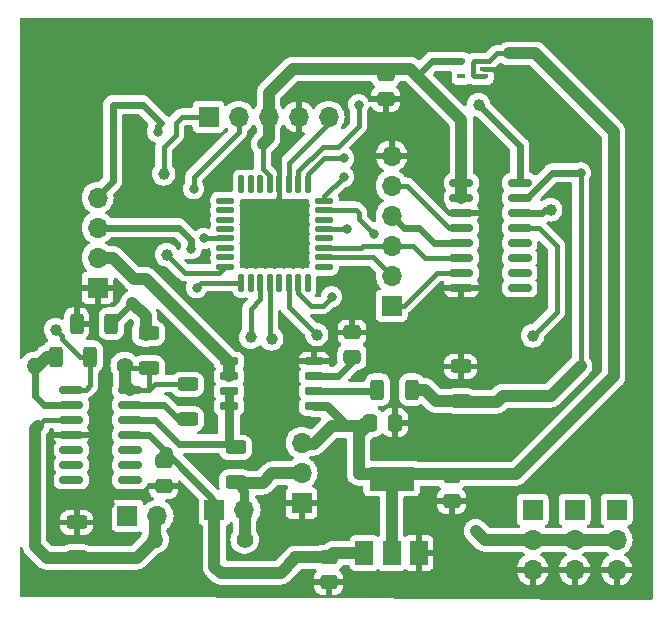
<source format=gbl>
%TF.GenerationSoftware,KiCad,Pcbnew,7.0.1*%
%TF.CreationDate,2023-04-28T23:06:09+02:00*%
%TF.ProjectId,test_ADC_and_CurrentSensors,74657374-5f41-4444-935f-616e645f4375,rev?*%
%TF.SameCoordinates,Original*%
%TF.FileFunction,Copper,L2,Bot*%
%TF.FilePolarity,Positive*%
%FSLAX46Y46*%
G04 Gerber Fmt 4.6, Leading zero omitted, Abs format (unit mm)*
G04 Created by KiCad (PCBNEW 7.0.1) date 2023-04-28 23:06:09*
%MOMM*%
%LPD*%
G01*
G04 APERTURE LIST*
G04 Aperture macros list*
%AMRoundRect*
0 Rectangle with rounded corners*
0 $1 Rounding radius*
0 $2 $3 $4 $5 $6 $7 $8 $9 X,Y pos of 4 corners*
0 Add a 4 corners polygon primitive as box body*
4,1,4,$2,$3,$4,$5,$6,$7,$8,$9,$2,$3,0*
0 Add four circle primitives for the rounded corners*
1,1,$1+$1,$2,$3*
1,1,$1+$1,$4,$5*
1,1,$1+$1,$6,$7*
1,1,$1+$1,$8,$9*
0 Add four rect primitives between the rounded corners*
20,1,$1+$1,$2,$3,$4,$5,0*
20,1,$1+$1,$4,$5,$6,$7,0*
20,1,$1+$1,$6,$7,$8,$9,0*
20,1,$1+$1,$8,$9,$2,$3,0*%
G04 Aperture macros list end*
%TA.AperFunction,ComponentPad*%
%ADD10R,1.700000X1.700000*%
%TD*%
%TA.AperFunction,ComponentPad*%
%ADD11O,1.700000X1.700000*%
%TD*%
%TA.AperFunction,ComponentPad*%
%ADD12C,1.400000*%
%TD*%
%TA.AperFunction,ComponentPad*%
%ADD13O,1.400000X1.400000*%
%TD*%
%TA.AperFunction,SMDPad,CuDef*%
%ADD14RoundRect,0.125000X-0.125000X0.625000X-0.125000X-0.625000X0.125000X-0.625000X0.125000X0.625000X0*%
%TD*%
%TA.AperFunction,SMDPad,CuDef*%
%ADD15RoundRect,0.125000X-0.625000X0.125000X-0.625000X-0.125000X0.625000X-0.125000X0.625000X0.125000X0*%
%TD*%
%TA.AperFunction,SMDPad,CuDef*%
%ADD16RoundRect,0.250000X-0.312500X-0.625000X0.312500X-0.625000X0.312500X0.625000X-0.312500X0.625000X0*%
%TD*%
%TA.AperFunction,SMDPad,CuDef*%
%ADD17RoundRect,0.250000X0.625000X-0.312500X0.625000X0.312500X-0.625000X0.312500X-0.625000X-0.312500X0*%
%TD*%
%TA.AperFunction,SMDPad,CuDef*%
%ADD18RoundRect,0.250000X-0.337500X-0.475000X0.337500X-0.475000X0.337500X0.475000X-0.337500X0.475000X0*%
%TD*%
%TA.AperFunction,SMDPad,CuDef*%
%ADD19RoundRect,0.250000X-0.475000X0.337500X-0.475000X-0.337500X0.475000X-0.337500X0.475000X0.337500X0*%
%TD*%
%TA.AperFunction,SMDPad,CuDef*%
%ADD20RoundRect,0.150000X0.825000X0.150000X-0.825000X0.150000X-0.825000X-0.150000X0.825000X-0.150000X0*%
%TD*%
%TA.AperFunction,SMDPad,CuDef*%
%ADD21RoundRect,0.250000X0.312500X0.625000X-0.312500X0.625000X-0.312500X-0.625000X0.312500X-0.625000X0*%
%TD*%
%TA.AperFunction,SMDPad,CuDef*%
%ADD22R,0.650000X0.400000*%
%TD*%
%TA.AperFunction,SMDPad,CuDef*%
%ADD23RoundRect,0.250000X0.475000X-0.337500X0.475000X0.337500X-0.475000X0.337500X-0.475000X-0.337500X0*%
%TD*%
%TA.AperFunction,SMDPad,CuDef*%
%ADD24RoundRect,0.150000X-0.650000X-0.150000X0.650000X-0.150000X0.650000X0.150000X-0.650000X0.150000X0*%
%TD*%
%TA.AperFunction,SMDPad,CuDef*%
%ADD25R,1.500000X2.000000*%
%TD*%
%TA.AperFunction,SMDPad,CuDef*%
%ADD26R,3.800000X2.000000*%
%TD*%
%TA.AperFunction,ViaPad*%
%ADD27C,0.800000*%
%TD*%
%TA.AperFunction,ViaPad*%
%ADD28C,1.000000*%
%TD*%
%TA.AperFunction,Conductor*%
%ADD29C,0.600000*%
%TD*%
%TA.AperFunction,Conductor*%
%ADD30C,0.400000*%
%TD*%
%TA.AperFunction,Conductor*%
%ADD31C,0.800000*%
%TD*%
%TA.AperFunction,Conductor*%
%ADD32C,1.000000*%
%TD*%
G04 APERTURE END LIST*
D10*
%TO.P,J8,1,Pin_1*%
%TO.N,/servo/SERVO_PWM_3*%
X74930000Y-72390000D03*
D11*
%TO.P,J8,2,Pin_2*%
%TO.N,Vdrive*%
X74930000Y-74930000D03*
%TO.P,J8,3,Pin_3*%
%TO.N,GND*%
X74930000Y-77470000D03*
%TD*%
D10*
%TO.P,J4,1,Pin_1*%
%TO.N,SPI_CS_1*%
X55880000Y-55118000D03*
D11*
%TO.P,J4,2,Pin_2*%
%TO.N,SPI_CS_0*%
X55880000Y-52578000D03*
%TO.P,J4,3,Pin_3*%
%TO.N,SPI_MOSI*%
X55880000Y-50038000D03*
%TO.P,J4,4,Pin_4*%
%TO.N,SPI_MISO*%
X55880000Y-47498000D03*
%TO.P,J4,5,Pin_5*%
%TO.N,SPI_SCK*%
X55880000Y-44958000D03*
%TO.P,J4,6,Pin_6*%
%TO.N,GND*%
X55880000Y-42418000D03*
%TD*%
D10*
%TO.P,J6,1,Pin_1*%
%TO.N,/servo/SERVO_PWM_1*%
X67818000Y-72390000D03*
D11*
%TO.P,J6,2,Pin_2*%
%TO.N,Vdrive*%
X67818000Y-74930000D03*
%TO.P,J6,3,Pin_3*%
%TO.N,GND*%
X67818000Y-77470000D03*
%TD*%
D10*
%TO.P,J2,1,Pin_1*%
%TO.N,SWCLK*%
X40386000Y-39116000D03*
D11*
%TO.P,J2,2,Pin_2*%
%TO.N,SWDIO*%
X42926000Y-39116000D03*
%TO.P,J2,3,Pin_3*%
%TO.N,+3.3V*%
X45466000Y-39116000D03*
%TO.P,J2,4,Pin_4*%
%TO.N,GND*%
X48006000Y-39116000D03*
%TO.P,J2,5,Pin_5*%
%TO.N,NRST*%
X50546000Y-39116000D03*
%TD*%
D10*
%TO.P,J3,1,Pin_1*%
%TO.N,GND*%
X48260000Y-71802000D03*
D11*
%TO.P,J3,2,Pin_2*%
%TO.N,Vdrive*%
X48260000Y-69262000D03*
%TO.P,J3,3,Pin_3*%
%TO.N,+5V*%
X48260000Y-66722000D03*
%TD*%
D10*
%TO.P,J5,1,Pin_1*%
%TO.N,VCC*%
X40889000Y-72390000D03*
D11*
%TO.P,J5,2,Pin_2*%
%TO.N,Vdrive*%
X43429000Y-72390000D03*
%TD*%
D12*
%TO.P,R8,1*%
%TO.N,Net-(R2-Pad2)*%
X33274000Y-60198000D03*
D13*
%TO.P,R8,2*%
%TO.N,Net-(U1D--)*%
X25654000Y-60198000D03*
%TD*%
D10*
%TO.P,J9,1,Pin_1*%
%TO.N,V_REF*%
X33523000Y-72898000D03*
D11*
%TO.P,J9,2,Pin_2*%
%TO.N,Net-(J9-Pin_2)*%
X36063000Y-72898000D03*
%TD*%
D10*
%TO.P,J7,1,Pin_1*%
%TO.N,/servo/SERVO_PWM_2*%
X71374000Y-72390000D03*
D11*
%TO.P,J7,2,Pin_2*%
%TO.N,Vdrive*%
X71374000Y-74930000D03*
%TO.P,J7,3,Pin_3*%
%TO.N,GND*%
X71374000Y-77470000D03*
%TD*%
D10*
%TO.P,J1,1,Pin_1*%
%TO.N,GND*%
X30988000Y-53594000D03*
D11*
%TO.P,J1,2,Pin_2*%
%TO.N,SERVO_PWR*%
X30988000Y-51054000D03*
%TO.P,J1,3,Pin_3*%
%TO.N,SERVO_PWM*%
X30988000Y-48514000D03*
%TO.P,J1,4,Pin_4*%
%TO.N,SERVO_POTENTIOMETER*%
X30988000Y-45974000D03*
%TD*%
D14*
%TO.P,IC2,1,PB9*%
%TO.N,/SERVO_PWM_1*%
X43174000Y-44847000D03*
%TO.P,IC2,2,PC14-OSC32_IN*%
%TO.N,unconnected-(IC2-PC14-OSC32_IN-Pad2)*%
X43974000Y-44847000D03*
%TO.P,IC2,3,PC15-OSC32_OUT*%
%TO.N,unconnected-(IC2-PC15-OSC32_OUT-Pad3)*%
X44774000Y-44847000D03*
%TO.P,IC2,4,VDD/VDDA*%
%TO.N,+3.3V*%
X45574000Y-44847000D03*
%TO.P,IC2,5,VSS/VSSA*%
%TO.N,GND*%
X46374000Y-44847000D03*
%TO.P,IC2,6,NRST*%
%TO.N,NRST*%
X47174000Y-44847000D03*
%TO.P,IC2,7,PA0*%
%TO.N,R_CURRENT_SENSOR*%
X47974000Y-44847000D03*
%TO.P,IC2,8,PA1*%
%TO.N,HALL_CURRENT_SENSOR*%
X48774000Y-44847000D03*
D15*
%TO.P,IC2,9,PA2*%
%TO.N,SERVO_POTENTIOMETER*%
X50149000Y-46222000D03*
%TO.P,IC2,10,PA3*%
%TO.N,V_REF*%
X50149000Y-47022000D03*
%TO.P,IC2,11,PA4*%
%TO.N,unconnected-(IC2-PA4-Pad11)*%
X50149000Y-47822000D03*
%TO.P,IC2,12,PA5*%
%TO.N,SPI_SCK*%
X50149000Y-48622000D03*
%TO.P,IC2,13,PA6*%
%TO.N,unconnected-(IC2-PA6-Pad13)*%
X50149000Y-49422000D03*
%TO.P,IC2,14,PA7*%
%TO.N,SPI_MOSI*%
X50149000Y-50222000D03*
%TO.P,IC2,15,PB0*%
%TO.N,SPI_CS_0*%
X50149000Y-51022000D03*
%TO.P,IC2,16,PB1*%
%TO.N,unconnected-(IC2-PB1-Pad16)*%
X50149000Y-51822000D03*
D14*
%TO.P,IC2,17,PB2*%
%TO.N,unconnected-(IC2-PB2-Pad17)*%
X48774000Y-53197000D03*
%TO.P,IC2,18,PA8*%
%TO.N,SERVO_PWM*%
X47974000Y-53197000D03*
%TO.P,IC2,19,PA9*%
%TO.N,/servo/SERVO_PWM_3*%
X47174000Y-53197000D03*
%TO.P,IC2,20,PC6*%
%TO.N,unconnected-(IC2-PC6-Pad20)*%
X46374000Y-53197000D03*
%TO.P,IC2,21,PA10*%
%TO.N,/servo/SERVO_PWM_2*%
X45574000Y-53197000D03*
%TO.P,IC2,22,PA11_[PA9]*%
%TO.N,/servo/SERVO_PWM_1*%
X44774000Y-53197000D03*
%TO.P,IC2,23,PA12_[PA10]*%
%TO.N,unconnected-(IC2-PA12_[PA10]-Pad23)*%
X43974000Y-53197000D03*
%TO.P,IC2,24,PA13*%
%TO.N,SWDIO*%
X43174000Y-53197000D03*
D15*
%TO.P,IC2,25,PA14-BOOT0*%
%TO.N,SWCLK*%
X41799000Y-51822000D03*
%TO.P,IC2,26,PA15*%
%TO.N,unconnected-(IC2-PA15-Pad26)*%
X41799000Y-51022000D03*
%TO.P,IC2,27,PB3*%
%TO.N,unconnected-(IC2-PB3-Pad27)*%
X41799000Y-50222000D03*
%TO.P,IC2,28,PB4*%
%TO.N,SPI_MISO*%
X41799000Y-49422000D03*
%TO.P,IC2,29,PB5*%
%TO.N,unconnected-(IC2-PB5-Pad29)*%
X41799000Y-48622000D03*
%TO.P,IC2,30,PB6*%
%TO.N,unconnected-(IC2-PB6-Pad30)*%
X41799000Y-47822000D03*
%TO.P,IC2,31,PB7*%
%TO.N,unconnected-(IC2-PB7-Pad31)*%
X41799000Y-47022000D03*
%TO.P,IC2,32,PB8*%
%TO.N,unconnected-(IC2-PB8-Pad32)*%
X41799000Y-46222000D03*
%TD*%
D16*
%TO.P,R5,1*%
%TO.N,Net-(IC1-VOUT)*%
X54671500Y-62230000D03*
%TO.P,R5,2*%
%TO.N,HALL_CURRENT_SENSOR*%
X57596500Y-62230000D03*
%TD*%
D17*
%TO.P,R2,1*%
%TO.N,Net-(U1A--)*%
X38608000Y-64708500D03*
%TO.P,R2,2*%
%TO.N,Net-(R2-Pad2)*%
X38608000Y-61783500D03*
%TD*%
D18*
%TO.P,C2,1*%
%TO.N,+5V*%
X54080500Y-65024000D03*
%TO.P,C2,2*%
%TO.N,GND*%
X56155500Y-65024000D03*
%TD*%
D19*
%TO.P,C4,1*%
%TO.N,VCC*%
X50546000Y-76432500D03*
%TO.P,C4,2*%
%TO.N,GND*%
X50546000Y-78507500D03*
%TD*%
D20*
%TO.P,IC3,1,CH0*%
%TO.N,R_CURRENT_SENSOR*%
X66742000Y-44704000D03*
%TO.P,IC3,2,CH1*%
%TO.N,HALL_CURRENT_SENSOR*%
X66742000Y-45974000D03*
%TO.P,IC3,3,CH2*%
%TO.N,SERVO_POTENTIOMETER*%
X66742000Y-47244000D03*
%TO.P,IC3,4,CH3*%
%TO.N,R_2_CURRENT_SENSOR*%
X66742000Y-48514000D03*
%TO.P,IC3,5,CH4*%
%TO.N,unconnected-(IC3-CH4-Pad5)*%
X66742000Y-49784000D03*
%TO.P,IC3,6,CH5*%
%TO.N,unconnected-(IC3-CH5-Pad6)*%
X66742000Y-51054000D03*
%TO.P,IC3,7,CH6*%
%TO.N,unconnected-(IC3-CH6-Pad7)*%
X66742000Y-52324000D03*
%TO.P,IC3,8,CH7*%
%TO.N,unconnected-(IC3-CH7-Pad8)*%
X66742000Y-53594000D03*
%TO.P,IC3,9,DGND*%
%TO.N,GND*%
X61792000Y-53594000D03*
%TO.P,IC3,10,~{CS}/SHDN*%
%TO.N,SPI_CS_1*%
X61792000Y-52324000D03*
%TO.P,IC3,11,DIN*%
%TO.N,SPI_MOSI*%
X61792000Y-51054000D03*
%TO.P,IC3,12,DOUT*%
%TO.N,SPI_MISO*%
X61792000Y-49784000D03*
%TO.P,IC3,13,CLK*%
%TO.N,SPI_SCK*%
X61792000Y-48514000D03*
%TO.P,IC3,14,AGND*%
%TO.N,GND*%
X61792000Y-47244000D03*
%TO.P,IC3,15,VREF*%
%TO.N,+3.3V*%
X61792000Y-45974000D03*
%TO.P,IC3,16,VDD*%
X61792000Y-44704000D03*
%TD*%
D17*
%TO.P,R3,1*%
%TO.N,Net-(R2-Pad2)*%
X35306000Y-60390500D03*
%TO.P,R3,2*%
%TO.N,R_CURRENT_SENSOR*%
X35306000Y-57465500D03*
%TD*%
%TO.P,R1,1*%
%TO.N,Vdrive*%
X42672000Y-70042500D03*
%TO.P,R1,2*%
%TO.N,SERVO_PWR_CS*%
X42672000Y-67117500D03*
%TD*%
D21*
%TO.P,R4,1*%
%TO.N,R_CURRENT_SENSOR*%
X32135000Y-56642000D03*
%TO.P,R4,2*%
%TO.N,GND*%
X29210000Y-56642000D03*
%TD*%
D22*
%TO.P,U3,1,VIN*%
%TO.N,+5V*%
X63688000Y-34402000D03*
%TO.P,U3,2,GND*%
%TO.N,GND*%
X63688000Y-35052000D03*
%TO.P,U3,3,EN*%
%TO.N,+5V*%
X63688000Y-35702000D03*
%TO.P,U3,4,NC*%
%TO.N,unconnected-(U3-NC-Pad4)*%
X61788000Y-35702000D03*
%TO.P,U3,5,VOUT*%
%TO.N,+3.3V*%
X61788000Y-34402000D03*
%TD*%
D16*
%TO.P,R9,1*%
%TO.N,Net-(U1D--)*%
X27432000Y-59436000D03*
%TO.P,R9,2*%
%TO.N,R_2_CURRENT_SENSOR*%
X30357000Y-59436000D03*
%TD*%
D12*
%TO.P,R7,1*%
%TO.N,Vdrive*%
X43434000Y-74930000D03*
D13*
%TO.P,R7,2*%
%TO.N,Net-(J9-Pin_2)*%
X35814000Y-74930000D03*
%TD*%
D23*
%TO.P,C1,1*%
%TO.N,Net-(IC1-FILT)*%
X52529000Y-59457500D03*
%TO.P,C1,2*%
%TO.N,GND*%
X52529000Y-57382500D03*
%TD*%
D17*
%TO.P,R10,1*%
%TO.N,Net-(J9-Pin_2)*%
X29210000Y-76392500D03*
%TO.P,R10,2*%
%TO.N,GND*%
X29210000Y-73467500D03*
%TD*%
D24*
%TO.P,IC1,1,IP+_1*%
%TO.N,SERVO_PWR_CS*%
X42120000Y-63627000D03*
%TO.P,IC1,2,IP+_2*%
X42120000Y-62357000D03*
%TO.P,IC1,3,IP-_1*%
%TO.N,SERVO_PWR*%
X42120000Y-61087000D03*
%TO.P,IC1,4,IP-_2*%
X42120000Y-59817000D03*
%TO.P,IC1,5,GND*%
%TO.N,GND*%
X49320000Y-59817000D03*
%TO.P,IC1,6,FILT*%
%TO.N,Net-(IC1-FILT)*%
X49320000Y-61087000D03*
%TO.P,IC1,7,VOUT*%
%TO.N,Net-(IC1-VOUT)*%
X49320000Y-62357000D03*
%TO.P,IC1,8,VCC*%
%TO.N,+5V*%
X49320000Y-63627000D03*
%TD*%
D17*
%TO.P,R6,1*%
%TO.N,HALL_CURRENT_SENSOR*%
X61722000Y-63184500D03*
%TO.P,R6,2*%
%TO.N,GND*%
X61722000Y-60259500D03*
%TD*%
D23*
%TO.P,C8,1*%
%TO.N,GND*%
X36576000Y-70379500D03*
%TO.P,C8,2*%
%TO.N,VCC*%
X36576000Y-68304500D03*
%TD*%
D20*
%TO.P,U1,1*%
%TO.N,Net-(R2-Pad2)*%
X33717000Y-62230000D03*
%TO.P,U1,2,-*%
%TO.N,Net-(U1A--)*%
X33717000Y-63500000D03*
%TO.P,U1,3,+*%
%TO.N,SERVO_PWR_CS*%
X33717000Y-64770000D03*
%TO.P,U1,4,V+*%
%TO.N,VCC*%
X33717000Y-66040000D03*
%TO.P,U1,5*%
%TO.N,N/C*%
X33717000Y-67310000D03*
%TO.P,U1,6*%
X33717000Y-68580000D03*
%TO.P,U1,7*%
X33717000Y-69850000D03*
%TO.P,U1,8*%
X28767000Y-69850000D03*
%TO.P,U1,9*%
X28767000Y-68580000D03*
%TO.P,U1,10*%
X28767000Y-67310000D03*
%TO.P,U1,11,V-*%
%TO.N,GND*%
X28767000Y-66040000D03*
%TO.P,U1,12,+*%
%TO.N,Net-(J9-Pin_2)*%
X28767000Y-64770000D03*
%TO.P,U1,13,-*%
%TO.N,Net-(U1D--)*%
X28767000Y-63500000D03*
%TO.P,U1,14*%
%TO.N,R_2_CURRENT_SENSOR*%
X28767000Y-62230000D03*
%TD*%
D25*
%TO.P,U2,1,ADJ*%
%TO.N,GND*%
X58180000Y-76048000D03*
%TO.P,U2,2,VO*%
%TO.N,+5V*%
X55880000Y-76048000D03*
D26*
X55880000Y-69748000D03*
D25*
%TO.P,U2,3,VI*%
%TO.N,VCC*%
X53580000Y-76048000D03*
%TD*%
D19*
%TO.P,C5,1*%
%TO.N,+5V*%
X60960000Y-69574500D03*
%TO.P,C5,2*%
%TO.N,GND*%
X60960000Y-71649500D03*
%TD*%
%TO.P,C3,1*%
%TO.N,+3.3V*%
X55372000Y-35538500D03*
%TO.P,C3,2*%
%TO.N,GND*%
X55372000Y-37613500D03*
%TD*%
D27*
%TO.N,GND*%
X46736000Y-47498000D03*
X27178000Y-34036000D03*
X40132000Y-50800000D03*
X37846000Y-58674000D03*
X72390000Y-34544000D03*
X46736000Y-58928000D03*
X59436000Y-43434000D03*
X37846000Y-77216000D03*
X45974000Y-63754000D03*
X64262000Y-55880000D03*
X32004000Y-71882000D03*
X63246000Y-67310000D03*
X53340000Y-44704000D03*
X26924000Y-47752000D03*
X60706000Y-78740000D03*
X63754000Y-71374000D03*
X65532000Y-37338000D03*
X54610000Y-39116000D03*
X42164000Y-43180000D03*
X56642000Y-67310000D03*
X52070000Y-54356000D03*
X59436000Y-67310000D03*
X34544000Y-40894000D03*
%TO.N,+5V*%
X68050500Y-33760500D03*
%TO.N,+3.3V*%
X44958000Y-41402000D03*
X58062500Y-35663500D03*
%TO.N,SWDIO*%
X39116000Y-45212000D03*
X39370000Y-53594000D03*
D28*
%TO.N,SWCLK*%
X36830000Y-50800000D03*
X36576000Y-43942000D03*
%TO.N,Vdrive*%
X62992000Y-74168000D03*
D27*
%TO.N,R_CURRENT_SENSOR*%
X53086000Y-38100000D03*
D28*
X63246000Y-38100000D03*
D27*
X33909000Y-54864000D03*
%TO.N,HALL_CURRENT_SENSOR*%
X51816000Y-42638168D03*
X71882000Y-43872000D03*
D28*
%TO.N,SERVO_POTENTIOMETER*%
X69342000Y-46990000D03*
D27*
X36068000Y-40386000D03*
X51816000Y-44196000D03*
%TO.N,V_REF*%
X54356000Y-49022000D03*
%TO.N,SPI_SCK*%
X52070000Y-48622500D03*
D28*
%TO.N,/servo/SERVO_PWM_3*%
X49530000Y-57560404D03*
%TO.N,/servo/SERVO_PWM_2*%
X45720000Y-57912000D03*
%TO.N,/servo/SERVO_PWM_1*%
X43942000Y-57795500D03*
D27*
%TO.N,SPI_MISO*%
X39986000Y-49422000D03*
%TO.N,SERVO_PWM*%
X38899500Y-50292000D03*
X50800000Y-54356000D03*
D28*
%TO.N,R_2_CURRENT_SENSOR*%
X27432000Y-57150000D03*
X67818000Y-57658000D03*
%TD*%
D29*
%TO.N,Net-(IC1-FILT)*%
X49320000Y-61087000D02*
X51337000Y-61087000D01*
X51337000Y-61087000D02*
X52529000Y-59895000D01*
D30*
%TO.N,GND*%
X46374000Y-44847000D02*
X46374000Y-46120000D01*
X60706000Y-47244000D02*
X60198000Y-46736000D01*
X63688000Y-35052000D02*
X65002500Y-35052000D01*
X61792000Y-47244000D02*
X60706000Y-47244000D01*
X46374000Y-44847000D02*
X46374000Y-42818000D01*
X65002500Y-35052000D02*
X65786000Y-35835500D01*
X46374000Y-42818000D02*
X46228000Y-42672000D01*
X46374000Y-46120000D02*
X46482000Y-46228000D01*
%TO.N,+5V*%
X65786000Y-33760500D02*
X64791500Y-33760500D01*
D31*
X50419000Y-63627000D02*
X52070000Y-65278000D01*
X49320000Y-63627000D02*
X50419000Y-63627000D01*
D30*
X64150000Y-34402000D02*
X63688000Y-34402000D01*
D32*
X74676000Y-40386000D02*
X68050500Y-33760500D01*
X53086000Y-69342000D02*
X66421000Y-69342000D01*
D30*
X62880000Y-35702000D02*
X63688000Y-35702000D01*
D32*
X53086000Y-66018500D02*
X53086000Y-69342000D01*
D30*
X62738000Y-34544000D02*
X62738000Y-35560000D01*
X63688000Y-34402000D02*
X62880000Y-34402000D01*
X62738000Y-35560000D02*
X62880000Y-35702000D01*
D32*
X74676000Y-61087000D02*
X74676000Y-40386000D01*
X49276000Y-66802000D02*
X50800000Y-65278000D01*
D31*
X52070000Y-65278000D02*
X52324000Y-65278000D01*
D30*
X62880000Y-34402000D02*
X62738000Y-34544000D01*
X64791500Y-33760500D02*
X64150000Y-34402000D01*
D32*
X55880000Y-76302000D02*
X55880000Y-70002000D01*
X52324000Y-65278000D02*
X53389000Y-65278000D01*
X66421000Y-69342000D02*
X74676000Y-61087000D01*
X53389000Y-65278000D02*
X53643000Y-65024000D01*
X68050500Y-33760500D02*
X65786000Y-33760500D01*
X50800000Y-65278000D02*
X52324000Y-65278000D01*
X54080500Y-65024000D02*
X53086000Y-66018500D01*
X48260000Y-66802000D02*
X49276000Y-66802000D01*
D29*
%TO.N,+3.3V*%
X59324000Y-34402000D02*
X58062500Y-35663500D01*
D32*
X58062500Y-35663500D02*
X61792000Y-39393000D01*
D30*
X44958000Y-42164000D02*
X44958000Y-43538538D01*
D32*
X45466000Y-39116000D02*
X45466000Y-40894000D01*
X45466000Y-37084000D02*
X47498000Y-35052000D01*
D30*
X44958000Y-43538538D02*
X45574000Y-44154538D01*
D32*
X45466000Y-40894000D02*
X44958000Y-41402000D01*
D29*
X61788000Y-34402000D02*
X59324000Y-34402000D01*
D30*
X44958000Y-42164000D02*
X44958000Y-41402000D01*
D32*
X61792000Y-39393000D02*
X61792000Y-45974000D01*
X57451000Y-35052000D02*
X58062500Y-35663500D01*
X45466000Y-39116000D02*
X45466000Y-37084000D01*
X47498000Y-35052000D02*
X57451000Y-35052000D01*
D30*
X45574000Y-44154538D02*
X45574000Y-44847000D01*
%TO.N,SWDIO*%
X39370000Y-53594000D02*
X39767000Y-53197000D01*
X39116000Y-45212000D02*
X39116000Y-44196000D01*
X39767000Y-53197000D02*
X43174000Y-53197000D01*
X39116000Y-44196000D02*
X42926000Y-40386000D01*
X42926000Y-40386000D02*
X42926000Y-39116000D01*
%TO.N,SWCLK*%
X36576000Y-41656000D02*
X37592000Y-40640000D01*
X36830000Y-50800000D02*
X38354000Y-52324000D01*
X38100000Y-39116000D02*
X40386000Y-39116000D01*
X36576000Y-43942000D02*
X36576000Y-41656000D01*
X41297000Y-52324000D02*
X41799000Y-51822000D01*
X38354000Y-52324000D02*
X41297000Y-52324000D01*
X37592000Y-40640000D02*
X37592000Y-39624000D01*
X37592000Y-39624000D02*
X38100000Y-39116000D01*
%TO.N,NRST*%
X47174000Y-42996000D02*
X47174000Y-44847000D01*
X50546000Y-39116000D02*
X50546000Y-39624000D01*
X50546000Y-39624000D02*
X47174000Y-42996000D01*
D32*
%TO.N,Vdrive*%
X48260000Y-69262000D02*
X48220000Y-69302000D01*
X63754000Y-74930000D02*
X62992000Y-74168000D01*
X71374000Y-74930000D02*
X67818000Y-74930000D01*
X67818000Y-74930000D02*
X63754000Y-74930000D01*
X43434000Y-74930000D02*
X43434000Y-72395000D01*
X45760000Y-69302000D02*
X44958000Y-70104000D01*
X43434000Y-72395000D02*
X43429000Y-72390000D01*
X74930000Y-74930000D02*
X71374000Y-74930000D01*
D31*
X43429000Y-70799500D02*
X42672000Y-70042500D01*
X43429000Y-73406000D02*
X43429000Y-70799500D01*
D32*
X42733500Y-70104000D02*
X42672000Y-70042500D01*
X48220000Y-69302000D02*
X45760000Y-69302000D01*
X44958000Y-70104000D02*
X42733500Y-70104000D01*
D31*
%TO.N,SERVO_PWR_CS*%
X42120000Y-63627000D02*
X42120000Y-66592000D01*
X42120000Y-62357000D02*
X42120000Y-63627000D01*
X42120000Y-66592000D02*
X41910000Y-66802000D01*
D29*
X42356500Y-66802000D02*
X42672000Y-67117500D01*
X33717000Y-64770000D02*
X35814000Y-64770000D01*
X41910000Y-66802000D02*
X42356500Y-66802000D01*
X35814000Y-64770000D02*
X37846000Y-66802000D01*
X37846000Y-66802000D02*
X41910000Y-66802000D01*
%TO.N,Net-(U1A--)*%
X36576000Y-63500000D02*
X37784500Y-64708500D01*
X37784500Y-64708500D02*
X38608000Y-64708500D01*
X33717000Y-63500000D02*
X36576000Y-63500000D01*
D32*
%TO.N,Net-(R2-Pad2)*%
X33274000Y-60452000D02*
X33274000Y-61787000D01*
D30*
X38546500Y-61722000D02*
X38608000Y-61783500D01*
D32*
X33274000Y-61787000D02*
X33717000Y-62230000D01*
D30*
X35306000Y-60390500D02*
X35306000Y-62230000D01*
X35306000Y-60390500D02*
X33335500Y-60390500D01*
X33717000Y-62230000D02*
X35306000Y-62230000D01*
X33335500Y-60390500D02*
X33274000Y-60452000D01*
X35306000Y-62230000D02*
X35814000Y-61722000D01*
X35814000Y-61722000D02*
X38546500Y-61722000D01*
D29*
%TO.N,R_CURRENT_SENSOR*%
X63246000Y-38100000D02*
X66742000Y-41596000D01*
D30*
X47974000Y-43720000D02*
X47974000Y-44847000D01*
X53086000Y-38100000D02*
X53086000Y-39878000D01*
X51308000Y-41656000D02*
X50038000Y-41656000D01*
D32*
X33909000Y-54864000D02*
X35052000Y-56007000D01*
D29*
X66742000Y-41596000D02*
X66742000Y-44704000D01*
D32*
X35052000Y-56007000D02*
X35052000Y-57596500D01*
D30*
X53086000Y-39878000D02*
X51308000Y-41656000D01*
D29*
X33909000Y-54868000D02*
X32135000Y-56642000D01*
X33909000Y-54864000D02*
X33909000Y-54868000D01*
D30*
X50038000Y-41656000D02*
X47974000Y-43720000D01*
D29*
%TO.N,Net-(IC1-VOUT)*%
X49320000Y-62357000D02*
X54544500Y-62357000D01*
X54544500Y-62357000D02*
X54671500Y-62230000D01*
D32*
%TO.N,HALL_CURRENT_SENSOR*%
X69342000Y-62738000D02*
X65278000Y-62738000D01*
D30*
X50118832Y-42638168D02*
X48774000Y-43983000D01*
D29*
X66742000Y-45974000D02*
X67366239Y-45974000D01*
D30*
X71882000Y-43872000D02*
X71882000Y-60198000D01*
D32*
X65278000Y-62738000D02*
X64770000Y-63246000D01*
D30*
X48774000Y-43983000D02*
X48774000Y-44847000D01*
D29*
X69468239Y-43872000D02*
X71882000Y-43872000D01*
D30*
X51816000Y-42638168D02*
X50118832Y-42638168D01*
D32*
X71882000Y-60198000D02*
X69342000Y-62738000D01*
X61783500Y-63246000D02*
X61722000Y-63184500D01*
D29*
X67366239Y-45974000D02*
X69468239Y-43872000D01*
D32*
X64770000Y-63246000D02*
X61783500Y-63246000D01*
X59628500Y-63184500D02*
X58674000Y-62230000D01*
X61722000Y-63184500D02*
X59628500Y-63184500D01*
X58674000Y-62230000D02*
X57596500Y-62230000D01*
%TO.N,SERVO_PWR*%
X32258000Y-51054000D02*
X30988000Y-51054000D01*
X35052000Y-52832000D02*
X34036000Y-52832000D01*
X42120000Y-61087000D02*
X42120000Y-59900000D01*
X34036000Y-52832000D02*
X32258000Y-51054000D01*
X42120000Y-59900000D02*
X35052000Y-52832000D01*
D29*
%TO.N,SERVO_POTENTIOMETER*%
X32258000Y-44559786D02*
X30988000Y-45829786D01*
X68650000Y-47244000D02*
X66742000Y-47244000D01*
D30*
X50149000Y-46222000D02*
X50149000Y-45863000D01*
D29*
X69342000Y-46990000D02*
X68904000Y-46990000D01*
X68904000Y-46990000D02*
X68650000Y-47244000D01*
X36322000Y-39624000D02*
X36068000Y-39878000D01*
D30*
X50149000Y-45863000D02*
X51816000Y-44196000D01*
D29*
X32258000Y-38100000D02*
X32258000Y-44559786D01*
X30988000Y-45829786D02*
X30988000Y-45974000D01*
X36068000Y-39878000D02*
X36068000Y-40386000D01*
X36322000Y-39624000D02*
X34798000Y-38100000D01*
X34798000Y-38100000D02*
X32258000Y-38100000D01*
D30*
%TO.N,V_REF*%
X54356000Y-49022000D02*
X53086000Y-47752000D01*
X52070000Y-46990000D02*
X50181000Y-46990000D01*
X53086000Y-47244000D02*
X52832000Y-46990000D01*
X52832000Y-46990000D02*
X52070000Y-46990000D01*
X53086000Y-47752000D02*
X53086000Y-47244000D01*
X50181000Y-46990000D02*
X50149000Y-47022000D01*
%TO.N,SPI_SCK*%
X57185000Y-44958000D02*
X55880000Y-44958000D01*
X52070000Y-48622500D02*
X50149500Y-48622500D01*
X50149500Y-48622500D02*
X50149000Y-48622000D01*
X60741000Y-48514000D02*
X57185000Y-44958000D01*
X61792000Y-48514000D02*
X60741000Y-48514000D01*
%TO.N,SPI_MOSI*%
X55880000Y-50038000D02*
X57658000Y-50038000D01*
X50149000Y-50222000D02*
X53283000Y-50222000D01*
X53283000Y-50222000D02*
X53467000Y-50038000D01*
X58674000Y-51054000D02*
X61792000Y-51054000D01*
X53467000Y-50038000D02*
X55880000Y-50038000D01*
X57658000Y-50038000D02*
X58674000Y-51054000D01*
%TO.N,SPI_CS_0*%
X50149000Y-51022000D02*
X54324000Y-51022000D01*
X54324000Y-51022000D02*
X55880000Y-52578000D01*
%TO.N,/servo/SERVO_PWM_3*%
X47174000Y-55204404D02*
X47174000Y-53197000D01*
X49530000Y-57560404D02*
X47174000Y-55204404D01*
%TO.N,/servo/SERVO_PWM_2*%
X45586377Y-57778377D02*
X45586377Y-53209377D01*
X45720000Y-57912000D02*
X45586377Y-57778377D01*
X45586377Y-53209377D02*
X45574000Y-53197000D01*
%TO.N,/servo/SERVO_PWM_1*%
X43942000Y-57795500D02*
X43942000Y-55372000D01*
X43942000Y-55372000D02*
X44774000Y-54540000D01*
X44774000Y-54540000D02*
X44774000Y-53197000D01*
D29*
%TO.N,SPI_MISO*%
X56896000Y-48514000D02*
X55880000Y-47498000D01*
X58166000Y-48514000D02*
X59436000Y-49784000D01*
D30*
X39986000Y-49422000D02*
X41799000Y-49422000D01*
D29*
X59436000Y-49784000D02*
X61792000Y-49784000D01*
X58166000Y-48514000D02*
X56896000Y-48514000D01*
D30*
%TO.N,SERVO_PWM*%
X49022000Y-55118000D02*
X50038000Y-55118000D01*
X47974000Y-53197000D02*
X47974000Y-54070000D01*
D29*
X37846000Y-48514000D02*
X30988000Y-48514000D01*
X38899500Y-49567500D02*
X38899500Y-50292000D01*
D30*
X50038000Y-55118000D02*
X50800000Y-54356000D01*
D29*
X37846000Y-48514000D02*
X38899500Y-49567500D01*
D30*
X47974000Y-54070000D02*
X49022000Y-55118000D01*
%TO.N,R_2_CURRENT_SENSOR*%
X29972000Y-62230000D02*
X28767000Y-62230000D01*
X27940000Y-57912000D02*
X29464000Y-59436000D01*
X66742000Y-48514000D02*
X68326000Y-48514000D01*
X69850000Y-55626000D02*
X67818000Y-57658000D01*
X27432000Y-57150000D02*
X27940000Y-57658000D01*
X69850000Y-50038000D02*
X69850000Y-55626000D01*
X68326000Y-48514000D02*
X69850000Y-50038000D01*
X29464000Y-59436000D02*
X30357000Y-59436000D01*
X27940000Y-57658000D02*
X27940000Y-57912000D01*
X30357000Y-61845000D02*
X29972000Y-62230000D01*
X30357000Y-59436000D02*
X30357000Y-61845000D01*
%TO.N,SPI_CS_1*%
X56896000Y-55118000D02*
X55880000Y-55118000D01*
X59690000Y-52324000D02*
X56896000Y-55118000D01*
X61792000Y-52324000D02*
X59690000Y-52324000D01*
D32*
%TO.N,VCC*%
X50930500Y-76048000D02*
X50546000Y-76432500D01*
X53580000Y-76048000D02*
X50930500Y-76048000D01*
X47730500Y-76432500D02*
X50546000Y-76432500D01*
D29*
X37846000Y-68580000D02*
X40889000Y-71623000D01*
X40889000Y-71623000D02*
X40889000Y-73406000D01*
D32*
X46482000Y-77724000D02*
X47730500Y-76475500D01*
X36576000Y-68304500D02*
X36576000Y-67818000D01*
X36576000Y-67818000D02*
X36830000Y-67564000D01*
D29*
X35306000Y-66040000D02*
X36830000Y-67564000D01*
D32*
X40889000Y-77211000D02*
X41402000Y-77724000D01*
D29*
X33717000Y-66040000D02*
X35306000Y-66040000D01*
D32*
X40889000Y-73406000D02*
X40889000Y-77211000D01*
X41402000Y-77724000D02*
X46482000Y-77724000D01*
D29*
X36830000Y-67564000D02*
X37846000Y-68580000D01*
D32*
X47730500Y-76475500D02*
X47730500Y-76432500D01*
%TO.N,Net-(J9-Pin_2)*%
X35814000Y-73147000D02*
X36063000Y-72898000D01*
D30*
X26477500Y-64770000D02*
X25908000Y-65339500D01*
D32*
X25654000Y-75438000D02*
X25654000Y-65593500D01*
X35814000Y-74930000D02*
X34290000Y-76454000D01*
D30*
X28767000Y-64770000D02*
X26477500Y-64770000D01*
D32*
X35814000Y-74930000D02*
X35814000Y-73147000D01*
X26670000Y-76454000D02*
X25654000Y-75438000D01*
X25654000Y-65593500D02*
X25908000Y-65339500D01*
X34290000Y-76454000D02*
X26670000Y-76454000D01*
%TO.N,Net-(U1D--)*%
X26670000Y-59436000D02*
X25654000Y-60452000D01*
D29*
X25654000Y-60452000D02*
X25654000Y-62738000D01*
X26416000Y-63500000D02*
X28767000Y-63500000D01*
D32*
X27432000Y-59436000D02*
X26670000Y-59436000D01*
D29*
X25654000Y-62738000D02*
X26416000Y-63500000D01*
%TD*%
%TA.AperFunction,Conductor*%
%TO.N,GND*%
G36*
X51993520Y-66289842D02*
G01*
X52041859Y-66322141D01*
X52074158Y-66370480D01*
X52085500Y-66427500D01*
X52085500Y-69312864D01*
X52085309Y-69320410D01*
X52081631Y-69392938D01*
X52092626Y-69464717D01*
X52093579Y-69472202D01*
X52100924Y-69544436D01*
X52105179Y-69557995D01*
X52110293Y-69580034D01*
X52112443Y-69594069D01*
X52137665Y-69662173D01*
X52140100Y-69669298D01*
X52143454Y-69679986D01*
X52161841Y-69738590D01*
X52168733Y-69751006D01*
X52178178Y-69771562D01*
X52183113Y-69784886D01*
X52221527Y-69846516D01*
X52225348Y-69853006D01*
X52260591Y-69916502D01*
X52269842Y-69927278D01*
X52283230Y-69945510D01*
X52290747Y-69957570D01*
X52340786Y-70010211D01*
X52345846Y-70015812D01*
X52393133Y-70070894D01*
X52404363Y-70079587D01*
X52421149Y-70094753D01*
X52430939Y-70105051D01*
X52430941Y-70105053D01*
X52454432Y-70121403D01*
X52490544Y-70146538D01*
X52496629Y-70151007D01*
X52517819Y-70167409D01*
X52554042Y-70195448D01*
X52566799Y-70201705D01*
X52586292Y-70213180D01*
X52597951Y-70221295D01*
X52634380Y-70236928D01*
X52664673Y-70249928D01*
X52671532Y-70253080D01*
X52732957Y-70283210D01*
X52736729Y-70285060D01*
X52750479Y-70288619D01*
X52771879Y-70295933D01*
X52784942Y-70301540D01*
X52856119Y-70316166D01*
X52863377Y-70317850D01*
X52933715Y-70336063D01*
X52947907Y-70336782D01*
X52970342Y-70339640D01*
X52984259Y-70342500D01*
X53056864Y-70342500D01*
X53064410Y-70342691D01*
X53136936Y-70346369D01*
X53150976Y-70344218D01*
X53173539Y-70342500D01*
X53330501Y-70342500D01*
X53387521Y-70353842D01*
X53435860Y-70386141D01*
X53468159Y-70434480D01*
X53479501Y-70491500D01*
X53479501Y-70795876D01*
X53485908Y-70855481D01*
X53513481Y-70929409D01*
X53536204Y-70990331D01*
X53622454Y-71105546D01*
X53737669Y-71191796D01*
X53872517Y-71242091D01*
X53896360Y-71244654D01*
X53932124Y-71248500D01*
X53932127Y-71248500D01*
X54730500Y-71248500D01*
X54787520Y-71259842D01*
X54835859Y-71292141D01*
X54868158Y-71340480D01*
X54879500Y-71397500D01*
X54879500Y-74535735D01*
X54863695Y-74602519D01*
X54819633Y-74655135D01*
X54819132Y-74655509D01*
X54761541Y-74681732D01*
X54698261Y-74681690D01*
X54640706Y-74655389D01*
X54572333Y-74604205D01*
X54572331Y-74604204D01*
X54437483Y-74553909D01*
X54437482Y-74553908D01*
X54437480Y-74553908D01*
X54377876Y-74547500D01*
X52782123Y-74547500D01*
X52722518Y-74553908D01*
X52587670Y-74604203D01*
X52472454Y-74690454D01*
X52386203Y-74805670D01*
X52332160Y-74950569D01*
X52300391Y-75001321D01*
X52251208Y-75035470D01*
X52192554Y-75047500D01*
X50945080Y-75047500D01*
X50941305Y-75047452D01*
X50854136Y-75045242D01*
X50797005Y-75055482D01*
X50785795Y-75057054D01*
X50728063Y-75062925D01*
X50700535Y-75071561D01*
X50682229Y-75076054D01*
X50653846Y-75081142D01*
X50599951Y-75102669D01*
X50589292Y-75106464D01*
X50533910Y-75123841D01*
X50508695Y-75137836D01*
X50491664Y-75145924D01*
X50464882Y-75156622D01*
X50416425Y-75188557D01*
X50406749Y-75194419D01*
X50355999Y-75222589D01*
X50334116Y-75241375D01*
X50319060Y-75252727D01*
X50294978Y-75268598D01*
X50262715Y-75300861D01*
X50214378Y-75333159D01*
X50157360Y-75344500D01*
X50020996Y-75344500D01*
X49918201Y-75355001D01*
X49750689Y-75410509D01*
X49714698Y-75426347D01*
X49674044Y-75432000D01*
X47759636Y-75432000D01*
X47752090Y-75431809D01*
X47742388Y-75431317D01*
X47679563Y-75428131D01*
X47679561Y-75428131D01*
X47607781Y-75439126D01*
X47600297Y-75440079D01*
X47528061Y-75447425D01*
X47514499Y-75451680D01*
X47492466Y-75456793D01*
X47478427Y-75458943D01*
X47410329Y-75484163D01*
X47403192Y-75486603D01*
X47333911Y-75508341D01*
X47321486Y-75515237D01*
X47300939Y-75524677D01*
X47287614Y-75529612D01*
X47225968Y-75568035D01*
X47219467Y-75571862D01*
X47155997Y-75607091D01*
X47145217Y-75616345D01*
X47126989Y-75629730D01*
X47114929Y-75637247D01*
X47062283Y-75687290D01*
X47056686Y-75692347D01*
X47001602Y-75739636D01*
X46992906Y-75750870D01*
X46977749Y-75767646D01*
X46967448Y-75777438D01*
X46925964Y-75837039D01*
X46921498Y-75843121D01*
X46877049Y-75900544D01*
X46874967Y-75904789D01*
X46846558Y-75944520D01*
X46111221Y-76679859D01*
X46062882Y-76712158D01*
X46005862Y-76723500D01*
X42038500Y-76723500D01*
X41981480Y-76712158D01*
X41933141Y-76679859D01*
X41900842Y-76631520D01*
X41889500Y-76574500D01*
X41889500Y-73821500D01*
X41901530Y-73762846D01*
X41935678Y-73713664D01*
X41970808Y-73691672D01*
X41981326Y-73683797D01*
X41981331Y-73683796D01*
X42096546Y-73597546D01*
X42165220Y-73505808D01*
X42222604Y-73459567D01*
X42295130Y-73446483D01*
X42365056Y-73469757D01*
X42415274Y-73523695D01*
X42433500Y-73595103D01*
X42433500Y-74212851D01*
X42425775Y-74260205D01*
X42414057Y-74282433D01*
X42415096Y-74282951D01*
X42309770Y-74494471D01*
X42248885Y-74708464D01*
X42228356Y-74930000D01*
X42246319Y-75123841D01*
X42248885Y-75151536D01*
X42252832Y-75165407D01*
X42309770Y-75365528D01*
X42408939Y-75564685D01*
X42408941Y-75564688D01*
X42408942Y-75564689D01*
X42543019Y-75742236D01*
X42707438Y-75892124D01*
X42727893Y-75904789D01*
X42896598Y-76009247D01*
X43074718Y-76078251D01*
X43104060Y-76089618D01*
X43322757Y-76130500D01*
X43545243Y-76130500D01*
X43763940Y-76089618D01*
X43971401Y-76009247D01*
X44160562Y-75892124D01*
X44324981Y-75742236D01*
X44459058Y-75564689D01*
X44558229Y-75365528D01*
X44619115Y-75151536D01*
X44639643Y-74930000D01*
X44619115Y-74708464D01*
X44565352Y-74519505D01*
X44558229Y-74494471D01*
X44452904Y-74282951D01*
X44453942Y-74282433D01*
X44442225Y-74260205D01*
X44434500Y-74212851D01*
X44434500Y-73355503D01*
X44441396Y-73310698D01*
X44461446Y-73270040D01*
X44477253Y-73247465D01*
X44603035Y-73067830D01*
X44702903Y-72853663D01*
X44764063Y-72625408D01*
X44784659Y-72390000D01*
X44764063Y-72154592D01*
X44736574Y-72052000D01*
X46910000Y-72052000D01*
X46910000Y-72699831D01*
X46916401Y-72759373D01*
X46966647Y-72894088D01*
X47052811Y-73009188D01*
X47167911Y-73095352D01*
X47302626Y-73145598D01*
X47362169Y-73152000D01*
X48010000Y-73152000D01*
X48010000Y-72052000D01*
X48510000Y-72052000D01*
X48510000Y-73152000D01*
X49157831Y-73152000D01*
X49217373Y-73145598D01*
X49352088Y-73095352D01*
X49467188Y-73009188D01*
X49553352Y-72894088D01*
X49603598Y-72759373D01*
X49610000Y-72699831D01*
X49610000Y-72052000D01*
X48510000Y-72052000D01*
X48010000Y-72052000D01*
X46910000Y-72052000D01*
X44736574Y-72052000D01*
X44702903Y-71926337D01*
X44603035Y-71712171D01*
X44467495Y-71518599D01*
X44373140Y-71424244D01*
X44340842Y-71375906D01*
X44329500Y-71318886D01*
X44329500Y-71253500D01*
X44340842Y-71196480D01*
X44373141Y-71148141D01*
X44421480Y-71115842D01*
X44478500Y-71104500D01*
X44943404Y-71104500D01*
X44947178Y-71104548D01*
X45034361Y-71106757D01*
X45034361Y-71106756D01*
X45034363Y-71106757D01*
X45091487Y-71096518D01*
X45102698Y-71094945D01*
X45160438Y-71089074D01*
X45187950Y-71080441D01*
X45206270Y-71075945D01*
X45234653Y-71070858D01*
X45288558Y-71049324D01*
X45299183Y-71045541D01*
X45354588Y-71028159D01*
X45379792Y-71014168D01*
X45396841Y-71006072D01*
X45401130Y-71004358D01*
X45423617Y-70995377D01*
X45472103Y-70963421D01*
X45481738Y-70957584D01*
X45532502Y-70929409D01*
X45554380Y-70910625D01*
X45569444Y-70899268D01*
X45593517Y-70883403D01*
X45593516Y-70883403D01*
X45593519Y-70883402D01*
X45634566Y-70842353D01*
X45642860Y-70834668D01*
X45686895Y-70796866D01*
X45704544Y-70774063D01*
X45717002Y-70759917D01*
X46130779Y-70346141D01*
X46179119Y-70313842D01*
X46236139Y-70302500D01*
X46995619Y-70302500D01*
X47067027Y-70320726D01*
X47120965Y-70370944D01*
X47144239Y-70440869D01*
X47131155Y-70513396D01*
X47084913Y-70570780D01*
X47052811Y-70594811D01*
X46966647Y-70709911D01*
X46916401Y-70844626D01*
X46910000Y-70904169D01*
X46910000Y-71552000D01*
X49610000Y-71552000D01*
X49610000Y-70904169D01*
X49603598Y-70844626D01*
X49553352Y-70709911D01*
X49467188Y-70594811D01*
X49352085Y-70508644D01*
X49256977Y-70473171D01*
X49196440Y-70431140D01*
X49163452Y-70365238D01*
X49166083Y-70291587D01*
X49203689Y-70228207D01*
X49298492Y-70133404D01*
X49298491Y-70133404D01*
X49298495Y-70133401D01*
X49434035Y-69939830D01*
X49533903Y-69725663D01*
X49595063Y-69497408D01*
X49615659Y-69262000D01*
X49595063Y-69026592D01*
X49533903Y-68798337D01*
X49434035Y-68584171D01*
X49298495Y-68390599D01*
X49131401Y-68223505D01*
X49131400Y-68223504D01*
X49131398Y-68223502D01*
X48975088Y-68114052D01*
X48928386Y-68060799D01*
X48911551Y-67991997D01*
X48928387Y-67923196D01*
X48975089Y-67869945D01*
X48996160Y-67855191D01*
X49032932Y-67829445D01*
X49073588Y-67809396D01*
X49118392Y-67802500D01*
X49261404Y-67802500D01*
X49265178Y-67802548D01*
X49352361Y-67804757D01*
X49352361Y-67804756D01*
X49352363Y-67804757D01*
X49409487Y-67794518D01*
X49420698Y-67792945D01*
X49478438Y-67787074D01*
X49505950Y-67778441D01*
X49524270Y-67773945D01*
X49552653Y-67768858D01*
X49606558Y-67747324D01*
X49617183Y-67743541D01*
X49672588Y-67726159D01*
X49697792Y-67712168D01*
X49714841Y-67704072D01*
X49719130Y-67702358D01*
X49741617Y-67693377D01*
X49790103Y-67661421D01*
X49799738Y-67655584D01*
X49850502Y-67627409D01*
X49872380Y-67608625D01*
X49887444Y-67597268D01*
X49911517Y-67581403D01*
X49911516Y-67581403D01*
X49911519Y-67581402D01*
X49952566Y-67540353D01*
X49960860Y-67532668D01*
X49968984Y-67525694D01*
X50004895Y-67494866D01*
X50022544Y-67472063D01*
X50035002Y-67457917D01*
X51170779Y-66322141D01*
X51219119Y-66289842D01*
X51276139Y-66278500D01*
X51936500Y-66278500D01*
X51993520Y-66289842D01*
G37*
%TD.AperFunction*%
%TA.AperFunction,Conductor*%
G36*
X65167321Y-34548874D02*
G01*
X65297951Y-34639795D01*
X65484942Y-34720040D01*
X65643297Y-34752582D01*
X65684258Y-34761000D01*
X65684259Y-34761000D01*
X67574361Y-34761000D01*
X67631381Y-34772342D01*
X67679720Y-34804641D01*
X73631859Y-40756779D01*
X73664158Y-40805118D01*
X73675500Y-40862138D01*
X73675500Y-60610861D01*
X73664158Y-60667881D01*
X73631859Y-60716220D01*
X66050221Y-68297859D01*
X66001882Y-68330158D01*
X65944862Y-68341500D01*
X58121745Y-68341500D01*
X58074691Y-68333875D01*
X58032452Y-68311780D01*
X58022333Y-68304205D01*
X58022331Y-68304204D01*
X57887483Y-68253909D01*
X57887482Y-68253908D01*
X57887480Y-68253908D01*
X57827876Y-68247500D01*
X57827873Y-68247500D01*
X54235499Y-68247500D01*
X54178480Y-68236159D01*
X54130141Y-68203860D01*
X54097842Y-68155521D01*
X54086500Y-68098501D01*
X54086500Y-66494639D01*
X54097842Y-66437620D01*
X54130141Y-66389281D01*
X54226280Y-66293141D01*
X54274619Y-66260841D01*
X54331639Y-66249499D01*
X54468005Y-66249499D01*
X54468008Y-66249499D01*
X54570797Y-66238999D01*
X54737334Y-66183814D01*
X54886656Y-66091712D01*
X55010712Y-65967656D01*
X55010713Y-65967653D01*
X55012994Y-65965373D01*
X55061333Y-65933074D01*
X55118353Y-65921732D01*
X55175373Y-65933074D01*
X55223712Y-65965373D01*
X55349655Y-66091316D01*
X55498879Y-66183358D01*
X55665305Y-66238506D01*
X55768017Y-66249000D01*
X55905500Y-66249000D01*
X55905500Y-65274000D01*
X56405500Y-65274000D01*
X56405500Y-66248999D01*
X56542974Y-66248999D01*
X56645698Y-66238505D01*
X56812120Y-66183358D01*
X56961344Y-66091316D01*
X57085316Y-65967344D01*
X57177358Y-65818120D01*
X57232506Y-65651694D01*
X57243000Y-65548983D01*
X57243000Y-65274000D01*
X56405500Y-65274000D01*
X55905500Y-65274000D01*
X55905500Y-63799001D01*
X55768026Y-63799001D01*
X55665301Y-63809494D01*
X55498879Y-63864641D01*
X55349655Y-63956683D01*
X55223712Y-64082626D01*
X55156917Y-64121190D01*
X55079789Y-64121190D01*
X55012994Y-64082626D01*
X54886656Y-63956288D01*
X54812259Y-63910400D01*
X54765105Y-63881315D01*
X54712591Y-63825977D01*
X54705948Y-63799000D01*
X56405500Y-63799000D01*
X56405500Y-64774000D01*
X57242999Y-64774000D01*
X57242999Y-64499026D01*
X57232505Y-64396301D01*
X57177358Y-64229879D01*
X57085316Y-64080655D01*
X56961344Y-63956683D01*
X56812120Y-63864641D01*
X56645694Y-63809493D01*
X56542983Y-63799000D01*
X56405500Y-63799000D01*
X54705948Y-63799000D01*
X54694350Y-63751899D01*
X54715165Y-63678503D01*
X54769579Y-63625030D01*
X54843326Y-63605499D01*
X55034008Y-63605499D01*
X55136797Y-63594999D01*
X55303334Y-63539814D01*
X55452656Y-63447712D01*
X55576712Y-63323656D01*
X55668814Y-63174334D01*
X55723999Y-63007797D01*
X55734500Y-62905009D01*
X55734499Y-61554992D01*
X55723999Y-61452203D01*
X55668814Y-61285666D01*
X55576712Y-61136344D01*
X55452656Y-61012288D01*
X55303334Y-60920186D01*
X55136797Y-60865001D01*
X55136795Y-60865000D01*
X55136793Y-60865000D01*
X55034013Y-60854500D01*
X54308995Y-60854500D01*
X54206201Y-60865001D01*
X54039666Y-60920186D01*
X53890343Y-61012288D01*
X53766288Y-61136343D01*
X53674185Y-61285667D01*
X53618284Y-61454367D01*
X53587188Y-61507629D01*
X53537187Y-61543736D01*
X53476847Y-61556500D01*
X52359296Y-61556500D01*
X52291651Y-61540260D01*
X52238753Y-61495080D01*
X52212130Y-61430809D01*
X52217589Y-61361457D01*
X52253937Y-61302141D01*
X52431033Y-61125045D01*
X52968157Y-60587919D01*
X53009564Y-60558702D01*
X53058365Y-60545053D01*
X53156797Y-60534999D01*
X53233748Y-60509500D01*
X60347001Y-60509500D01*
X60347001Y-60621974D01*
X60357494Y-60724698D01*
X60412641Y-60891120D01*
X60504683Y-61040344D01*
X60628655Y-61164316D01*
X60777879Y-61256358D01*
X60944305Y-61311506D01*
X61047017Y-61322000D01*
X61472000Y-61322000D01*
X61472000Y-60509500D01*
X61972000Y-60509500D01*
X61972000Y-61321999D01*
X62396974Y-61321999D01*
X62499698Y-61311505D01*
X62666120Y-61256358D01*
X62815344Y-61164316D01*
X62939316Y-61040344D01*
X63031358Y-60891120D01*
X63086506Y-60724694D01*
X63097000Y-60621983D01*
X63097000Y-60509500D01*
X61972000Y-60509500D01*
X61472000Y-60509500D01*
X60347001Y-60509500D01*
X53233748Y-60509500D01*
X53323334Y-60479814D01*
X53472656Y-60387712D01*
X53596712Y-60263656D01*
X53688814Y-60114334D01*
X53723553Y-60009500D01*
X60347000Y-60009500D01*
X61472000Y-60009500D01*
X61472000Y-59197001D01*
X61047026Y-59197001D01*
X60944301Y-59207494D01*
X60777879Y-59262641D01*
X60628655Y-59354683D01*
X60504683Y-59478655D01*
X60412641Y-59627879D01*
X60357493Y-59794305D01*
X60347000Y-59897017D01*
X60347000Y-60009500D01*
X53723553Y-60009500D01*
X53743999Y-59947797D01*
X53754500Y-59845009D01*
X53754499Y-59197000D01*
X61972000Y-59197000D01*
X61972000Y-60009500D01*
X63096999Y-60009500D01*
X63096999Y-59897026D01*
X63086505Y-59794301D01*
X63031358Y-59627879D01*
X62939316Y-59478655D01*
X62815344Y-59354683D01*
X62666120Y-59262641D01*
X62499694Y-59207493D01*
X62396983Y-59197000D01*
X61972000Y-59197000D01*
X53754499Y-59197000D01*
X53754499Y-59069992D01*
X53743999Y-58967203D01*
X53688814Y-58800666D01*
X53596712Y-58651344D01*
X53472656Y-58527288D01*
X53470373Y-58525005D01*
X53438074Y-58476666D01*
X53426732Y-58419646D01*
X53438074Y-58362626D01*
X53470373Y-58314287D01*
X53596316Y-58188344D01*
X53688358Y-58039120D01*
X53743506Y-57872694D01*
X53754000Y-57769983D01*
X53754000Y-57632500D01*
X51304001Y-57632500D01*
X51304001Y-57769974D01*
X51314494Y-57872698D01*
X51369641Y-58039120D01*
X51461683Y-58188344D01*
X51587626Y-58314287D01*
X51626190Y-58381082D01*
X51626190Y-58458210D01*
X51587626Y-58525005D01*
X51461288Y-58651343D01*
X51369186Y-58800666D01*
X51314000Y-58967206D01*
X51303500Y-59069986D01*
X51303500Y-59845004D01*
X51309598Y-59904691D01*
X51301750Y-59969775D01*
X51266728Y-60025191D01*
X51049063Y-60242858D01*
X51000724Y-60275158D01*
X50943704Y-60286500D01*
X50752502Y-60286500D01*
X50685902Y-60270787D01*
X50633349Y-60226963D01*
X50605926Y-60164269D01*
X50609418Y-60095930D01*
X50617099Y-60069489D01*
X50617296Y-60067000D01*
X48022704Y-60067000D01*
X48022900Y-60069489D01*
X48068719Y-60227200D01*
X48156519Y-60375663D01*
X48174913Y-60425124D01*
X48174913Y-60477894D01*
X48156519Y-60527355D01*
X48070635Y-60672579D01*
X48068256Y-60676602D01*
X48050926Y-60736253D01*
X48027424Y-60817147D01*
X48022402Y-60834431D01*
X48019500Y-60871306D01*
X48019500Y-61302694D01*
X48022402Y-61339569D01*
X48068256Y-61497398D01*
X48095660Y-61543736D01*
X48156229Y-61646154D01*
X48174623Y-61695615D01*
X48174623Y-61748385D01*
X48156229Y-61797846D01*
X48068257Y-61946600D01*
X48068256Y-61946602D01*
X48050611Y-62007335D01*
X48033005Y-62067937D01*
X48022402Y-62104431D01*
X48019500Y-62141306D01*
X48019500Y-62572694D01*
X48022402Y-62609569D01*
X48068256Y-62767398D01*
X48088664Y-62801906D01*
X48156229Y-62916154D01*
X48174623Y-62965615D01*
X48174623Y-63018385D01*
X48156229Y-63067846D01*
X48076918Y-63201955D01*
X48068256Y-63216602D01*
X48022402Y-63374431D01*
X48019500Y-63411306D01*
X48019500Y-63842694D01*
X48022402Y-63879569D01*
X48068256Y-64037398D01*
X48151919Y-64178865D01*
X48268135Y-64295081D01*
X48409602Y-64378744D01*
X48567431Y-64424598D01*
X48604306Y-64427500D01*
X48865582Y-64427500D01*
X48904146Y-64432577D01*
X48940081Y-64447461D01*
X48951716Y-64454179D01*
X49131744Y-64512674D01*
X49272808Y-64527500D01*
X49775860Y-64527500D01*
X49843505Y-64543740D01*
X49896404Y-64588920D01*
X49923026Y-64653191D01*
X49917567Y-64722544D01*
X49881219Y-64781859D01*
X49130508Y-65532570D01*
X49072015Y-65568649D01*
X49003551Y-65574637D01*
X48949744Y-65553259D01*
X48949645Y-65553474D01*
X48945968Y-65551759D01*
X48939682Y-65549262D01*
X48937827Y-65547963D01*
X48723663Y-65448097D01*
X48495407Y-65386936D01*
X48260000Y-65366341D01*
X48024592Y-65386936D01*
X47796336Y-65448097D01*
X47582172Y-65547964D01*
X47388598Y-65683505D01*
X47221505Y-65850598D01*
X47085964Y-66044172D01*
X46986097Y-66258336D01*
X46924936Y-66486592D01*
X46904341Y-66722000D01*
X46924936Y-66957407D01*
X46961618Y-67094306D01*
X46986097Y-67185663D01*
X47085965Y-67399830D01*
X47221505Y-67593401D01*
X47388599Y-67760495D01*
X47448657Y-67802548D01*
X47544911Y-67869946D01*
X47591613Y-67923200D01*
X47608448Y-67992000D01*
X47591613Y-68060800D01*
X47544911Y-68114054D01*
X47388598Y-68223505D01*
X47354245Y-68257859D01*
X47305906Y-68290158D01*
X47248886Y-68301500D01*
X45774556Y-68301500D01*
X45770782Y-68301452D01*
X45683639Y-68299243D01*
X45626514Y-68309481D01*
X45615309Y-68311052D01*
X45557561Y-68316926D01*
X45530043Y-68325559D01*
X45511732Y-68330053D01*
X45483350Y-68335140D01*
X45429452Y-68356669D01*
X45418792Y-68360464D01*
X45363410Y-68377841D01*
X45338195Y-68391836D01*
X45321164Y-68399924D01*
X45294382Y-68410622D01*
X45245925Y-68442557D01*
X45236249Y-68448419D01*
X45185499Y-68476589D01*
X45163616Y-68495375D01*
X45148560Y-68506727D01*
X45124482Y-68522596D01*
X45083434Y-68563643D01*
X45075134Y-68571335D01*
X45031105Y-68609133D01*
X45013453Y-68631937D01*
X45000990Y-68646087D01*
X44587221Y-69059859D01*
X44538882Y-69092158D01*
X44481862Y-69103500D01*
X43753133Y-69103500D01*
X43712481Y-69097847D01*
X43674913Y-69081317D01*
X43616335Y-69045186D01*
X43532316Y-69017345D01*
X43449797Y-68990001D01*
X43449795Y-68990000D01*
X43449793Y-68990000D01*
X43347013Y-68979500D01*
X41996995Y-68979500D01*
X41894201Y-68990001D01*
X41727666Y-69045186D01*
X41578343Y-69137288D01*
X41454288Y-69261343D01*
X41362186Y-69410666D01*
X41307000Y-69577206D01*
X41296500Y-69679986D01*
X41296500Y-70405004D01*
X41307001Y-70507799D01*
X41308044Y-70510945D01*
X41314424Y-70576544D01*
X41291881Y-70638477D01*
X41244827Y-70684627D01*
X41182467Y-70705963D01*
X41117005Y-70698312D01*
X41061247Y-70663169D01*
X38254937Y-67856859D01*
X38218589Y-67797544D01*
X38213130Y-67728191D01*
X38239752Y-67663920D01*
X38292651Y-67618740D01*
X38360296Y-67602500D01*
X41205936Y-67602500D01*
X41266275Y-67615264D01*
X41316276Y-67651370D01*
X41347373Y-67704632D01*
X41362185Y-67749333D01*
X41436091Y-67869154D01*
X41454288Y-67898656D01*
X41578344Y-68022712D01*
X41727666Y-68114814D01*
X41894203Y-68169999D01*
X41996991Y-68180500D01*
X43347008Y-68180499D01*
X43449797Y-68169999D01*
X43616334Y-68114814D01*
X43765656Y-68022712D01*
X43889712Y-67898656D01*
X43981814Y-67749334D01*
X44036999Y-67582797D01*
X44047500Y-67480009D01*
X44047499Y-66754992D01*
X44036999Y-66652203D01*
X43981814Y-66485666D01*
X43889712Y-66336344D01*
X43765656Y-66212288D01*
X43616334Y-66120186D01*
X43449797Y-66065001D01*
X43449795Y-66065000D01*
X43449793Y-66065000D01*
X43347014Y-66054500D01*
X43347009Y-66054500D01*
X43169500Y-66054500D01*
X43112480Y-66043158D01*
X43064141Y-66010859D01*
X43031842Y-65962520D01*
X43020500Y-65905500D01*
X43020500Y-64469586D01*
X43040074Y-64395763D01*
X43093653Y-64341335D01*
X43171865Y-64295081D01*
X43288081Y-64178865D01*
X43371744Y-64037398D01*
X43417598Y-63879569D01*
X43420500Y-63842694D01*
X43420500Y-63411306D01*
X43417598Y-63374431D01*
X43371744Y-63216602D01*
X43288081Y-63075135D01*
X43288080Y-63075134D01*
X43283770Y-63067846D01*
X43265376Y-63018384D01*
X43265376Y-62965613D01*
X43283771Y-62916152D01*
X43288079Y-62908866D01*
X43288081Y-62908865D01*
X43371744Y-62767398D01*
X43417598Y-62609569D01*
X43420500Y-62572694D01*
X43420500Y-62141306D01*
X43417598Y-62104431D01*
X43371744Y-61946602D01*
X43288081Y-61805135D01*
X43288080Y-61805134D01*
X43283770Y-61797846D01*
X43265376Y-61748384D01*
X43265376Y-61695613D01*
X43283771Y-61646152D01*
X43288079Y-61638866D01*
X43288081Y-61638865D01*
X43371744Y-61497398D01*
X43417598Y-61339569D01*
X43420500Y-61302694D01*
X43420500Y-60871306D01*
X43417598Y-60834431D01*
X43371744Y-60676602D01*
X43288081Y-60535135D01*
X43288080Y-60535134D01*
X43283770Y-60527846D01*
X43265376Y-60478384D01*
X43265376Y-60425613D01*
X43283771Y-60376152D01*
X43288079Y-60368866D01*
X43288081Y-60368865D01*
X43371744Y-60227398D01*
X43417598Y-60069569D01*
X43420500Y-60032694D01*
X43420500Y-59601306D01*
X43417800Y-59567000D01*
X48022704Y-59567000D01*
X49070000Y-59567000D01*
X49070000Y-59017000D01*
X49570000Y-59017000D01*
X49570000Y-59567000D01*
X50617296Y-59567000D01*
X50617295Y-59566999D01*
X50617099Y-59564510D01*
X50571281Y-59406802D01*
X50487682Y-59265443D01*
X50371556Y-59149317D01*
X50230197Y-59065718D01*
X50072490Y-59019900D01*
X50035638Y-59017000D01*
X49570000Y-59017000D01*
X49070000Y-59017000D01*
X48604362Y-59017000D01*
X48567509Y-59019900D01*
X48409802Y-59065718D01*
X48268443Y-59149317D01*
X48152317Y-59265443D01*
X48068718Y-59406802D01*
X48022900Y-59564510D01*
X48022704Y-59566999D01*
X48022704Y-59567000D01*
X43417800Y-59567000D01*
X43417598Y-59564431D01*
X43371744Y-59406602D01*
X43288081Y-59265135D01*
X43171865Y-59148919D01*
X43030398Y-59065256D01*
X42872569Y-59019402D01*
X42835694Y-59016500D01*
X42835690Y-59016500D01*
X42713139Y-59016500D01*
X42656119Y-59005158D01*
X42607780Y-58972859D01*
X35769779Y-52134859D01*
X35767144Y-52132156D01*
X35707058Y-52068946D01*
X35659421Y-52035789D01*
X35650382Y-52028974D01*
X35607943Y-51994370D01*
X35605407Y-51992302D01*
X35579841Y-51978947D01*
X35563716Y-51969177D01*
X35540050Y-51952706D01*
X35540051Y-51952706D01*
X35540049Y-51952705D01*
X35486716Y-51929817D01*
X35476492Y-51924962D01*
X35425050Y-51898091D01*
X35397326Y-51890158D01*
X35379558Y-51883832D01*
X35353057Y-51872459D01*
X35296201Y-51860775D01*
X35285216Y-51858078D01*
X35252396Y-51848687D01*
X35229419Y-51842113D01*
X35200651Y-51839922D01*
X35181976Y-51837302D01*
X35153742Y-51831500D01*
X35153741Y-51831500D01*
X35095711Y-51831500D01*
X35084398Y-51831070D01*
X35074365Y-51830306D01*
X35026524Y-51826663D01*
X35026523Y-51826663D01*
X34997918Y-51830306D01*
X34979095Y-51831500D01*
X34512138Y-51831500D01*
X34455118Y-51820158D01*
X34406779Y-51787859D01*
X32975779Y-50356859D01*
X32973144Y-50354156D01*
X32913058Y-50290946D01*
X32865421Y-50257789D01*
X32856382Y-50250974D01*
X32811408Y-50214303D01*
X32811407Y-50214302D01*
X32785841Y-50200947D01*
X32769716Y-50191177D01*
X32746050Y-50174706D01*
X32746051Y-50174706D01*
X32746049Y-50174705D01*
X32692716Y-50151817D01*
X32682492Y-50146962D01*
X32631050Y-50120091D01*
X32603326Y-50112158D01*
X32585558Y-50105832D01*
X32559057Y-50094459D01*
X32502201Y-50082775D01*
X32491216Y-50080078D01*
X32458396Y-50070687D01*
X32435419Y-50064113D01*
X32406651Y-50061922D01*
X32387976Y-50059302D01*
X32359742Y-50053500D01*
X32359741Y-50053500D01*
X32301711Y-50053500D01*
X32290398Y-50053070D01*
X32280365Y-50052306D01*
X32232524Y-50048663D01*
X32232523Y-50048663D01*
X32203918Y-50052306D01*
X32185095Y-50053500D01*
X31959114Y-50053500D01*
X31902094Y-50042158D01*
X31871135Y-50021472D01*
X31870079Y-50022982D01*
X31836820Y-49999694D01*
X31703089Y-49906054D01*
X31656387Y-49852800D01*
X31639552Y-49784000D01*
X31656387Y-49715200D01*
X31703089Y-49661946D01*
X31754138Y-49626201D01*
X31859401Y-49552495D01*
X32026495Y-49385401D01*
X32031649Y-49378038D01*
X32084904Y-49331336D01*
X32153705Y-49314500D01*
X37452704Y-49314500D01*
X37509724Y-49325842D01*
X37558063Y-49358141D01*
X38020341Y-49820419D01*
X38051100Y-49865174D01*
X38063778Y-49917979D01*
X38056690Y-49971821D01*
X38013825Y-50103745D01*
X37995303Y-50279974D01*
X37968911Y-50350235D01*
X37911617Y-50398716D01*
X37837958Y-50413117D01*
X37766623Y-50389784D01*
X37715713Y-50334637D01*
X37692360Y-50290947D01*
X37665910Y-50241462D01*
X37540883Y-50089117D01*
X37388538Y-49964090D01*
X37388537Y-49964089D01*
X37388534Y-49964087D01*
X37214728Y-49871186D01*
X37026133Y-49813976D01*
X36830000Y-49794659D01*
X36633866Y-49813976D01*
X36445271Y-49871186D01*
X36271465Y-49964087D01*
X36119117Y-50089117D01*
X35994087Y-50241465D01*
X35901186Y-50415271D01*
X35843976Y-50603866D01*
X35824659Y-50799999D01*
X35843976Y-50996133D01*
X35901186Y-51184728D01*
X35994087Y-51358534D01*
X35994089Y-51358537D01*
X35994090Y-51358538D01*
X36119117Y-51510883D01*
X36271462Y-51635910D01*
X36271463Y-51635910D01*
X36271465Y-51635912D01*
X36445271Y-51728813D01*
X36445273Y-51728814D01*
X36633868Y-51786024D01*
X36793234Y-51801719D01*
X36842333Y-51815308D01*
X36883986Y-51844643D01*
X37840521Y-52801177D01*
X37846690Y-52807731D01*
X37886069Y-52852182D01*
X37907199Y-52866766D01*
X37934960Y-52885929D01*
X37942191Y-52891249D01*
X37988943Y-52927877D01*
X37996110Y-52931102D01*
X38019598Y-52944350D01*
X38026070Y-52948818D01*
X38081605Y-52969879D01*
X38089912Y-52973320D01*
X38144068Y-52997694D01*
X38147980Y-52998410D01*
X38151795Y-52999110D01*
X38177782Y-53006354D01*
X38185128Y-53009140D01*
X38244108Y-53016301D01*
X38252966Y-53017649D01*
X38311394Y-53028357D01*
X38311394Y-53028356D01*
X38311395Y-53028357D01*
X38337267Y-53026791D01*
X38370662Y-53024771D01*
X38379658Y-53024500D01*
X38403119Y-53024500D01*
X38470764Y-53040740D01*
X38523663Y-53085920D01*
X38550285Y-53150191D01*
X38544826Y-53219544D01*
X38484326Y-53405742D01*
X38464539Y-53593999D01*
X38484326Y-53782257D01*
X38538550Y-53949141D01*
X38542821Y-53962284D01*
X38567443Y-54004931D01*
X38637467Y-54126216D01*
X38758644Y-54260797D01*
X38764129Y-54266888D01*
X38917270Y-54378151D01*
X39090197Y-54455144D01*
X39275354Y-54494500D01*
X39464645Y-54494500D01*
X39464646Y-54494500D01*
X39649803Y-54455144D01*
X39822730Y-54378151D01*
X39975871Y-54266888D01*
X40102533Y-54126216D01*
X40191570Y-53971998D01*
X40224831Y-53932360D01*
X40269646Y-53906486D01*
X40320607Y-53897500D01*
X42307700Y-53897500D01*
X42369726Y-53911024D01*
X42420492Y-53949141D01*
X42450782Y-54004928D01*
X42470382Y-54072390D01*
X42550830Y-54208420D01*
X42662580Y-54320170D01*
X42798610Y-54400618D01*
X42950373Y-54444709D01*
X42985837Y-54447500D01*
X43362162Y-54447499D01*
X43362163Y-54447499D01*
X43371028Y-54446801D01*
X43397627Y-54444709D01*
X43518329Y-54409641D01*
X43583205Y-54405560D01*
X43643647Y-54429491D01*
X43688147Y-54476879D01*
X43708236Y-54538704D01*
X43700088Y-54603198D01*
X43665256Y-54658085D01*
X43464811Y-54858530D01*
X43458259Y-54864698D01*
X43413815Y-54904072D01*
X43380084Y-54952939D01*
X43374754Y-54960183D01*
X43338119Y-55006946D01*
X43334891Y-55014118D01*
X43321653Y-55037589D01*
X43317183Y-55044065D01*
X43296123Y-55099593D01*
X43292681Y-55107901D01*
X43268304Y-55162066D01*
X43266884Y-55169816D01*
X43259646Y-55195778D01*
X43256859Y-55203126D01*
X43249703Y-55262059D01*
X43248350Y-55270952D01*
X43237641Y-55329393D01*
X43241228Y-55388672D01*
X43241500Y-55397670D01*
X43241500Y-57018652D01*
X43232790Y-57068849D01*
X43207678Y-57113177D01*
X43106089Y-57236962D01*
X43013186Y-57410771D01*
X42955976Y-57599366D01*
X42936659Y-57795500D01*
X42955976Y-57991633D01*
X43013186Y-58180228D01*
X43106087Y-58354034D01*
X43106089Y-58354037D01*
X43106090Y-58354038D01*
X43231117Y-58506383D01*
X43383462Y-58631410D01*
X43383463Y-58631410D01*
X43383465Y-58631412D01*
X43557271Y-58724313D01*
X43557273Y-58724314D01*
X43745868Y-58781524D01*
X43942000Y-58800841D01*
X44138132Y-58781524D01*
X44326727Y-58724314D01*
X44500538Y-58631410D01*
X44652883Y-58506383D01*
X44652884Y-58506381D01*
X44652886Y-58506380D01*
X44668015Y-58487945D01*
X44719487Y-58447773D01*
X44783194Y-58433467D01*
X44846900Y-58447772D01*
X44898371Y-58487940D01*
X45009117Y-58622883D01*
X45161462Y-58747910D01*
X45161463Y-58747910D01*
X45161465Y-58747912D01*
X45335271Y-58840813D01*
X45335273Y-58840814D01*
X45523868Y-58898024D01*
X45720000Y-58917341D01*
X45916132Y-58898024D01*
X46104727Y-58840814D01*
X46278538Y-58747910D01*
X46430883Y-58622883D01*
X46555910Y-58470538D01*
X46648814Y-58296727D01*
X46706024Y-58108132D01*
X46725341Y-57912000D01*
X46706024Y-57715868D01*
X46648814Y-57527273D01*
X46628425Y-57489128D01*
X46555912Y-57353465D01*
X46549894Y-57346132D01*
X46430883Y-57201117D01*
X46341351Y-57127639D01*
X46301183Y-57076168D01*
X46286877Y-57012462D01*
X46286877Y-55634230D01*
X46301913Y-55569003D01*
X46343985Y-55516940D01*
X46404604Y-55488549D01*
X46471534Y-55489559D01*
X46531268Y-55519768D01*
X46558478Y-55555601D01*
X46558965Y-55555220D01*
X46606748Y-55616212D01*
X46612081Y-55623460D01*
X46645815Y-55672332D01*
X46690258Y-55711704D01*
X46696813Y-55717874D01*
X48485356Y-57506417D01*
X48514691Y-57548070D01*
X48528279Y-57597171D01*
X48543975Y-57756532D01*
X48543975Y-57756534D01*
X48543976Y-57756536D01*
X48548055Y-57769983D01*
X48601186Y-57945132D01*
X48694087Y-58118938D01*
X48694089Y-58118941D01*
X48694090Y-58118942D01*
X48819117Y-58271287D01*
X48971462Y-58396314D01*
X48971463Y-58396314D01*
X48971465Y-58396316D01*
X49110325Y-58470538D01*
X49145273Y-58489218D01*
X49333868Y-58546428D01*
X49530000Y-58565745D01*
X49726132Y-58546428D01*
X49914727Y-58489218D01*
X50088538Y-58396314D01*
X50240883Y-58271287D01*
X50365910Y-58118942D01*
X50458814Y-57945131D01*
X50516024Y-57756536D01*
X50535341Y-57560404D01*
X50516024Y-57364272D01*
X50458814Y-57175677D01*
X50445089Y-57150000D01*
X50435735Y-57132500D01*
X51304000Y-57132500D01*
X52279000Y-57132500D01*
X52279000Y-56295001D01*
X52004026Y-56295001D01*
X51901301Y-56305494D01*
X51734879Y-56360641D01*
X51585655Y-56452683D01*
X51461683Y-56576655D01*
X51369641Y-56725879D01*
X51314493Y-56892305D01*
X51304000Y-56995017D01*
X51304000Y-57132500D01*
X50435735Y-57132500D01*
X50365912Y-57001869D01*
X50365910Y-57001866D01*
X50240883Y-56849521D01*
X50088538Y-56724494D01*
X50088537Y-56724493D01*
X50088534Y-56724491D01*
X49914728Y-56631590D01*
X49782443Y-56591462D01*
X49726132Y-56574380D01*
X49726130Y-56574379D01*
X49726128Y-56574379D01*
X49566767Y-56558683D01*
X49517666Y-56545095D01*
X49476013Y-56515760D01*
X49255253Y-56295000D01*
X52779000Y-56295000D01*
X52779000Y-57132500D01*
X53753999Y-57132500D01*
X53753999Y-56995026D01*
X53743505Y-56892301D01*
X53688358Y-56725879D01*
X53596316Y-56576655D01*
X53472344Y-56452683D01*
X53323120Y-56360641D01*
X53156694Y-56305493D01*
X53053983Y-56295000D01*
X52779000Y-56295000D01*
X49255253Y-56295000D01*
X49033112Y-56072859D01*
X48996764Y-56013544D01*
X48991305Y-55944191D01*
X49017927Y-55879920D01*
X49070826Y-55834740D01*
X49138471Y-55818500D01*
X50012330Y-55818500D01*
X50021326Y-55818771D01*
X50036379Y-55819682D01*
X50080604Y-55822358D01*
X50080604Y-55822357D01*
X50080606Y-55822358D01*
X50139053Y-55811646D01*
X50147911Y-55810298D01*
X50206872Y-55803140D01*
X50214211Y-55800356D01*
X50240199Y-55793112D01*
X50243193Y-55792563D01*
X50247932Y-55791695D01*
X50302109Y-55767310D01*
X50310384Y-55763882D01*
X50365930Y-55742818D01*
X50372394Y-55738355D01*
X50395890Y-55725103D01*
X50403057Y-55721878D01*
X50449823Y-55685238D01*
X50457043Y-55679926D01*
X50505929Y-55646183D01*
X50545318Y-55601720D01*
X50551455Y-55595200D01*
X50857739Y-55288917D01*
X50891999Y-55263335D01*
X50932114Y-55248535D01*
X51079803Y-55217144D01*
X51252730Y-55140151D01*
X51405871Y-55028888D01*
X51532533Y-54888216D01*
X51627179Y-54724284D01*
X51685674Y-54544256D01*
X51705460Y-54356000D01*
X51685674Y-54167744D01*
X51627179Y-53987716D01*
X51532533Y-53823784D01*
X51405871Y-53683112D01*
X51252730Y-53571849D01*
X51189774Y-53543819D01*
X51079803Y-53494856D01*
X51079802Y-53494855D01*
X50894646Y-53455500D01*
X50705354Y-53455500D01*
X50612775Y-53475177D01*
X50520196Y-53494856D01*
X50347271Y-53571848D01*
X50194127Y-53683113D01*
X50067467Y-53823783D01*
X49972820Y-53987717D01*
X49914324Y-54167745D01*
X49910059Y-54208325D01*
X49896361Y-54256894D01*
X49867236Y-54298105D01*
X49791485Y-54373858D01*
X49743146Y-54406158D01*
X49686125Y-54417500D01*
X49534745Y-54417500D01*
X49473856Y-54404491D01*
X49423600Y-54367736D01*
X49392751Y-54313652D01*
X49386697Y-54251685D01*
X49406493Y-54192655D01*
X49477618Y-54072390D01*
X49521709Y-53920627D01*
X49524500Y-53885163D01*
X49524499Y-52721498D01*
X49535841Y-52664479D01*
X49568140Y-52616140D01*
X49616479Y-52583841D01*
X49673499Y-52572499D01*
X50837164Y-52572499D01*
X50851348Y-52571382D01*
X50872627Y-52569709D01*
X51024390Y-52525618D01*
X51160420Y-52445170D01*
X51272170Y-52333420D01*
X51352618Y-52197390D01*
X51396709Y-52045627D01*
X51399500Y-52010163D01*
X51399500Y-51871500D01*
X51410842Y-51814480D01*
X51443141Y-51766141D01*
X51491480Y-51733842D01*
X51548500Y-51722500D01*
X53972125Y-51722500D01*
X54029145Y-51733842D01*
X54077484Y-51766141D01*
X54507141Y-52195798D01*
X54545703Y-52262587D01*
X54545707Y-52329574D01*
X54546073Y-52329606D01*
X54545707Y-52333782D01*
X54545708Y-52339710D01*
X54544937Y-52342587D01*
X54524341Y-52578000D01*
X54544936Y-52813407D01*
X54606097Y-53041663D01*
X54689044Y-53219544D01*
X54705965Y-53255830D01*
X54810935Y-53405742D01*
X54841505Y-53449401D01*
X54935923Y-53543819D01*
X54973528Y-53607200D01*
X54976159Y-53680850D01*
X54943171Y-53746752D01*
X54882634Y-53788783D01*
X54787672Y-53824201D01*
X54672454Y-53910454D01*
X54586204Y-54025669D01*
X54535908Y-54160519D01*
X54529500Y-54220123D01*
X54529500Y-56015876D01*
X54535908Y-56075481D01*
X54568914Y-56163976D01*
X54586204Y-56210331D01*
X54672454Y-56325546D01*
X54787669Y-56411796D01*
X54922517Y-56462091D01*
X54982127Y-56468500D01*
X56777872Y-56468499D01*
X56777876Y-56468499D01*
X56817612Y-56464227D01*
X56837483Y-56462091D01*
X56972331Y-56411796D01*
X57087546Y-56325546D01*
X57173796Y-56210331D01*
X57224091Y-56075483D01*
X57230500Y-56015873D01*
X57230499Y-55818365D01*
X57245534Y-55753140D01*
X57287604Y-55701079D01*
X57307828Y-55685234D01*
X57315043Y-55679926D01*
X57363929Y-55646183D01*
X57403318Y-55601720D01*
X57409455Y-55595200D01*
X59160656Y-53844000D01*
X60319704Y-53844000D01*
X60319900Y-53846489D01*
X60365718Y-54004197D01*
X60449317Y-54145556D01*
X60565443Y-54261682D01*
X60706802Y-54345281D01*
X60864509Y-54391099D01*
X60901362Y-54394000D01*
X61542000Y-54394000D01*
X61542000Y-53844000D01*
X62042000Y-53844000D01*
X62042000Y-54394000D01*
X62682638Y-54394000D01*
X62719490Y-54391099D01*
X62877197Y-54345281D01*
X63018556Y-54261682D01*
X63134682Y-54145556D01*
X63218281Y-54004197D01*
X63264099Y-53846489D01*
X63264296Y-53844000D01*
X62042000Y-53844000D01*
X61542000Y-53844000D01*
X60319704Y-53844000D01*
X59160656Y-53844000D01*
X59936515Y-53068141D01*
X59984855Y-53035842D01*
X60041875Y-53024500D01*
X60213551Y-53024500D01*
X60280151Y-53040213D01*
X60332704Y-53084038D01*
X60360127Y-53146731D01*
X60356635Y-53215070D01*
X60319900Y-53341510D01*
X60319704Y-53343999D01*
X60319704Y-53344000D01*
X63264296Y-53344000D01*
X63264295Y-53343999D01*
X63264099Y-53341510D01*
X63218281Y-53183802D01*
X63130480Y-53035337D01*
X63112086Y-52985875D01*
X63112086Y-52933104D01*
X63130480Y-52883643D01*
X63135078Y-52875867D01*
X63135081Y-52875865D01*
X63218744Y-52734398D01*
X63264598Y-52576569D01*
X63267500Y-52539694D01*
X63267500Y-52108306D01*
X63264598Y-52071431D01*
X63218744Y-51913602D01*
X63135081Y-51772135D01*
X63135078Y-51772132D01*
X63130770Y-51764847D01*
X63112376Y-51715386D01*
X63112376Y-51662614D01*
X63130770Y-51613153D01*
X63135078Y-51605867D01*
X63135081Y-51605865D01*
X63218744Y-51464398D01*
X63264598Y-51306569D01*
X63267500Y-51269694D01*
X63267500Y-50838306D01*
X63264598Y-50801431D01*
X63218744Y-50643602D01*
X63135081Y-50502135D01*
X63135078Y-50502132D01*
X63130770Y-50494847D01*
X63112376Y-50445386D01*
X63112376Y-50392614D01*
X63130770Y-50343153D01*
X63135078Y-50335867D01*
X63135081Y-50335865D01*
X63218744Y-50194398D01*
X63264598Y-50036569D01*
X63267500Y-49999694D01*
X63267500Y-49568306D01*
X63264598Y-49531431D01*
X63218744Y-49373602D01*
X63135081Y-49232135D01*
X63135078Y-49232132D01*
X63130770Y-49224847D01*
X63112376Y-49175386D01*
X63112376Y-49122614D01*
X63130770Y-49073153D01*
X63135078Y-49065867D01*
X63135081Y-49065865D01*
X63218744Y-48924398D01*
X63264598Y-48766569D01*
X63267500Y-48729694D01*
X63267500Y-48298306D01*
X63264598Y-48261431D01*
X63218744Y-48103602D01*
X63135081Y-47962135D01*
X63135079Y-47962133D01*
X63130480Y-47954356D01*
X63112086Y-47904894D01*
X63112086Y-47852123D01*
X63130480Y-47802662D01*
X63218281Y-47654197D01*
X63264099Y-47496489D01*
X63264296Y-47494000D01*
X61691000Y-47494000D01*
X61633980Y-47482658D01*
X61585641Y-47450359D01*
X61553342Y-47402020D01*
X61542000Y-47345000D01*
X61542000Y-47143000D01*
X61553342Y-47085980D01*
X61585641Y-47037641D01*
X61633980Y-47005342D01*
X61691000Y-46994000D01*
X63264296Y-46994000D01*
X63264295Y-46993999D01*
X63264099Y-46991510D01*
X63218281Y-46833802D01*
X63130480Y-46685337D01*
X63112086Y-46635875D01*
X63112086Y-46583104D01*
X63130480Y-46533643D01*
X63135078Y-46525867D01*
X63135081Y-46525865D01*
X63218744Y-46384398D01*
X63264598Y-46226569D01*
X63267500Y-46189694D01*
X63267500Y-45758306D01*
X63264598Y-45721431D01*
X63218744Y-45563602D01*
X63135081Y-45422135D01*
X63135080Y-45422134D01*
X63130770Y-45414846D01*
X63112376Y-45365384D01*
X63112376Y-45312613D01*
X63130771Y-45263152D01*
X63135079Y-45255866D01*
X63135081Y-45255865D01*
X63218744Y-45114398D01*
X63264598Y-44956569D01*
X63267500Y-44919694D01*
X63267500Y-44488306D01*
X63264598Y-44451431D01*
X63218744Y-44293602D01*
X63135081Y-44152135D01*
X63018865Y-44035919D01*
X62877398Y-43952256D01*
X62877395Y-43952255D01*
X62865653Y-43945311D01*
X62812074Y-43890884D01*
X62792500Y-43817060D01*
X62792500Y-39407555D01*
X62792548Y-39403781D01*
X62794756Y-39316634D01*
X62784518Y-39259517D01*
X62782944Y-39248298D01*
X62780059Y-39219919D01*
X62790503Y-39148153D01*
X62833590Y-39089819D01*
X62899113Y-39058735D01*
X62971545Y-39062264D01*
X63049868Y-39086024D01*
X63050837Y-39086119D01*
X63052361Y-39086270D01*
X63101462Y-39099858D01*
X63143115Y-39129193D01*
X65897859Y-41883937D01*
X65930158Y-41932276D01*
X65941500Y-41989296D01*
X65941500Y-43758667D01*
X65923444Y-43829762D01*
X65873654Y-43883627D01*
X65828195Y-43899059D01*
X65829091Y-43902143D01*
X65814431Y-43906401D01*
X65814431Y-43906402D01*
X65769331Y-43919505D01*
X65656602Y-43952256D01*
X65515134Y-44035919D01*
X65398919Y-44152134D01*
X65315256Y-44293602D01*
X65271680Y-44443591D01*
X65269402Y-44451431D01*
X65266500Y-44488306D01*
X65266500Y-44919694D01*
X65269402Y-44956569D01*
X65315256Y-45114398D01*
X65398919Y-45255865D01*
X65398920Y-45255866D01*
X65403229Y-45263152D01*
X65421623Y-45312613D01*
X65421623Y-45365384D01*
X65403229Y-45414845D01*
X65315257Y-45563600D01*
X65315256Y-45563602D01*
X65305021Y-45598830D01*
X65269402Y-45721430D01*
X65268821Y-45728806D01*
X65266500Y-45758306D01*
X65266500Y-46189694D01*
X65269402Y-46226569D01*
X65315256Y-46384398D01*
X65343091Y-46431465D01*
X65403229Y-46533154D01*
X65421623Y-46582615D01*
X65421623Y-46635385D01*
X65403229Y-46684846D01*
X65315257Y-46833600D01*
X65315256Y-46833602D01*
X65315187Y-46833840D01*
X65269818Y-46990000D01*
X65269402Y-46991431D01*
X65266500Y-47028306D01*
X65266500Y-47459694D01*
X65269402Y-47496569D01*
X65315256Y-47654398D01*
X65342747Y-47700883D01*
X65403229Y-47803154D01*
X65421623Y-47852615D01*
X65421623Y-47905385D01*
X65403229Y-47954846D01*
X65319788Y-48095938D01*
X65315256Y-48103602D01*
X65269402Y-48261431D01*
X65266500Y-48298306D01*
X65266500Y-48729694D01*
X65269402Y-48766569D01*
X65315256Y-48924398D01*
X65343501Y-48972158D01*
X65403229Y-49073154D01*
X65421623Y-49122615D01*
X65421623Y-49175385D01*
X65403229Y-49224846D01*
X65315257Y-49373600D01*
X65315256Y-49373602D01*
X65297673Y-49434123D01*
X65270486Y-49527701D01*
X65269402Y-49531431D01*
X65266500Y-49568306D01*
X65266500Y-49999694D01*
X65269402Y-50036569D01*
X65315256Y-50194398D01*
X65343091Y-50241465D01*
X65403229Y-50343154D01*
X65421623Y-50392615D01*
X65421623Y-50445385D01*
X65403229Y-50494846D01*
X65315257Y-50643600D01*
X65315256Y-50643602D01*
X65288179Y-50736798D01*
X65269818Y-50800000D01*
X65269402Y-50801431D01*
X65266500Y-50838306D01*
X65266500Y-51269694D01*
X65269402Y-51306569D01*
X65315256Y-51464398D01*
X65342747Y-51510883D01*
X65403229Y-51613154D01*
X65421623Y-51662615D01*
X65421623Y-51715385D01*
X65403229Y-51764846D01*
X65324429Y-51898091D01*
X65315256Y-51913602D01*
X65303895Y-51952706D01*
X65270124Y-52068947D01*
X65269402Y-52071431D01*
X65266500Y-52108306D01*
X65266500Y-52539694D01*
X65269402Y-52576569D01*
X65315256Y-52734398D01*
X65347012Y-52788095D01*
X65403229Y-52883154D01*
X65421623Y-52932615D01*
X65421623Y-52985385D01*
X65403229Y-53034846D01*
X65337061Y-53146731D01*
X65315256Y-53183602D01*
X65269402Y-53341431D01*
X65266500Y-53378306D01*
X65266500Y-53809694D01*
X65269402Y-53846569D01*
X65315256Y-54004398D01*
X65398919Y-54145865D01*
X65515135Y-54262081D01*
X65656602Y-54345744D01*
X65814431Y-54391598D01*
X65851306Y-54394500D01*
X67632690Y-54394500D01*
X67632694Y-54394500D01*
X67669569Y-54391598D01*
X67827398Y-54345744D01*
X67968865Y-54262081D01*
X68085081Y-54145865D01*
X68168744Y-54004398D01*
X68214598Y-53846569D01*
X68217500Y-53809694D01*
X68217500Y-53378306D01*
X68214598Y-53341431D01*
X68168744Y-53183602D01*
X68085081Y-53042135D01*
X68085078Y-53042132D01*
X68080770Y-53034847D01*
X68062376Y-52985386D01*
X68062376Y-52932614D01*
X68080770Y-52883153D01*
X68085078Y-52875867D01*
X68085081Y-52875865D01*
X68168744Y-52734398D01*
X68214598Y-52576569D01*
X68217500Y-52539694D01*
X68217500Y-52108306D01*
X68214598Y-52071431D01*
X68168744Y-51913602D01*
X68085081Y-51772135D01*
X68085078Y-51772132D01*
X68080770Y-51764847D01*
X68062376Y-51715386D01*
X68062376Y-51662614D01*
X68080770Y-51613153D01*
X68085078Y-51605867D01*
X68085081Y-51605865D01*
X68168744Y-51464398D01*
X68214598Y-51306569D01*
X68217500Y-51269694D01*
X68217500Y-50838306D01*
X68214598Y-50801431D01*
X68168744Y-50643602D01*
X68085081Y-50502135D01*
X68085078Y-50502132D01*
X68080770Y-50494847D01*
X68062376Y-50445386D01*
X68062376Y-50392614D01*
X68080770Y-50343153D01*
X68085078Y-50335867D01*
X68085081Y-50335865D01*
X68168744Y-50194398D01*
X68214598Y-50036569D01*
X68217500Y-49999694D01*
X68217500Y-49755875D01*
X68233740Y-49688230D01*
X68278920Y-49635331D01*
X68343191Y-49608709D01*
X68412543Y-49614168D01*
X68471859Y-49650516D01*
X69105859Y-50284515D01*
X69138158Y-50332854D01*
X69149500Y-50389874D01*
X69149500Y-55274125D01*
X69138158Y-55331145D01*
X69105859Y-55379484D01*
X67871985Y-56613356D01*
X67830332Y-56642691D01*
X67781231Y-56656279D01*
X67621871Y-56671975D01*
X67433271Y-56729186D01*
X67259465Y-56822087D01*
X67107117Y-56947117D01*
X66982087Y-57099465D01*
X66889186Y-57273271D01*
X66831976Y-57461866D01*
X66831975Y-57461868D01*
X66831976Y-57461868D01*
X66812659Y-57658000D01*
X66820307Y-57735656D01*
X66831976Y-57854133D01*
X66889186Y-58042728D01*
X66982087Y-58216534D01*
X66982089Y-58216537D01*
X66982090Y-58216538D01*
X67107117Y-58368883D01*
X67259462Y-58493910D01*
X67259463Y-58493910D01*
X67259465Y-58493912D01*
X67433271Y-58586813D01*
X67433273Y-58586814D01*
X67621868Y-58644024D01*
X67818000Y-58663341D01*
X68014132Y-58644024D01*
X68202727Y-58586814D01*
X68376538Y-58493910D01*
X68528883Y-58368883D01*
X68653910Y-58216538D01*
X68746814Y-58042727D01*
X68804024Y-57854132D01*
X68819720Y-57694762D01*
X68833307Y-57645666D01*
X68862640Y-57604015D01*
X70327200Y-56139455D01*
X70333720Y-56133318D01*
X70378183Y-56093929D01*
X70411926Y-56045043D01*
X70417238Y-56037823D01*
X70453878Y-55991057D01*
X70457103Y-55983890D01*
X70470355Y-55960394D01*
X70474818Y-55953930D01*
X70495884Y-55898378D01*
X70499306Y-55890118D01*
X70523695Y-55835931D01*
X70525113Y-55828190D01*
X70532353Y-55802219D01*
X70535140Y-55794872D01*
X70542297Y-55735919D01*
X70543652Y-55727023D01*
X70544005Y-55725101D01*
X70554358Y-55668606D01*
X70550771Y-55609326D01*
X70550500Y-55600330D01*
X70550500Y-50063658D01*
X70550772Y-50054660D01*
X70554357Y-49995395D01*
X70548620Y-49964090D01*
X70543649Y-49936966D01*
X70542299Y-49928093D01*
X70541071Y-49917979D01*
X70535140Y-49869128D01*
X70532354Y-49861782D01*
X70525110Y-49835795D01*
X70523694Y-49828069D01*
X70520962Y-49821999D01*
X70499320Y-49773912D01*
X70495875Y-49765595D01*
X70492189Y-49755875D01*
X70474818Y-49710070D01*
X70470350Y-49703598D01*
X70457102Y-49680110D01*
X70453877Y-49672943D01*
X70417249Y-49626191D01*
X70411921Y-49618950D01*
X70408620Y-49614168D01*
X70378183Y-49570071D01*
X70378182Y-49570069D01*
X70333731Y-49530690D01*
X70327177Y-49524521D01*
X69033023Y-48230366D01*
X68995798Y-48168259D01*
X68992245Y-48095938D01*
X69023204Y-48030482D01*
X69081362Y-47987349D01*
X69152986Y-47976725D01*
X69196853Y-47981045D01*
X69341995Y-47995341D01*
X69341997Y-47995340D01*
X69342000Y-47995341D01*
X69538132Y-47976024D01*
X69726727Y-47918814D01*
X69900538Y-47825910D01*
X70052883Y-47700883D01*
X70177910Y-47548538D01*
X70270814Y-47374727D01*
X70328024Y-47186132D01*
X70347341Y-46990000D01*
X70328024Y-46793868D01*
X70270814Y-46605273D01*
X70270813Y-46605271D01*
X70177912Y-46431465D01*
X70175135Y-46428081D01*
X70052883Y-46279117D01*
X69900538Y-46154090D01*
X69900537Y-46154089D01*
X69900534Y-46154087D01*
X69726728Y-46061186D01*
X69538133Y-46003976D01*
X69342000Y-45984659D01*
X69145866Y-46003976D01*
X68957271Y-46061186D01*
X68783463Y-46154088D01*
X68740145Y-46189638D01*
X68694822Y-46215101D01*
X68689931Y-46216812D01*
X68673891Y-46221432D01*
X68630006Y-46231450D01*
X68553997Y-46228893D01*
X68489152Y-46189157D01*
X68452363Y-46122596D01*
X68453215Y-46046548D01*
X68491485Y-45980830D01*
X69756175Y-44716141D01*
X69804515Y-44683842D01*
X69861535Y-44672500D01*
X71032500Y-44672500D01*
X71089520Y-44683842D01*
X71137859Y-44716141D01*
X71170158Y-44764480D01*
X71181500Y-44821500D01*
X71181500Y-59421861D01*
X71170158Y-59478881D01*
X71137859Y-59527220D01*
X68971221Y-61693859D01*
X68922882Y-61726158D01*
X68865862Y-61737500D01*
X65292555Y-61737500D01*
X65288781Y-61737452D01*
X65201635Y-61735243D01*
X65144509Y-61745482D01*
X65133307Y-61747053D01*
X65102467Y-61750189D01*
X65075559Y-61752926D01*
X65048043Y-61761559D01*
X65029732Y-61766053D01*
X65001350Y-61771140D01*
X64947452Y-61792669D01*
X64936792Y-61796464D01*
X64881410Y-61813841D01*
X64856195Y-61827836D01*
X64839164Y-61835924D01*
X64812382Y-61846622D01*
X64763925Y-61878557D01*
X64754249Y-61884419D01*
X64703499Y-61912589D01*
X64681616Y-61931375D01*
X64666560Y-61942727D01*
X64642482Y-61958596D01*
X64601434Y-61999643D01*
X64593134Y-62007335D01*
X64549105Y-62045133D01*
X64531453Y-62067937D01*
X64518991Y-62082086D01*
X64399221Y-62201858D01*
X64350881Y-62234158D01*
X64293861Y-62245500D01*
X62803133Y-62245500D01*
X62762481Y-62239847D01*
X62724913Y-62223317D01*
X62666335Y-62187186D01*
X62542070Y-62146009D01*
X62499797Y-62132001D01*
X62499795Y-62132000D01*
X62499793Y-62132000D01*
X62397013Y-62121500D01*
X61046995Y-62121500D01*
X60944201Y-62132001D01*
X60810105Y-62176437D01*
X60763237Y-62184000D01*
X60104638Y-62184000D01*
X60047618Y-62172658D01*
X59999279Y-62140359D01*
X59391779Y-61532859D01*
X59389144Y-61530156D01*
X59329058Y-61466946D01*
X59281421Y-61433789D01*
X59272382Y-61426974D01*
X59227408Y-61390303D01*
X59227407Y-61390302D01*
X59201841Y-61376947D01*
X59185716Y-61367177D01*
X59162050Y-61350706D01*
X59162051Y-61350706D01*
X59162049Y-61350705D01*
X59108716Y-61327817D01*
X59098492Y-61322962D01*
X59047050Y-61296091D01*
X59019326Y-61288158D01*
X59001558Y-61281832D01*
X58975057Y-61270459D01*
X58918201Y-61258775D01*
X58907216Y-61256078D01*
X58874396Y-61246687D01*
X58851419Y-61240113D01*
X58822651Y-61237922D01*
X58803976Y-61235302D01*
X58775742Y-61229500D01*
X58775741Y-61229500D01*
X58717711Y-61229500D01*
X58706398Y-61229070D01*
X58648524Y-61224663D01*
X58648522Y-61224663D01*
X58633417Y-61223513D01*
X58633543Y-61221857D01*
X58601734Y-61219810D01*
X58550753Y-61195445D01*
X58512510Y-61153850D01*
X58501712Y-61136344D01*
X58377656Y-61012288D01*
X58321837Y-60977859D01*
X58228334Y-60920186D01*
X58061797Y-60865001D01*
X58061795Y-60865000D01*
X58061793Y-60865000D01*
X57959013Y-60854500D01*
X57233995Y-60854500D01*
X57131201Y-60865001D01*
X56964666Y-60920186D01*
X56815343Y-61012288D01*
X56691288Y-61136343D01*
X56599186Y-61285666D01*
X56544000Y-61452206D01*
X56533500Y-61554986D01*
X56533500Y-62905004D01*
X56544001Y-63007798D01*
X56548677Y-63021908D01*
X56599186Y-63174334D01*
X56691288Y-63323656D01*
X56815344Y-63447712D01*
X56964666Y-63539814D01*
X57131203Y-63594999D01*
X57233991Y-63605500D01*
X57959008Y-63605499D01*
X58061797Y-63594999D01*
X58228334Y-63539814D01*
X58338699Y-63471740D01*
X58401057Y-63450405D01*
X58466520Y-63458056D01*
X58522278Y-63493199D01*
X58910720Y-63881640D01*
X58913355Y-63884343D01*
X58973441Y-63947553D01*
X59021080Y-63980710D01*
X59030106Y-63987515D01*
X59075093Y-64024198D01*
X59100663Y-64037554D01*
X59116785Y-64047323D01*
X59140450Y-64063795D01*
X59193789Y-64086684D01*
X59203998Y-64091532D01*
X59255451Y-64118409D01*
X59283175Y-64126341D01*
X59300938Y-64132666D01*
X59327441Y-64144040D01*
X59384283Y-64155721D01*
X59395280Y-64158419D01*
X59451082Y-64174387D01*
X59479836Y-64176576D01*
X59498510Y-64179194D01*
X59526759Y-64185000D01*
X59584789Y-64185000D01*
X59596101Y-64185429D01*
X59653976Y-64189837D01*
X59678146Y-64186758D01*
X59682582Y-64186194D01*
X59701405Y-64185000D01*
X60763237Y-64185000D01*
X60810104Y-64192562D01*
X60944203Y-64236999D01*
X61046991Y-64247500D01*
X61752913Y-64247499D01*
X61764229Y-64247929D01*
X61808974Y-64251337D01*
X61808974Y-64251336D01*
X61808976Y-64251337D01*
X61829735Y-64248692D01*
X61848560Y-64247499D01*
X62397009Y-64247499D01*
X62399242Y-64247271D01*
X62414380Y-64246500D01*
X64755404Y-64246500D01*
X64759178Y-64246548D01*
X64846361Y-64248757D01*
X64846361Y-64248756D01*
X64846363Y-64248757D01*
X64903487Y-64238518D01*
X64914698Y-64236945D01*
X64972438Y-64231074D01*
X64999950Y-64222441D01*
X65018270Y-64217945D01*
X65025462Y-64216656D01*
X65046653Y-64212858D01*
X65100558Y-64191324D01*
X65111183Y-64187541D01*
X65166588Y-64170159D01*
X65187737Y-64158420D01*
X65191794Y-64156168D01*
X65208841Y-64148072D01*
X65218935Y-64144040D01*
X65235617Y-64137377D01*
X65284103Y-64105421D01*
X65293738Y-64099584D01*
X65344502Y-64071409D01*
X65366380Y-64052625D01*
X65381444Y-64041268D01*
X65405517Y-64025403D01*
X65405516Y-64025403D01*
X65405519Y-64025402D01*
X65446566Y-63984353D01*
X65454860Y-63976668D01*
X65478600Y-63956288D01*
X65498895Y-63938866D01*
X65516544Y-63916063D01*
X65529003Y-63901916D01*
X65648780Y-63782140D01*
X65697120Y-63749842D01*
X65754139Y-63738500D01*
X69327404Y-63738500D01*
X69331178Y-63738548D01*
X69418361Y-63740757D01*
X69418361Y-63740756D01*
X69418363Y-63740757D01*
X69475487Y-63730518D01*
X69486698Y-63728945D01*
X69544438Y-63723074D01*
X69571950Y-63714441D01*
X69590270Y-63709945D01*
X69618653Y-63704858D01*
X69672558Y-63683324D01*
X69683183Y-63679541D01*
X69738588Y-63662159D01*
X69763792Y-63648168D01*
X69780841Y-63640072D01*
X69786489Y-63637816D01*
X69807617Y-63629377D01*
X69856103Y-63597421D01*
X69865738Y-63591584D01*
X69916502Y-63563409D01*
X69938380Y-63544625D01*
X69953444Y-63533268D01*
X69954348Y-63532671D01*
X69977519Y-63517402D01*
X70018566Y-63476353D01*
X70026860Y-63468668D01*
X70070895Y-63430866D01*
X70088544Y-63408063D01*
X70101002Y-63393917D01*
X72625340Y-60869581D01*
X72721697Y-60751408D01*
X72795113Y-60610861D01*
X72815909Y-60571050D01*
X72833520Y-60509500D01*
X72871886Y-60375418D01*
X72887337Y-60172524D01*
X72861630Y-59970673D01*
X72795816Y-59778128D01*
X72692590Y-59602773D01*
X72692589Y-59602771D01*
X72620940Y-59523467D01*
X72592442Y-59477094D01*
X72582500Y-59423580D01*
X72582500Y-44496988D01*
X72592397Y-44443591D01*
X72607819Y-44418423D01*
X72606702Y-44417779D01*
X72614533Y-44404216D01*
X72709179Y-44240284D01*
X72767674Y-44060256D01*
X72787460Y-43872000D01*
X72767674Y-43683744D01*
X72709179Y-43503716D01*
X72614533Y-43339784D01*
X72487871Y-43199112D01*
X72334730Y-43087849D01*
X72320618Y-43081566D01*
X72161803Y-43010856D01*
X72141074Y-43006450D01*
X71976646Y-42971500D01*
X71787354Y-42971500D01*
X71694775Y-42991177D01*
X71602196Y-43010856D01*
X71494923Y-43058618D01*
X71434319Y-43071500D01*
X69378043Y-43071500D01*
X69342094Y-43079704D01*
X69325631Y-43082502D01*
X69288981Y-43086632D01*
X69254175Y-43098810D01*
X69238131Y-43103432D01*
X69202179Y-43111639D01*
X69168948Y-43127642D01*
X69153515Y-43134034D01*
X69118715Y-43146211D01*
X69087499Y-43165825D01*
X69072881Y-43173905D01*
X69039650Y-43189908D01*
X69010813Y-43212904D01*
X68997197Y-43222565D01*
X68965978Y-43242182D01*
X68863591Y-43344566D01*
X68863587Y-43344573D01*
X68175912Y-44032248D01*
X68127573Y-44064547D01*
X68070553Y-44075889D01*
X68013533Y-44064547D01*
X67984732Y-44045303D01*
X67968865Y-44035919D01*
X67827398Y-43952256D01*
X67669569Y-43906402D01*
X67669568Y-43906401D01*
X67654909Y-43902143D01*
X67655804Y-43899059D01*
X67610346Y-43883627D01*
X67560556Y-43829762D01*
X67542500Y-43758667D01*
X67542500Y-41505806D01*
X67534295Y-41469858D01*
X67531496Y-41453385D01*
X67527368Y-41416745D01*
X67515185Y-41381929D01*
X67510566Y-41365895D01*
X67502360Y-41329939D01*
X67486358Y-41296710D01*
X67479967Y-41281281D01*
X67467789Y-41246478D01*
X67448171Y-41215256D01*
X67440088Y-41200631D01*
X67437404Y-41195058D01*
X67424092Y-41167414D01*
X67424091Y-41167413D01*
X67424091Y-41167412D01*
X67401102Y-41138586D01*
X67391431Y-41124956D01*
X67371816Y-41093738D01*
X64275193Y-37997115D01*
X64245858Y-37955462D01*
X64232270Y-37906361D01*
X64232024Y-37903871D01*
X64232024Y-37903868D01*
X64174814Y-37715273D01*
X64111990Y-37597737D01*
X64081912Y-37541465D01*
X64081910Y-37541462D01*
X63956883Y-37389117D01*
X63804538Y-37264090D01*
X63804537Y-37264089D01*
X63804534Y-37264087D01*
X63630728Y-37171186D01*
X63442133Y-37113976D01*
X63246000Y-37094659D01*
X63049866Y-37113976D01*
X62861271Y-37171186D01*
X62687465Y-37264087D01*
X62535117Y-37389117D01*
X62410087Y-37541465D01*
X62317186Y-37715271D01*
X62259975Y-37903871D01*
X62242241Y-38083925D01*
X62221002Y-38147173D01*
X62174290Y-38194811D01*
X62111472Y-38217287D01*
X62045142Y-38210096D01*
X61988600Y-38174679D01*
X59441358Y-35627437D01*
X59409059Y-35579098D01*
X59397717Y-35522078D01*
X59409059Y-35465058D01*
X59441358Y-35416719D01*
X59499350Y-35358728D01*
X59611936Y-35246141D01*
X59660276Y-35213842D01*
X59717296Y-35202500D01*
X60825927Y-35202500D01*
X60894991Y-35219473D01*
X60948320Y-35266524D01*
X60973766Y-35332935D01*
X60968782Y-35375680D01*
X60970909Y-35375909D01*
X60962500Y-35454123D01*
X60962500Y-35949876D01*
X60968908Y-36009481D01*
X60989183Y-36063842D01*
X61019204Y-36144331D01*
X61105454Y-36259546D01*
X61220669Y-36345796D01*
X61355517Y-36396091D01*
X61415127Y-36402500D01*
X62160872Y-36402499D01*
X62160876Y-36402499D01*
X62200612Y-36398227D01*
X62220483Y-36396091D01*
X62355331Y-36345796D01*
X62377135Y-36329472D01*
X62432893Y-36303575D01*
X62494362Y-36302394D01*
X62551072Y-36326129D01*
X62552070Y-36326818D01*
X62607605Y-36347879D01*
X62615912Y-36351320D01*
X62670068Y-36375694D01*
X62673980Y-36376410D01*
X62677795Y-36377110D01*
X62703782Y-36384354D01*
X62711128Y-36387140D01*
X62770113Y-36394301D01*
X62778966Y-36395649D01*
X62837394Y-36406357D01*
X62896662Y-36402771D01*
X62905658Y-36402500D01*
X63748711Y-36402500D01*
X63748719Y-36402499D01*
X64060876Y-36402499D01*
X64100612Y-36398227D01*
X64120483Y-36396091D01*
X64255331Y-36345796D01*
X64370546Y-36259546D01*
X64456796Y-36144331D01*
X64507091Y-36009483D01*
X64513500Y-35949873D01*
X64513499Y-35454128D01*
X64513498Y-35454123D01*
X64506668Y-35390581D01*
X64506668Y-35358728D01*
X64513000Y-35299831D01*
X64513000Y-35252000D01*
X64494826Y-35233826D01*
X64460868Y-35181304D01*
X64451457Y-35119472D01*
X64468251Y-35059225D01*
X64508292Y-35011178D01*
X64515057Y-35005878D01*
X64561828Y-34969234D01*
X64569043Y-34963926D01*
X64617929Y-34930183D01*
X64657318Y-34885720D01*
X64663455Y-34879200D01*
X64976847Y-34565808D01*
X65035204Y-34529776D01*
X65103522Y-34523702D01*
X65167321Y-34548874D01*
G37*
%TD.AperFunction*%
%TA.AperFunction,Conductor*%
G36*
X46447824Y-45722697D02*
G01*
X46502248Y-45776273D01*
X46543845Y-45846609D01*
X46550830Y-45858420D01*
X46580359Y-45887949D01*
X46612658Y-45936288D01*
X46624000Y-45993308D01*
X46624000Y-46086525D01*
X46731532Y-46055284D01*
X46773102Y-46049368D01*
X46814670Y-46055283D01*
X46950373Y-46094709D01*
X46985837Y-46097500D01*
X47362162Y-46097499D01*
X47362163Y-46097499D01*
X47373983Y-46096569D01*
X47397627Y-46094709D01*
X47532432Y-46055544D01*
X47574000Y-46049629D01*
X47615568Y-46055544D01*
X47750373Y-46094709D01*
X47785837Y-46097500D01*
X48162162Y-46097499D01*
X48162163Y-46097499D01*
X48173983Y-46096569D01*
X48197627Y-46094709D01*
X48332432Y-46055544D01*
X48374000Y-46049629D01*
X48415568Y-46055544D01*
X48550373Y-46094709D01*
X48585837Y-46097500D01*
X48749500Y-46097499D01*
X48823999Y-46117461D01*
X48878537Y-46171998D01*
X48898500Y-46246498D01*
X48898500Y-46410163D01*
X48901290Y-46445626D01*
X48940454Y-46580431D01*
X48946370Y-46622000D01*
X48940454Y-46663569D01*
X48901291Y-46798371D01*
X48901290Y-46798373D01*
X48901291Y-46798373D01*
X48898519Y-46833602D01*
X48898500Y-46833840D01*
X48898500Y-47210163D01*
X48901290Y-47245626D01*
X48940454Y-47380431D01*
X48946370Y-47422000D01*
X48940454Y-47463569D01*
X48901291Y-47598371D01*
X48898500Y-47633840D01*
X48898500Y-48010163D01*
X48901290Y-48045626D01*
X48940454Y-48180431D01*
X48946370Y-48222000D01*
X48940454Y-48263569D01*
X48901291Y-48398371D01*
X48898500Y-48433840D01*
X48898500Y-48810163D01*
X48901290Y-48845626D01*
X48940454Y-48980431D01*
X48946370Y-49022000D01*
X48940454Y-49063569D01*
X48901291Y-49198371D01*
X48898500Y-49233840D01*
X48898500Y-49610163D01*
X48901290Y-49645624D01*
X48901291Y-49645627D01*
X48940455Y-49780432D01*
X48946371Y-49821999D01*
X48940455Y-49863568D01*
X48901291Y-49998372D01*
X48898500Y-50033840D01*
X48898500Y-50410163D01*
X48901290Y-50445624D01*
X48901291Y-50445627D01*
X48940455Y-50580432D01*
X48946371Y-50621999D01*
X48940455Y-50663568D01*
X48901291Y-50798372D01*
X48898500Y-50833840D01*
X48898500Y-51210163D01*
X48901290Y-51245626D01*
X48940454Y-51380431D01*
X48946370Y-51422000D01*
X48940454Y-51463569D01*
X48901291Y-51598371D01*
X48901290Y-51598373D01*
X48901291Y-51598373D01*
X48899491Y-51621252D01*
X48898500Y-51633841D01*
X48898500Y-51797500D01*
X48878538Y-51872000D01*
X48824001Y-51926537D01*
X48749501Y-51946500D01*
X48585836Y-51946500D01*
X48550374Y-51949290D01*
X48415569Y-51988455D01*
X48373999Y-51994371D01*
X48332433Y-51988455D01*
X48197627Y-51949291D01*
X48162163Y-51946500D01*
X48162159Y-51946500D01*
X47785836Y-51946500D01*
X47750374Y-51949290D01*
X47615569Y-51988455D01*
X47573999Y-51994371D01*
X47532433Y-51988455D01*
X47397627Y-51949291D01*
X47362163Y-51946500D01*
X47362159Y-51946500D01*
X46985836Y-51946500D01*
X46950374Y-51949290D01*
X46815569Y-51988455D01*
X46773999Y-51994371D01*
X46732433Y-51988455D01*
X46597627Y-51949291D01*
X46562163Y-51946500D01*
X46562159Y-51946500D01*
X46185836Y-51946500D01*
X46150372Y-51949290D01*
X46015568Y-51988454D01*
X45973999Y-51994370D01*
X45932430Y-51988454D01*
X45797628Y-51949291D01*
X45790534Y-51948732D01*
X45762163Y-51946500D01*
X45762159Y-51946500D01*
X45385836Y-51946500D01*
X45350372Y-51949290D01*
X45215568Y-51988454D01*
X45173999Y-51994370D01*
X45132430Y-51988454D01*
X44997628Y-51949291D01*
X44990534Y-51948732D01*
X44962163Y-51946500D01*
X44962159Y-51946500D01*
X44585836Y-51946500D01*
X44550372Y-51949290D01*
X44415568Y-51988454D01*
X44373999Y-51994370D01*
X44332430Y-51988454D01*
X44197628Y-51949291D01*
X44190534Y-51948732D01*
X44162163Y-51946500D01*
X44162159Y-51946500D01*
X43785836Y-51946500D01*
X43750372Y-51949290D01*
X43615568Y-51988454D01*
X43573999Y-51994370D01*
X43532430Y-51988454D01*
X43397628Y-51949291D01*
X43390534Y-51948732D01*
X43362163Y-51946500D01*
X43362159Y-51946500D01*
X43198499Y-51946500D01*
X43141479Y-51935158D01*
X43093140Y-51902859D01*
X43060841Y-51854520D01*
X43049499Y-51797500D01*
X43049499Y-51633836D01*
X43046709Y-51598374D01*
X43027189Y-51531185D01*
X43007544Y-51463567D01*
X43001629Y-51422000D01*
X43007545Y-51380431D01*
X43013905Y-51358538D01*
X43046709Y-51245627D01*
X43049500Y-51210163D01*
X43049499Y-50833838D01*
X43046709Y-50798373D01*
X43007544Y-50663566D01*
X43001629Y-50622001D01*
X43007545Y-50580432D01*
X43032409Y-50494847D01*
X43046709Y-50445627D01*
X43049500Y-50410163D01*
X43049499Y-50033838D01*
X43046709Y-49998373D01*
X43007544Y-49863566D01*
X43001629Y-49822001D01*
X43007545Y-49780432D01*
X43026496Y-49715200D01*
X43046709Y-49645627D01*
X43049500Y-49610163D01*
X43049499Y-49233838D01*
X43046709Y-49198373D01*
X43007544Y-49063568D01*
X43001629Y-49021999D01*
X43007545Y-48980431D01*
X43046709Y-48845627D01*
X43049500Y-48810163D01*
X43049499Y-48433838D01*
X43046709Y-48398373D01*
X43007544Y-48263568D01*
X43001629Y-48221999D01*
X43007545Y-48180431D01*
X43046709Y-48045627D01*
X43049500Y-48010163D01*
X43049499Y-47633838D01*
X43046709Y-47598373D01*
X43007544Y-47463568D01*
X43001629Y-47421999D01*
X43007545Y-47380431D01*
X43046709Y-47245627D01*
X43049500Y-47210163D01*
X43049499Y-46833838D01*
X43049480Y-46833602D01*
X43046709Y-46798374D01*
X43045399Y-46793866D01*
X43007544Y-46663568D01*
X43001629Y-46621999D01*
X43007545Y-46580431D01*
X43046709Y-46445627D01*
X43049500Y-46410163D01*
X43049499Y-46246497D01*
X43060841Y-46189480D01*
X43093140Y-46141140D01*
X43141479Y-46108841D01*
X43198499Y-46097499D01*
X43362164Y-46097499D01*
X43379894Y-46096104D01*
X43397627Y-46094709D01*
X43532432Y-46055544D01*
X43574000Y-46049629D01*
X43615568Y-46055544D01*
X43750373Y-46094709D01*
X43785837Y-46097500D01*
X44162162Y-46097499D01*
X44162163Y-46097499D01*
X44173983Y-46096569D01*
X44197627Y-46094709D01*
X44332432Y-46055544D01*
X44374000Y-46049629D01*
X44415568Y-46055544D01*
X44550373Y-46094709D01*
X44585837Y-46097500D01*
X44962162Y-46097499D01*
X44962163Y-46097499D01*
X44973983Y-46096569D01*
X44997627Y-46094709D01*
X45132432Y-46055544D01*
X45174000Y-46049629D01*
X45215568Y-46055544D01*
X45350373Y-46094709D01*
X45385837Y-46097500D01*
X45762162Y-46097499D01*
X45762163Y-46097499D01*
X45771028Y-46096801D01*
X45797627Y-46094709D01*
X45933331Y-46055283D01*
X45974897Y-46049368D01*
X46016467Y-46055284D01*
X46124000Y-46086525D01*
X46124000Y-45993308D01*
X46135342Y-45936288D01*
X46167641Y-45887949D01*
X46170704Y-45884886D01*
X46197170Y-45858420D01*
X46245751Y-45776273D01*
X46300176Y-45722697D01*
X46374000Y-45703123D01*
X46447824Y-45722697D01*
G37*
%TD.AperFunction*%
%TA.AperFunction,Conductor*%
G36*
X40480648Y-50261754D02*
G01*
X40530442Y-50315618D01*
X40548500Y-50386713D01*
X40548500Y-50410161D01*
X40551290Y-50445624D01*
X40551291Y-50445627D01*
X40590455Y-50580432D01*
X40596371Y-50621999D01*
X40590455Y-50663568D01*
X40551291Y-50798372D01*
X40548500Y-50833840D01*
X40548500Y-51210163D01*
X40551290Y-51245626D01*
X40590454Y-51380431D01*
X40596370Y-51422000D01*
X40590454Y-51463568D01*
X40575202Y-51516068D01*
X40544911Y-51571859D01*
X40494144Y-51609976D01*
X40432118Y-51623500D01*
X38705874Y-51623500D01*
X38648854Y-51612158D01*
X38600515Y-51579859D01*
X38384413Y-51363757D01*
X38348472Y-51305676D01*
X38342222Y-51237661D01*
X38366977Y-51174003D01*
X38417536Y-51128079D01*
X38483273Y-51109540D01*
X38550376Y-51122280D01*
X38619697Y-51153144D01*
X38804854Y-51192500D01*
X38994145Y-51192500D01*
X38994146Y-51192500D01*
X39179303Y-51153144D01*
X39352230Y-51076151D01*
X39505371Y-50964888D01*
X39632033Y-50824216D01*
X39726679Y-50660284D01*
X39785174Y-50480256D01*
X39787731Y-50455925D01*
X39812388Y-50388181D01*
X39865964Y-50339941D01*
X39935915Y-50322500D01*
X40080645Y-50322500D01*
X40080646Y-50322500D01*
X40265803Y-50283144D01*
X40338898Y-50250599D01*
X40411188Y-50238177D01*
X40480648Y-50261754D01*
G37*
%TD.AperFunction*%
%TA.AperFunction,Conductor*%
G36*
X34461724Y-38911842D02*
G01*
X34510063Y-38944141D01*
X35225294Y-39659372D01*
X35263110Y-39723478D01*
X35264446Y-39771020D01*
X35267500Y-39771020D01*
X35267500Y-39931582D01*
X35262423Y-39970146D01*
X35247538Y-40006082D01*
X35240820Y-40017717D01*
X35182326Y-40197742D01*
X35162539Y-40386000D01*
X35182326Y-40574257D01*
X35239771Y-40751054D01*
X35240821Y-40754284D01*
X35267458Y-40800420D01*
X35335467Y-40918216D01*
X35435173Y-41028951D01*
X35462129Y-41058888D01*
X35615270Y-41170151D01*
X35770669Y-41239340D01*
X35788197Y-41247144D01*
X35793329Y-41248235D01*
X35853172Y-41275857D01*
X35895243Y-41326592D01*
X35911312Y-41390513D01*
X35903733Y-41427944D01*
X35905565Y-41428280D01*
X35900884Y-41453816D01*
X35893646Y-41479778D01*
X35890859Y-41487126D01*
X35883703Y-41546059D01*
X35882350Y-41554952D01*
X35871641Y-41613393D01*
X35875228Y-41672672D01*
X35875500Y-41681670D01*
X35875500Y-43165152D01*
X35866790Y-43215349D01*
X35841678Y-43259677D01*
X35740089Y-43383462D01*
X35647186Y-43557271D01*
X35589976Y-43745866D01*
X35570659Y-43942000D01*
X35589976Y-44138133D01*
X35647186Y-44326728D01*
X35740087Y-44500534D01*
X35740089Y-44500537D01*
X35740090Y-44500538D01*
X35865117Y-44652883D01*
X36017462Y-44777910D01*
X36017463Y-44777910D01*
X36017465Y-44777912D01*
X36140576Y-44843716D01*
X36191273Y-44870814D01*
X36379868Y-44928024D01*
X36576000Y-44947341D01*
X36772132Y-44928024D01*
X36960727Y-44870814D01*
X37134538Y-44777910D01*
X37286883Y-44652883D01*
X37411910Y-44500538D01*
X37504814Y-44326727D01*
X37562024Y-44138132D01*
X37581341Y-43942000D01*
X37562024Y-43745868D01*
X37504814Y-43557273D01*
X37411910Y-43383462D01*
X37384457Y-43350010D01*
X37310322Y-43259677D01*
X37285210Y-43215349D01*
X37276500Y-43165152D01*
X37276500Y-42007875D01*
X37287842Y-41950855D01*
X37320141Y-41902516D01*
X37482234Y-41740423D01*
X38069200Y-41153455D01*
X38075720Y-41147318D01*
X38120183Y-41107929D01*
X38153926Y-41059043D01*
X38159238Y-41051823D01*
X38195878Y-41005057D01*
X38199103Y-40997890D01*
X38212355Y-40974394D01*
X38216818Y-40967930D01*
X38237882Y-40912384D01*
X38241310Y-40904109D01*
X38265695Y-40849932D01*
X38267112Y-40842199D01*
X38274357Y-40816209D01*
X38277140Y-40808872D01*
X38284298Y-40749911D01*
X38285646Y-40741053D01*
X38296358Y-40682606D01*
X38292771Y-40623326D01*
X38292500Y-40614330D01*
X38292500Y-39975874D01*
X38303841Y-39918857D01*
X38336134Y-39870521D01*
X38346513Y-39860143D01*
X38394850Y-39827843D01*
X38451873Y-39816500D01*
X38886501Y-39816500D01*
X38943521Y-39827842D01*
X38991860Y-39860141D01*
X39024159Y-39908480D01*
X39035501Y-39965500D01*
X39035501Y-40013876D01*
X39041908Y-40073481D01*
X39091307Y-40205928D01*
X39092204Y-40208331D01*
X39178454Y-40323546D01*
X39293669Y-40409796D01*
X39428517Y-40460091D01*
X39488127Y-40466500D01*
X41283872Y-40466499D01*
X41283876Y-40466499D01*
X41323612Y-40462227D01*
X41343483Y-40460091D01*
X41478331Y-40409796D01*
X41533716Y-40368334D01*
X41601802Y-40340131D01*
X41611134Y-40341134D01*
X41610131Y-40331802D01*
X41638334Y-40263716D01*
X41679796Y-40208331D01*
X41715216Y-40113364D01*
X41757246Y-40052829D01*
X41823147Y-40019840D01*
X41896798Y-40022470D01*
X41960179Y-40060075D01*
X42005365Y-40105261D01*
X42037663Y-40153597D01*
X42049005Y-40210617D01*
X42037663Y-40267637D01*
X42005364Y-40315977D01*
X41862973Y-40458368D01*
X41799592Y-40495974D01*
X41767133Y-40497133D01*
X41765974Y-40529592D01*
X41728368Y-40592973D01*
X38638811Y-43682530D01*
X38632259Y-43688698D01*
X38587815Y-43728072D01*
X38554084Y-43776939D01*
X38548754Y-43784183D01*
X38512119Y-43830946D01*
X38508891Y-43838118D01*
X38495653Y-43861589D01*
X38491183Y-43868065D01*
X38470123Y-43923593D01*
X38466681Y-43931901D01*
X38442304Y-43986066D01*
X38440884Y-43993816D01*
X38433646Y-44019778D01*
X38430859Y-44027126D01*
X38423703Y-44086059D01*
X38422350Y-44094952D01*
X38411641Y-44153393D01*
X38415228Y-44212672D01*
X38415500Y-44221670D01*
X38415500Y-44587012D01*
X38405603Y-44640409D01*
X38390180Y-44665576D01*
X38391298Y-44666221D01*
X38383467Y-44679782D01*
X38383467Y-44679784D01*
X38362476Y-44716141D01*
X38288820Y-44843717D01*
X38230326Y-45023742D01*
X38210539Y-45211999D01*
X38230326Y-45400257D01*
X38283400Y-45563602D01*
X38288821Y-45580284D01*
X38324085Y-45641363D01*
X38383467Y-45744216D01*
X38488741Y-45861135D01*
X38510129Y-45884888D01*
X38663270Y-45996151D01*
X38836197Y-46073144D01*
X39021354Y-46112500D01*
X39210645Y-46112500D01*
X39210646Y-46112500D01*
X39395803Y-46073144D01*
X39568730Y-45996151D01*
X39721871Y-45884888D01*
X39848533Y-45744216D01*
X39943179Y-45580284D01*
X40001674Y-45400256D01*
X40021460Y-45212000D01*
X40001674Y-45023744D01*
X39943179Y-44843716D01*
X39848533Y-44679784D01*
X39848531Y-44679782D01*
X39840702Y-44666221D01*
X39841819Y-44665576D01*
X39826397Y-44640409D01*
X39816500Y-44587012D01*
X39816500Y-44547875D01*
X39827842Y-44490855D01*
X39860141Y-44442516D01*
X40745386Y-43557271D01*
X43403200Y-40899455D01*
X43409720Y-40893318D01*
X43454183Y-40853929D01*
X43487938Y-40805025D01*
X43493227Y-40797836D01*
X43529878Y-40751056D01*
X43533100Y-40743896D01*
X43546351Y-40720400D01*
X43550818Y-40713930D01*
X43571886Y-40658375D01*
X43575308Y-40650113D01*
X43599695Y-40595931D01*
X43601113Y-40588190D01*
X43608353Y-40562219D01*
X43611140Y-40554872D01*
X43618297Y-40495919D01*
X43619652Y-40487023D01*
X43623393Y-40466613D01*
X43630358Y-40428606D01*
X43626771Y-40369326D01*
X43626500Y-40360330D01*
X43626500Y-40351726D01*
X43643335Y-40282925D01*
X43690037Y-40229672D01*
X43703874Y-40219983D01*
X43797401Y-40154495D01*
X43964495Y-39987401D01*
X44073945Y-39831089D01*
X44127200Y-39784387D01*
X44196000Y-39767552D01*
X44264800Y-39784387D01*
X44318054Y-39831089D01*
X44338400Y-39860146D01*
X44380578Y-39920383D01*
X44434982Y-39998079D01*
X44433472Y-39999135D01*
X44454158Y-40030094D01*
X44465500Y-40087114D01*
X44465500Y-40417862D01*
X44454158Y-40474882D01*
X44421859Y-40523221D01*
X44214660Y-40730419D01*
X44118303Y-40848591D01*
X44024090Y-41028952D01*
X43968113Y-41224581D01*
X43963796Y-41281273D01*
X43957354Y-41365879D01*
X43952663Y-41427477D01*
X43978369Y-41629327D01*
X44044184Y-41821872D01*
X44147410Y-41997228D01*
X44219060Y-42076533D01*
X44247558Y-42122906D01*
X44257500Y-42176420D01*
X44257500Y-43447500D01*
X44237538Y-43522000D01*
X44183000Y-43576538D01*
X44108500Y-43596500D01*
X43785836Y-43596500D01*
X43750372Y-43599290D01*
X43615568Y-43638454D01*
X43573999Y-43644370D01*
X43532430Y-43638454D01*
X43397628Y-43599291D01*
X43390534Y-43598732D01*
X43362163Y-43596500D01*
X43362159Y-43596500D01*
X42985836Y-43596500D01*
X42950375Y-43599290D01*
X42798610Y-43643382D01*
X42662579Y-43723830D01*
X42550830Y-43835579D01*
X42510662Y-43903500D01*
X42470382Y-43971610D01*
X42426291Y-44123373D01*
X42423929Y-44153394D01*
X42423500Y-44158841D01*
X42423500Y-45322500D01*
X42403538Y-45397000D01*
X42349000Y-45451538D01*
X42274500Y-45471500D01*
X41110836Y-45471500D01*
X41075375Y-45474290D01*
X40923610Y-45518382D01*
X40787579Y-45598830D01*
X40675830Y-45710579D01*
X40595382Y-45846610D01*
X40551291Y-45998373D01*
X40548500Y-46033840D01*
X40548500Y-46410163D01*
X40551290Y-46445626D01*
X40590454Y-46580431D01*
X40596370Y-46622000D01*
X40590454Y-46663569D01*
X40551291Y-46798371D01*
X40551290Y-46798373D01*
X40551291Y-46798373D01*
X40548519Y-46833602D01*
X40548500Y-46833840D01*
X40548500Y-47210163D01*
X40551290Y-47245626D01*
X40590454Y-47380431D01*
X40596370Y-47422000D01*
X40590454Y-47463569D01*
X40551291Y-47598371D01*
X40548500Y-47633840D01*
X40548500Y-48010163D01*
X40551290Y-48045626D01*
X40590454Y-48180431D01*
X40596370Y-48222000D01*
X40590454Y-48263569D01*
X40551291Y-48398371D01*
X40548500Y-48433841D01*
X40548500Y-48457282D01*
X40530444Y-48528379D01*
X40480651Y-48582244D01*
X40411189Y-48605823D01*
X40338898Y-48593400D01*
X40265803Y-48560856D01*
X40265801Y-48560855D01*
X40113009Y-48528379D01*
X40080646Y-48521500D01*
X39891354Y-48521500D01*
X39858991Y-48528379D01*
X39706196Y-48560856D01*
X39533271Y-48637848D01*
X39386393Y-48744561D01*
X39322121Y-48771183D01*
X39252769Y-48765724D01*
X39193454Y-48729376D01*
X38348260Y-47884182D01*
X38317038Y-47864564D01*
X38303412Y-47854896D01*
X38274586Y-47831908D01*
X38241359Y-47815906D01*
X38226741Y-47807826D01*
X38195525Y-47788212D01*
X38190635Y-47786501D01*
X38160712Y-47776030D01*
X38145284Y-47769639D01*
X38112059Y-47753639D01*
X38076102Y-47745431D01*
X38060055Y-47740808D01*
X38025256Y-47728632D01*
X37988609Y-47724502D01*
X37972146Y-47721704D01*
X37936197Y-47713500D01*
X37936194Y-47713500D01*
X37890954Y-47713500D01*
X32153705Y-47713500D01*
X32084904Y-47696664D01*
X32031651Y-47649962D01*
X32026496Y-47642600D01*
X31859401Y-47475505D01*
X31703089Y-47366054D01*
X31656387Y-47312800D01*
X31639552Y-47244000D01*
X31656387Y-47175200D01*
X31703089Y-47121946D01*
X31711523Y-47116039D01*
X31859401Y-47012495D01*
X32026495Y-46845401D01*
X32162035Y-46651830D01*
X32261903Y-46437663D01*
X32323063Y-46209408D01*
X32343659Y-45974000D01*
X32323063Y-45738592D01*
X32321703Y-45733519D01*
X32317193Y-45681970D01*
X32330586Y-45631985D01*
X32360264Y-45589598D01*
X32855826Y-45094038D01*
X32876783Y-45073081D01*
X32876783Y-45073079D01*
X32887816Y-45062048D01*
X32907442Y-45030810D01*
X32917091Y-45017212D01*
X32940091Y-44988373D01*
X32956092Y-44955144D01*
X32964170Y-44940531D01*
X32983788Y-44909310D01*
X32983789Y-44909308D01*
X32995969Y-44874497D01*
X33002356Y-44859076D01*
X33018360Y-44825847D01*
X33026567Y-44789886D01*
X33031186Y-44773852D01*
X33043368Y-44739041D01*
X33047497Y-44702389D01*
X33050289Y-44685954D01*
X33058500Y-44649980D01*
X33058500Y-44469592D01*
X33058500Y-39049500D01*
X33069842Y-38992480D01*
X33102141Y-38944141D01*
X33150480Y-38911842D01*
X33207500Y-38900500D01*
X34404704Y-38900500D01*
X34461724Y-38911842D01*
G37*
%TD.AperFunction*%
%TA.AperFunction,Conductor*%
G36*
X54117602Y-36065264D02*
G01*
X54167603Y-36101371D01*
X54198698Y-36154632D01*
X54212186Y-36195334D01*
X54294924Y-36329474D01*
X54304288Y-36344656D01*
X54430626Y-36470994D01*
X54469190Y-36537789D01*
X54469190Y-36614917D01*
X54430626Y-36681712D01*
X54304683Y-36807655D01*
X54212641Y-36956879D01*
X54157493Y-37123305D01*
X54147000Y-37226017D01*
X54147000Y-37363500D01*
X56596999Y-37363500D01*
X56596999Y-37226026D01*
X56586505Y-37123301D01*
X56531358Y-36956879D01*
X56439316Y-36807655D01*
X56313373Y-36681712D01*
X56281074Y-36633373D01*
X56269732Y-36576353D01*
X56281074Y-36519333D01*
X56313373Y-36470994D01*
X56315653Y-36468713D01*
X56315656Y-36468712D01*
X56439712Y-36344656D01*
X56531814Y-36195334D01*
X56545301Y-36154632D01*
X56576397Y-36101371D01*
X56626398Y-36065264D01*
X56686738Y-36052500D01*
X56974861Y-36052500D01*
X57031881Y-36063842D01*
X57080220Y-36096141D01*
X60747859Y-39763780D01*
X60780158Y-39812119D01*
X60791500Y-39869139D01*
X60791500Y-43817060D01*
X60771926Y-43890884D01*
X60718347Y-43945311D01*
X60706604Y-43952255D01*
X60706602Y-43952256D01*
X60649429Y-43986068D01*
X60565134Y-44035919D01*
X60448919Y-44152134D01*
X60365256Y-44293602D01*
X60321680Y-44443591D01*
X60319402Y-44451431D01*
X60316500Y-44488306D01*
X60316500Y-44919694D01*
X60319402Y-44956569D01*
X60365256Y-45114398D01*
X60448919Y-45255865D01*
X60448920Y-45255866D01*
X60453229Y-45263152D01*
X60471623Y-45312613D01*
X60471623Y-45365384D01*
X60453229Y-45414845D01*
X60365257Y-45563600D01*
X60365256Y-45563602D01*
X60355021Y-45598830D01*
X60319402Y-45721430D01*
X60318821Y-45728806D01*
X60316500Y-45758306D01*
X60316500Y-46189694D01*
X60319402Y-46226569D01*
X60365256Y-46384398D01*
X60437324Y-46506258D01*
X60453519Y-46533643D01*
X60471913Y-46583104D01*
X60471913Y-46635875D01*
X60453519Y-46685336D01*
X60365717Y-46833802D01*
X60365261Y-46835375D01*
X60325868Y-46900805D01*
X60259232Y-46938122D01*
X60182860Y-46937522D01*
X60116819Y-46899162D01*
X57698470Y-44480813D01*
X57692300Y-44474258D01*
X57652928Y-44429815D01*
X57604056Y-44396081D01*
X57596808Y-44390748D01*
X57550057Y-44354122D01*
X57542887Y-44350895D01*
X57519402Y-44337649D01*
X57512930Y-44333182D01*
X57457406Y-44312124D01*
X57449092Y-44308680D01*
X57394933Y-44284305D01*
X57387190Y-44282886D01*
X57361221Y-44275646D01*
X57353872Y-44272859D01*
X57294941Y-44265703D01*
X57286048Y-44264350D01*
X57227606Y-44253641D01*
X57170672Y-44257086D01*
X57168326Y-44257228D01*
X57159330Y-44257500D01*
X57115726Y-44257500D01*
X57046925Y-44240665D01*
X56993672Y-44193963D01*
X56969077Y-44158838D01*
X56918495Y-44086599D01*
X56751401Y-43919505D01*
X56677937Y-43868065D01*
X56594652Y-43809748D01*
X56547950Y-43756494D01*
X56531115Y-43687694D01*
X56547951Y-43618893D01*
X56594652Y-43565640D01*
X56751078Y-43456109D01*
X56918112Y-43289075D01*
X57053598Y-43095582D01*
X57153431Y-42881491D01*
X57210636Y-42668000D01*
X54549364Y-42668000D01*
X54606568Y-42881491D01*
X54706401Y-43095582D01*
X54841887Y-43289075D01*
X55008924Y-43456112D01*
X55165348Y-43565642D01*
X55212050Y-43618895D01*
X55228885Y-43687695D01*
X55212049Y-43756496D01*
X55165348Y-43809748D01*
X55128458Y-43835579D01*
X55008598Y-43919505D01*
X54841505Y-44086598D01*
X54705964Y-44280172D01*
X54606097Y-44494336D01*
X54544936Y-44722592D01*
X54524341Y-44957999D01*
X54544936Y-45193407D01*
X54606097Y-45421663D01*
X54672283Y-45563600D01*
X54705965Y-45635830D01*
X54841505Y-45829401D01*
X55008599Y-45996495D01*
X55084482Y-46049629D01*
X55164911Y-46105946D01*
X55211613Y-46159200D01*
X55228448Y-46228000D01*
X55211613Y-46296800D01*
X55164911Y-46350054D01*
X55008598Y-46459505D01*
X54841505Y-46626598D01*
X54705964Y-46820172D01*
X54606097Y-47034336D01*
X54544936Y-47262592D01*
X54524341Y-47498000D01*
X54544936Y-47733409D01*
X54579220Y-47861359D01*
X54579220Y-47938487D01*
X54540655Y-48005281D01*
X54473861Y-48043845D01*
X54396733Y-48043845D01*
X54329938Y-48005281D01*
X53830141Y-47505484D01*
X53797842Y-47457145D01*
X53786500Y-47400125D01*
X53786500Y-47269658D01*
X53786772Y-47260662D01*
X53787681Y-47245627D01*
X53790357Y-47201394D01*
X53779649Y-47142966D01*
X53778301Y-47134113D01*
X53771140Y-47075128D01*
X53768354Y-47067782D01*
X53761110Y-47041795D01*
X53759694Y-47034069D01*
X53757102Y-47028310D01*
X53735321Y-46979914D01*
X53731876Y-46971597D01*
X53730536Y-46968063D01*
X53710818Y-46916070D01*
X53706349Y-46909596D01*
X53693104Y-46886112D01*
X53689878Y-46878943D01*
X53653243Y-46832182D01*
X53647919Y-46824945D01*
X53614183Y-46776071D01*
X53569739Y-46736697D01*
X53563185Y-46730528D01*
X53345470Y-46512813D01*
X53339300Y-46506258D01*
X53299928Y-46461815D01*
X53251056Y-46428081D01*
X53243808Y-46422748D01*
X53197057Y-46386122D01*
X53189887Y-46382895D01*
X53166402Y-46369649D01*
X53159930Y-46365182D01*
X53104406Y-46344124D01*
X53096092Y-46340680D01*
X53041933Y-46316305D01*
X53034190Y-46314886D01*
X53008221Y-46307646D01*
X53000872Y-46304859D01*
X52941941Y-46297703D01*
X52933048Y-46296350D01*
X52874606Y-46285641D01*
X52817672Y-46289086D01*
X52815326Y-46289228D01*
X52806330Y-46289500D01*
X52112372Y-46289500D01*
X51548499Y-46289500D01*
X51491479Y-46278158D01*
X51443140Y-46245859D01*
X51410841Y-46197520D01*
X51399499Y-46140500D01*
X51399499Y-46033836D01*
X51396709Y-45998374D01*
X51395237Y-45993308D01*
X51352618Y-45846610D01*
X51338399Y-45822568D01*
X51318312Y-45760744D01*
X51326460Y-45696250D01*
X51361290Y-45641366D01*
X51873739Y-45128917D01*
X51907999Y-45103335D01*
X51948114Y-45088535D01*
X52095803Y-45057144D01*
X52268730Y-44980151D01*
X52421871Y-44868888D01*
X52548533Y-44728216D01*
X52643179Y-44564284D01*
X52701674Y-44384256D01*
X52721460Y-44196000D01*
X52701674Y-44007744D01*
X52643179Y-43827716D01*
X52548533Y-43663784D01*
X52506859Y-43617500D01*
X52416173Y-43516783D01*
X52382328Y-43453129D01*
X52382328Y-43381036D01*
X52416174Y-43317382D01*
X52421868Y-43311058D01*
X52421871Y-43311056D01*
X52548533Y-43170384D01*
X52643179Y-43006452D01*
X52701674Y-42826424D01*
X52721460Y-42638168D01*
X52701674Y-42449912D01*
X52643179Y-42269884D01*
X52584356Y-42167999D01*
X54549363Y-42167999D01*
X54549364Y-42168000D01*
X55630000Y-42168000D01*
X55630000Y-41087364D01*
X55629999Y-41087363D01*
X56130000Y-41087363D01*
X56130000Y-42168000D01*
X57210636Y-42168000D01*
X57210636Y-42167999D01*
X57153431Y-41954509D01*
X57053600Y-41740423D01*
X56918109Y-41546921D01*
X56751075Y-41379887D01*
X56557582Y-41244401D01*
X56343491Y-41144568D01*
X56130000Y-41087363D01*
X55629999Y-41087363D01*
X55416509Y-41144568D01*
X55202423Y-41244399D01*
X55008921Y-41379890D01*
X54841890Y-41546921D01*
X54706399Y-41740423D01*
X54606568Y-41954509D01*
X54549363Y-42167999D01*
X52584356Y-42167999D01*
X52548533Y-42105952D01*
X52421871Y-41965280D01*
X52312510Y-41885824D01*
X52270089Y-41838087D01*
X52251550Y-41776973D01*
X52260300Y-41713711D01*
X52294730Y-41659925D01*
X53563200Y-40391455D01*
X53569720Y-40385318D01*
X53614183Y-40345929D01*
X53647938Y-40297025D01*
X53653227Y-40289836D01*
X53689878Y-40243056D01*
X53693100Y-40235896D01*
X53706351Y-40212400D01*
X53710818Y-40205930D01*
X53731886Y-40150375D01*
X53735308Y-40142113D01*
X53759695Y-40087931D01*
X53761113Y-40080190D01*
X53768353Y-40054219D01*
X53771140Y-40046872D01*
X53778297Y-39987919D01*
X53779652Y-39979023D01*
X53781030Y-39971507D01*
X53790358Y-39920606D01*
X53786771Y-39861326D01*
X53786500Y-39852330D01*
X53786500Y-38724988D01*
X53796397Y-38671591D01*
X53811819Y-38646423D01*
X53810702Y-38645779D01*
X53818533Y-38632216D01*
X53913179Y-38468284D01*
X53913180Y-38468281D01*
X53959178Y-38326715D01*
X53993824Y-38269129D01*
X54050250Y-38232626D01*
X54116977Y-38224630D01*
X54180431Y-38246768D01*
X54227702Y-38294537D01*
X54304683Y-38419344D01*
X54428655Y-38543316D01*
X54577879Y-38635358D01*
X54744305Y-38690506D01*
X54847017Y-38701000D01*
X55122000Y-38701000D01*
X55122000Y-37863500D01*
X55622000Y-37863500D01*
X55622000Y-38700999D01*
X55896974Y-38700999D01*
X55999698Y-38690505D01*
X56166120Y-38635358D01*
X56315344Y-38543316D01*
X56439316Y-38419344D01*
X56531358Y-38270120D01*
X56586506Y-38103694D01*
X56597000Y-38000983D01*
X56597000Y-37863500D01*
X55622000Y-37863500D01*
X55122000Y-37863500D01*
X54127390Y-37863500D01*
X54109851Y-37873779D01*
X54034624Y-37875255D01*
X53968267Y-37839785D01*
X53927703Y-37776417D01*
X53913179Y-37731716D01*
X53903684Y-37715271D01*
X53818532Y-37567783D01*
X53691872Y-37427113D01*
X53679204Y-37417909D01*
X53538730Y-37315849D01*
X53524618Y-37309566D01*
X53365803Y-37238856D01*
X53305442Y-37226026D01*
X53180646Y-37199500D01*
X52991354Y-37199500D01*
X52898775Y-37219177D01*
X52806196Y-37238856D01*
X52633271Y-37315848D01*
X52480127Y-37427113D01*
X52353467Y-37567783D01*
X52258820Y-37731717D01*
X52200326Y-37911742D01*
X52180539Y-38099999D01*
X52200326Y-38288257D01*
X52258298Y-38466676D01*
X52258821Y-38468284D01*
X52327833Y-38587817D01*
X52361298Y-38645779D01*
X52360180Y-38646423D01*
X52375603Y-38671591D01*
X52385500Y-38724988D01*
X52385500Y-39526125D01*
X52374158Y-39583145D01*
X52341859Y-39631484D01*
X51851118Y-40122224D01*
X51788492Y-40159606D01*
X51715628Y-40162787D01*
X51649983Y-40131005D01*
X51607286Y-40071876D01*
X51597767Y-39999566D01*
X51623705Y-39931403D01*
X51720035Y-39793830D01*
X51819903Y-39579663D01*
X51881063Y-39351408D01*
X51901659Y-39116000D01*
X51881063Y-38880592D01*
X51819903Y-38652337D01*
X51720035Y-38438171D01*
X51584495Y-38244599D01*
X51417401Y-38077505D01*
X51223830Y-37941965D01*
X51009663Y-37842097D01*
X51001034Y-37839785D01*
X50781407Y-37780936D01*
X50546000Y-37760341D01*
X50310592Y-37780936D01*
X50082336Y-37842097D01*
X49868172Y-37941964D01*
X49674598Y-38077505D01*
X49507505Y-38244598D01*
X49397748Y-38401348D01*
X49344494Y-38448050D01*
X49275694Y-38464885D01*
X49206893Y-38448049D01*
X49153640Y-38401348D01*
X49044109Y-38244921D01*
X48877075Y-38077887D01*
X48683582Y-37942401D01*
X48469491Y-37842568D01*
X48256000Y-37785363D01*
X48256000Y-40446635D01*
X48370063Y-40416072D01*
X48434501Y-40413259D01*
X48494090Y-40437941D01*
X48537666Y-40485495D01*
X48557061Y-40547009D01*
X48548642Y-40610956D01*
X48513987Y-40665354D01*
X46696811Y-42482530D01*
X46690259Y-42488698D01*
X46645815Y-42528072D01*
X46612084Y-42576939D01*
X46606754Y-42584183D01*
X46570119Y-42630946D01*
X46566891Y-42638118D01*
X46553653Y-42661589D01*
X46549183Y-42668065D01*
X46528123Y-42723593D01*
X46524681Y-42731901D01*
X46500304Y-42786066D01*
X46498884Y-42793816D01*
X46491646Y-42819778D01*
X46488859Y-42827126D01*
X46481703Y-42886059D01*
X46480350Y-42894952D01*
X46469641Y-42953393D01*
X46473228Y-43012672D01*
X46473500Y-43021670D01*
X46473500Y-43746395D01*
X46454722Y-43818805D01*
X46403121Y-43872964D01*
X46331704Y-43895221D01*
X46258470Y-43879966D01*
X46201880Y-43831043D01*
X46194354Y-43820141D01*
X46181100Y-43796642D01*
X46177878Y-43789482D01*
X46171433Y-43781256D01*
X46155709Y-43761185D01*
X46132150Y-43717899D01*
X46124000Y-43669295D01*
X46124000Y-43607474D01*
X46123530Y-43607121D01*
X46073683Y-43612361D01*
X46022570Y-43599237D01*
X45979238Y-43569120D01*
X45702141Y-43292022D01*
X45669842Y-43243683D01*
X45658500Y-43186663D01*
X45658500Y-42178139D01*
X45669842Y-42121119D01*
X45702141Y-42072780D01*
X45809641Y-41965280D01*
X46163179Y-41611740D01*
X46165801Y-41609183D01*
X46229053Y-41549059D01*
X46252142Y-41515885D01*
X46262209Y-41501422D01*
X46269020Y-41492387D01*
X46305697Y-41447408D01*
X46319048Y-41421846D01*
X46328816Y-41405722D01*
X46345295Y-41382049D01*
X46368193Y-41328688D01*
X46373025Y-41318513D01*
X46399909Y-41267049D01*
X46407839Y-41239331D01*
X46414166Y-41221560D01*
X46423148Y-41200631D01*
X46425540Y-41195058D01*
X46437226Y-41138184D01*
X46439917Y-41127222D01*
X46455886Y-41071418D01*
X46458074Y-41042664D01*
X46460691Y-41024002D01*
X46466500Y-40995741D01*
X46466500Y-40937698D01*
X46466930Y-40926385D01*
X46467552Y-40918216D01*
X46471336Y-40868524D01*
X46467693Y-40839925D01*
X46466500Y-40821103D01*
X46466500Y-40087114D01*
X46477842Y-40030094D01*
X46498527Y-39999135D01*
X46497018Y-39998079D01*
X46532674Y-39947157D01*
X46614253Y-39830649D01*
X46667504Y-39783951D01*
X46736305Y-39767115D01*
X46805105Y-39783950D01*
X46858358Y-39830652D01*
X46967887Y-39987075D01*
X47134924Y-40154112D01*
X47328417Y-40289598D01*
X47542508Y-40389431D01*
X47755999Y-40446636D01*
X47756000Y-40446636D01*
X47756000Y-37785364D01*
X47755999Y-37785363D01*
X47542509Y-37842568D01*
X47328423Y-37942399D01*
X47134921Y-38077890D01*
X46967887Y-38244924D01*
X46858358Y-38401347D01*
X46805105Y-38448049D01*
X46736305Y-38464884D01*
X46667504Y-38448049D01*
X46614251Y-38401347D01*
X46539462Y-38294537D01*
X46504495Y-38244599D01*
X46504494Y-38244598D01*
X46497018Y-38233921D01*
X46498527Y-38232864D01*
X46477842Y-38201906D01*
X46466500Y-38144886D01*
X46466500Y-37560139D01*
X46477842Y-37503119D01*
X46510141Y-37454780D01*
X47868779Y-36096141D01*
X47917118Y-36063842D01*
X47974138Y-36052500D01*
X54057262Y-36052500D01*
X54117602Y-36065264D01*
G37*
%TD.AperFunction*%
%TA.AperFunction,Conductor*%
G36*
X77886020Y-30760821D02*
G01*
X77934359Y-30793120D01*
X77966658Y-30841459D01*
X77978000Y-30898479D01*
X77978000Y-79860500D01*
X77966658Y-79917520D01*
X77934359Y-79965859D01*
X77886020Y-79998158D01*
X77829000Y-80009500D01*
X74606715Y-80009500D01*
X74606009Y-80009498D01*
X50024509Y-79892998D01*
X50018432Y-79891341D01*
X50012150Y-79892939D01*
X32235506Y-79808689D01*
X24532293Y-79772181D01*
X24458093Y-79751986D01*
X24403845Y-79697480D01*
X24384000Y-79623184D01*
X24384000Y-78757500D01*
X49321001Y-78757500D01*
X49321001Y-78894974D01*
X49331494Y-78997698D01*
X49386641Y-79164120D01*
X49478683Y-79313344D01*
X49602655Y-79437316D01*
X49751879Y-79529358D01*
X49918305Y-79584506D01*
X50024055Y-79595310D01*
X50025215Y-79595000D01*
X50296000Y-79595000D01*
X50296000Y-78757500D01*
X50796000Y-78757500D01*
X50796000Y-79594999D01*
X51070974Y-79594999D01*
X51173698Y-79584505D01*
X51340120Y-79529358D01*
X51489344Y-79437316D01*
X51613316Y-79313344D01*
X51705358Y-79164120D01*
X51760506Y-78997694D01*
X51771000Y-78894983D01*
X51771000Y-78757500D01*
X50796000Y-78757500D01*
X50296000Y-78757500D01*
X49321001Y-78757500D01*
X24384000Y-78757500D01*
X24384000Y-75704934D01*
X24400355Y-75637063D01*
X24445831Y-75584093D01*
X24510444Y-75557651D01*
X24580008Y-75563544D01*
X24639253Y-75600476D01*
X24675169Y-75660338D01*
X24677562Y-75667964D01*
X24682053Y-75686265D01*
X24687142Y-75714654D01*
X24708671Y-75768553D01*
X24712463Y-75779202D01*
X24721905Y-75809295D01*
X24729842Y-75834591D01*
X24743837Y-75859805D01*
X24751929Y-75876844D01*
X24762623Y-75903618D01*
X24794557Y-75952072D01*
X24800423Y-75961755D01*
X24828588Y-76012498D01*
X24847370Y-76034376D01*
X24858727Y-76049438D01*
X24874597Y-76073518D01*
X24915632Y-76114552D01*
X24923329Y-76122858D01*
X24961132Y-76166894D01*
X24983932Y-76184542D01*
X24998088Y-76197009D01*
X25952220Y-77151140D01*
X25954855Y-77153843D01*
X25995312Y-77196404D01*
X26014941Y-77217053D01*
X26062580Y-77250210D01*
X26071606Y-77257015D01*
X26116593Y-77293698D01*
X26142163Y-77307054D01*
X26158285Y-77316823D01*
X26181950Y-77333295D01*
X26235289Y-77356184D01*
X26245498Y-77361032D01*
X26296951Y-77387909D01*
X26324675Y-77395841D01*
X26342438Y-77402166D01*
X26368941Y-77413540D01*
X26425783Y-77425221D01*
X26436780Y-77427919D01*
X26492582Y-77443887D01*
X26521336Y-77446076D01*
X26540010Y-77448694D01*
X26568259Y-77454500D01*
X26626289Y-77454500D01*
X26637601Y-77454929D01*
X26695476Y-77459337D01*
X26719646Y-77456258D01*
X26724082Y-77455694D01*
X26742905Y-77454500D01*
X28517613Y-77454500D01*
X28532758Y-77455271D01*
X28534991Y-77455500D01*
X29885008Y-77455499D01*
X29885009Y-77455499D01*
X29887242Y-77455271D01*
X29902380Y-77454500D01*
X34275404Y-77454500D01*
X34279178Y-77454548D01*
X34366361Y-77456757D01*
X34366361Y-77456756D01*
X34366363Y-77456757D01*
X34423487Y-77446518D01*
X34434698Y-77444945D01*
X34492438Y-77439074D01*
X34519950Y-77430441D01*
X34538270Y-77425945D01*
X34566653Y-77420858D01*
X34620558Y-77399324D01*
X34631183Y-77395541D01*
X34686588Y-77378159D01*
X34711792Y-77364168D01*
X34728841Y-77356072D01*
X34733130Y-77354358D01*
X34755617Y-77345377D01*
X34804103Y-77313421D01*
X34813738Y-77307584D01*
X34864502Y-77279409D01*
X34886380Y-77260625D01*
X34901444Y-77249268D01*
X34902348Y-77248671D01*
X34925519Y-77233402D01*
X34966566Y-77192353D01*
X34974860Y-77184668D01*
X35018895Y-77146866D01*
X35036544Y-77124063D01*
X35049002Y-77109917D01*
X36019519Y-76139400D01*
X36055398Y-76112952D01*
X36097497Y-76098299D01*
X36143940Y-76089618D01*
X36351401Y-76009247D01*
X36540562Y-75892124D01*
X36704981Y-75742236D01*
X36839058Y-75564689D01*
X36938229Y-75365528D01*
X36999115Y-75151536D01*
X37019643Y-74930000D01*
X36999115Y-74708464D01*
X36945352Y-74519505D01*
X36938229Y-74494471D01*
X36832904Y-74282951D01*
X36833942Y-74282433D01*
X36822225Y-74260205D01*
X36814500Y-74212851D01*
X36814500Y-74098015D01*
X36831335Y-74029215D01*
X36878035Y-73975963D01*
X36934401Y-73936495D01*
X37101495Y-73769401D01*
X37237035Y-73575830D01*
X37336903Y-73361663D01*
X37398063Y-73133408D01*
X37418659Y-72898000D01*
X37398063Y-72662592D01*
X37336903Y-72434337D01*
X37237035Y-72220171D01*
X37101495Y-72026599D01*
X36934401Y-71859505D01*
X36857515Y-71805669D01*
X36760950Y-71738053D01*
X36712493Y-71681316D01*
X36697617Y-71608201D01*
X36720054Y-71537041D01*
X36774176Y-71485681D01*
X36846413Y-71466999D01*
X37100974Y-71466999D01*
X37203698Y-71456505D01*
X37370120Y-71401358D01*
X37519344Y-71309316D01*
X37643316Y-71185344D01*
X37735358Y-71036120D01*
X37790506Y-70869694D01*
X37801000Y-70766983D01*
X37801000Y-70629500D01*
X35351001Y-70629500D01*
X35351001Y-70766974D01*
X35361494Y-70869698D01*
X35416641Y-71036120D01*
X35508683Y-71185344D01*
X35632655Y-71309316D01*
X35684352Y-71341203D01*
X35732947Y-71389798D01*
X35754564Y-71455033D01*
X35744604Y-71523031D01*
X35705186Y-71579326D01*
X35644696Y-71611943D01*
X35599335Y-71624097D01*
X35385172Y-71723964D01*
X35191594Y-71859508D01*
X35097179Y-71953923D01*
X35033798Y-71991529D01*
X34960148Y-71994159D01*
X34894246Y-71961170D01*
X34852215Y-71900633D01*
X34816796Y-71805669D01*
X34730546Y-71690454D01*
X34615331Y-71604204D01*
X34480483Y-71553909D01*
X34480482Y-71553908D01*
X34480480Y-71553908D01*
X34420876Y-71547500D01*
X32625123Y-71547500D01*
X32565518Y-71553908D01*
X32430670Y-71604203D01*
X32315454Y-71690454D01*
X32229204Y-71805669D01*
X32178908Y-71940519D01*
X32172500Y-72000123D01*
X32172500Y-73795876D01*
X32178908Y-73855481D01*
X32223844Y-73975962D01*
X32229204Y-73990331D01*
X32315454Y-74105546D01*
X32430669Y-74191796D01*
X32565517Y-74242091D01*
X32625127Y-74248500D01*
X34420872Y-74248499D01*
X34420876Y-74248499D01*
X34480483Y-74242091D01*
X34538109Y-74220598D01*
X34608158Y-74212292D01*
X34674178Y-74237137D01*
X34721371Y-74289565D01*
X34739160Y-74357825D01*
X34723559Y-74426616D01*
X34689771Y-74494472D01*
X34664473Y-74583383D01*
X34642763Y-74659685D01*
X34604810Y-74724267D01*
X33919221Y-75409859D01*
X33870882Y-75442158D01*
X33813862Y-75453500D01*
X30291133Y-75453500D01*
X30250481Y-75447847D01*
X30212913Y-75431317D01*
X30154335Y-75395186D01*
X30064832Y-75365528D01*
X29987797Y-75340001D01*
X29987795Y-75340000D01*
X29987793Y-75340000D01*
X29885013Y-75329500D01*
X28534995Y-75329500D01*
X28432201Y-75340001D01*
X28265664Y-75395186D01*
X28207087Y-75431317D01*
X28169519Y-75447847D01*
X28128867Y-75453500D01*
X27146139Y-75453500D01*
X27089119Y-75442158D01*
X27040780Y-75409859D01*
X26698141Y-75067221D01*
X26665842Y-75018882D01*
X26654500Y-74961862D01*
X26654500Y-73717500D01*
X27835001Y-73717500D01*
X27835001Y-73829974D01*
X27845494Y-73932698D01*
X27900641Y-74099120D01*
X27992683Y-74248344D01*
X28116655Y-74372316D01*
X28265879Y-74464358D01*
X28432305Y-74519506D01*
X28535017Y-74530000D01*
X28960000Y-74530000D01*
X28960000Y-73717500D01*
X29460000Y-73717500D01*
X29460000Y-74529999D01*
X29884974Y-74529999D01*
X29987698Y-74519505D01*
X30154120Y-74464358D01*
X30303344Y-74372316D01*
X30427316Y-74248344D01*
X30519358Y-74099120D01*
X30574506Y-73932694D01*
X30585000Y-73829983D01*
X30585000Y-73717500D01*
X29460000Y-73717500D01*
X28960000Y-73717500D01*
X27835001Y-73717500D01*
X26654500Y-73717500D01*
X26654500Y-73217500D01*
X27835000Y-73217500D01*
X28960000Y-73217500D01*
X28960000Y-72405001D01*
X28535026Y-72405001D01*
X28432301Y-72415494D01*
X28265879Y-72470641D01*
X28116655Y-72562683D01*
X27992683Y-72686655D01*
X27900641Y-72835879D01*
X27845493Y-73002305D01*
X27835000Y-73105017D01*
X27835000Y-73217500D01*
X26654500Y-73217500D01*
X26654500Y-72405000D01*
X29460000Y-72405000D01*
X29460000Y-73217500D01*
X30584999Y-73217500D01*
X30584999Y-73105026D01*
X30574505Y-73002301D01*
X30519358Y-72835879D01*
X30427316Y-72686655D01*
X30303344Y-72562683D01*
X30154120Y-72470641D01*
X29987694Y-72415493D01*
X29884983Y-72405000D01*
X29460000Y-72405000D01*
X26654500Y-72405000D01*
X26654500Y-70065694D01*
X27291500Y-70065694D01*
X27294402Y-70102569D01*
X27340256Y-70260398D01*
X27423919Y-70401865D01*
X27540135Y-70518081D01*
X27681602Y-70601744D01*
X27839431Y-70647598D01*
X27876306Y-70650500D01*
X29657690Y-70650500D01*
X29657694Y-70650500D01*
X29694569Y-70647598D01*
X29852398Y-70601744D01*
X29993865Y-70518081D01*
X30110081Y-70401865D01*
X30193744Y-70260398D01*
X30239598Y-70102569D01*
X30242500Y-70065694D01*
X30242500Y-69634306D01*
X30239598Y-69597431D01*
X30193744Y-69439602D01*
X30110081Y-69298135D01*
X30110078Y-69298132D01*
X30105770Y-69290847D01*
X30087376Y-69241386D01*
X30087376Y-69188614D01*
X30105770Y-69139153D01*
X30110078Y-69131867D01*
X30110081Y-69131865D01*
X30193744Y-68990398D01*
X30239598Y-68832569D01*
X30242500Y-68795694D01*
X30242500Y-68364306D01*
X30239598Y-68327431D01*
X30193744Y-68169602D01*
X30110081Y-68028135D01*
X30110078Y-68028132D01*
X30105770Y-68020847D01*
X30087376Y-67971386D01*
X30087376Y-67918614D01*
X30105770Y-67869153D01*
X30110078Y-67861867D01*
X30110081Y-67861865D01*
X30193744Y-67720398D01*
X30239598Y-67562569D01*
X30242500Y-67525694D01*
X30242500Y-67094306D01*
X30239598Y-67057431D01*
X30193744Y-66899602D01*
X30110081Y-66758135D01*
X30110079Y-66758133D01*
X30105480Y-66750356D01*
X30087086Y-66700894D01*
X30087086Y-66648123D01*
X30105480Y-66598662D01*
X30193281Y-66450197D01*
X30239099Y-66292489D01*
X30239296Y-66290000D01*
X27294704Y-66290000D01*
X27294900Y-66292489D01*
X27340719Y-66450200D01*
X27428519Y-66598663D01*
X27446913Y-66648124D01*
X27446913Y-66700894D01*
X27428519Y-66750355D01*
X27340257Y-66899600D01*
X27295121Y-67054957D01*
X27294402Y-67057431D01*
X27291500Y-67094306D01*
X27291500Y-67525694D01*
X27294402Y-67562569D01*
X27340256Y-67720398D01*
X27340257Y-67720399D01*
X27428229Y-67869154D01*
X27446623Y-67918615D01*
X27446623Y-67971385D01*
X27428229Y-68020846D01*
X27372658Y-68114813D01*
X27340256Y-68169602D01*
X27324596Y-68223505D01*
X27299161Y-68311052D01*
X27294402Y-68327431D01*
X27291500Y-68364306D01*
X27291500Y-68795694D01*
X27294402Y-68832569D01*
X27340256Y-68990398D01*
X27340257Y-68990399D01*
X27428229Y-69139154D01*
X27446623Y-69188615D01*
X27446623Y-69241385D01*
X27428229Y-69290846D01*
X27340257Y-69439600D01*
X27340256Y-69439602D01*
X27331879Y-69468437D01*
X27295379Y-69594069D01*
X27294402Y-69597431D01*
X27291500Y-69634306D01*
X27291500Y-70065694D01*
X26654500Y-70065694D01*
X26654500Y-66060252D01*
X26663131Y-66010278D01*
X26688020Y-65966095D01*
X26747698Y-65892907D01*
X26841909Y-65712549D01*
X26880262Y-65578510D01*
X26910458Y-65522446D01*
X26961304Y-65484108D01*
X27023513Y-65470500D01*
X27188551Y-65470500D01*
X27255151Y-65486213D01*
X27307704Y-65530038D01*
X27335127Y-65592731D01*
X27331635Y-65661070D01*
X27294900Y-65787510D01*
X27294704Y-65789999D01*
X27294704Y-65790000D01*
X30239296Y-65790000D01*
X30239295Y-65789999D01*
X30239099Y-65787510D01*
X30193281Y-65629802D01*
X30105480Y-65481337D01*
X30087086Y-65431875D01*
X30087086Y-65379104D01*
X30105480Y-65329643D01*
X30110078Y-65321867D01*
X30110081Y-65321865D01*
X30193744Y-65180398D01*
X30239598Y-65022569D01*
X30242500Y-64985694D01*
X30242500Y-64554306D01*
X30239598Y-64517431D01*
X30193744Y-64359602D01*
X30110081Y-64218135D01*
X30110080Y-64218134D01*
X30105770Y-64210846D01*
X30087376Y-64161384D01*
X30087376Y-64108613D01*
X30105771Y-64059152D01*
X30110079Y-64051866D01*
X30110081Y-64051865D01*
X30193744Y-63910398D01*
X30239598Y-63752569D01*
X30242500Y-63715694D01*
X30242500Y-63284306D01*
X30239598Y-63247431D01*
X30193744Y-63089602D01*
X30189903Y-63083107D01*
X30169876Y-63021908D01*
X30177542Y-62957974D01*
X30211469Y-62903245D01*
X30265321Y-62867943D01*
X30299930Y-62854818D01*
X30306394Y-62850355D01*
X30329890Y-62837103D01*
X30337057Y-62833878D01*
X30383823Y-62797238D01*
X30391043Y-62791926D01*
X30439929Y-62758183D01*
X30479318Y-62713720D01*
X30485455Y-62707200D01*
X30834200Y-62358455D01*
X30840720Y-62352318D01*
X30885183Y-62312929D01*
X30918926Y-62264043D01*
X30924238Y-62256823D01*
X30960878Y-62210057D01*
X30964101Y-62202894D01*
X30977351Y-62179400D01*
X30981818Y-62172930D01*
X31002887Y-62117371D01*
X31006302Y-62109126D01*
X31030694Y-62054932D01*
X31032110Y-62047201D01*
X31039351Y-62021222D01*
X31042140Y-62013872D01*
X31049300Y-61954895D01*
X31050648Y-61946037D01*
X31061357Y-61887606D01*
X31057771Y-61828337D01*
X31057500Y-61819341D01*
X31057500Y-60786621D01*
X31076393Y-60714005D01*
X31128279Y-60659804D01*
X31138156Y-60653712D01*
X31262212Y-60529656D01*
X31354314Y-60380334D01*
X31409499Y-60213797D01*
X31420000Y-60111009D01*
X31419999Y-58760992D01*
X31409499Y-58658203D01*
X31354314Y-58491666D01*
X31262212Y-58342344D01*
X31138156Y-58218288D01*
X30988834Y-58126186D01*
X30822297Y-58071001D01*
X30822295Y-58071000D01*
X30822293Y-58071000D01*
X30719514Y-58060500D01*
X30149378Y-58060500D01*
X30081733Y-58044260D01*
X30028834Y-57999080D01*
X30002212Y-57934808D01*
X30007671Y-57865456D01*
X30044020Y-57806140D01*
X30114816Y-57735343D01*
X30206858Y-57586120D01*
X30262006Y-57419694D01*
X30272500Y-57316983D01*
X30272500Y-56892000D01*
X29109000Y-56892000D01*
X29051980Y-56880658D01*
X29003641Y-56848359D01*
X28971342Y-56800020D01*
X28960000Y-56743000D01*
X28960000Y-55267001D01*
X28847526Y-55267001D01*
X28744801Y-55277494D01*
X28578379Y-55332641D01*
X28429155Y-55424683D01*
X28305183Y-55548655D01*
X28213141Y-55697879D01*
X28157993Y-55864305D01*
X28147500Y-55967017D01*
X28147500Y-56149397D01*
X28128143Y-56222839D01*
X28075101Y-56277199D01*
X28002156Y-56298352D01*
X27928263Y-56280803D01*
X27819820Y-56222839D01*
X27816726Y-56221185D01*
X27628133Y-56163976D01*
X27432000Y-56144659D01*
X27235866Y-56163976D01*
X27047271Y-56221186D01*
X26873465Y-56314087D01*
X26721117Y-56439117D01*
X26596087Y-56591465D01*
X26503186Y-56765271D01*
X26445976Y-56953866D01*
X26426659Y-57150000D01*
X26445976Y-57346133D01*
X26503186Y-57534728D01*
X26596087Y-57708534D01*
X26596089Y-57708537D01*
X26596090Y-57708538D01*
X26618345Y-57735656D01*
X26721119Y-57860886D01*
X26778245Y-57907768D01*
X26820481Y-57963806D01*
X26832383Y-58032962D01*
X26811312Y-58099896D01*
X26761941Y-58149763D01*
X26650843Y-58218288D01*
X26526786Y-58342345D01*
X26490409Y-58401322D01*
X26447452Y-58446261D01*
X26407098Y-58462736D01*
X26407413Y-58463524D01*
X26339451Y-58490669D01*
X26328792Y-58494464D01*
X26273410Y-58511841D01*
X26248195Y-58525836D01*
X26231164Y-58533924D01*
X26204382Y-58544622D01*
X26155925Y-58576557D01*
X26146249Y-58582419D01*
X26095499Y-58610589D01*
X26073616Y-58629375D01*
X26058561Y-58640726D01*
X26034483Y-58656595D01*
X25993443Y-58697635D01*
X25985142Y-58705328D01*
X25941105Y-58743133D01*
X25923453Y-58765937D01*
X25910991Y-58780086D01*
X25737221Y-58953858D01*
X25688881Y-58986158D01*
X25631861Y-58997500D01*
X25542757Y-58997500D01*
X25324057Y-59038382D01*
X25116598Y-59118752D01*
X24927440Y-59235874D01*
X24763019Y-59385763D01*
X24651905Y-59532903D01*
X24594441Y-59578853D01*
X24521996Y-59591704D01*
X24452234Y-59568322D01*
X24402166Y-59514409D01*
X24384000Y-59443111D01*
X24384000Y-55267000D01*
X29460000Y-55267000D01*
X29460000Y-56392000D01*
X30272499Y-56392000D01*
X30272499Y-55967026D01*
X30262005Y-55864301D01*
X30206858Y-55697879D01*
X30114816Y-55548655D01*
X29990844Y-55424683D01*
X29841620Y-55332641D01*
X29675194Y-55277493D01*
X29572483Y-55267000D01*
X29460000Y-55267000D01*
X24384000Y-55267000D01*
X24384000Y-53844000D01*
X29638000Y-53844000D01*
X29638000Y-54491831D01*
X29644401Y-54551373D01*
X29694647Y-54686088D01*
X29780811Y-54801188D01*
X29895911Y-54887352D01*
X30030626Y-54937598D01*
X30090169Y-54944000D01*
X30738000Y-54944000D01*
X30738000Y-53844000D01*
X31238000Y-53844000D01*
X31238000Y-54944000D01*
X31885831Y-54944000D01*
X31945373Y-54937598D01*
X32080088Y-54887352D01*
X32195188Y-54801188D01*
X32281352Y-54686088D01*
X32331598Y-54551373D01*
X32338000Y-54491831D01*
X32338000Y-53844000D01*
X31238000Y-53844000D01*
X30738000Y-53844000D01*
X29638000Y-53844000D01*
X24384000Y-53844000D01*
X24384000Y-51053999D01*
X29632341Y-51053999D01*
X29652936Y-51289407D01*
X29714097Y-51517663D01*
X29806296Y-51715385D01*
X29813965Y-51731830D01*
X29903457Y-51859637D01*
X29949505Y-51925401D01*
X30044311Y-52020207D01*
X30081916Y-52083588D01*
X30084547Y-52157238D01*
X30051559Y-52223140D01*
X29991023Y-52265171D01*
X29895913Y-52300645D01*
X29780811Y-52386811D01*
X29694647Y-52501911D01*
X29644401Y-52636626D01*
X29638000Y-52696169D01*
X29638000Y-53344000D01*
X32338000Y-53344000D01*
X32338000Y-52908639D01*
X32354240Y-52840994D01*
X32399420Y-52788095D01*
X32463691Y-52761473D01*
X32533044Y-52766932D01*
X32592359Y-52803280D01*
X33318238Y-53529159D01*
X33320873Y-53531862D01*
X33380941Y-53595053D01*
X33428584Y-53628214D01*
X33437603Y-53635014D01*
X33482593Y-53671698D01*
X33499681Y-53680624D01*
X33551675Y-53725715D01*
X33577859Y-53789365D01*
X33572643Y-53857992D01*
X33537141Y-53916954D01*
X33500683Y-53939947D01*
X33502185Y-53942498D01*
X33313774Y-54053409D01*
X33313772Y-54053410D01*
X33313773Y-54053410D01*
X33162787Y-54189821D01*
X33149130Y-54208420D01*
X33042350Y-54353833D01*
X32957395Y-54538730D01*
X32922067Y-54690961D01*
X32907201Y-54729589D01*
X32882283Y-54762637D01*
X32422061Y-55222859D01*
X32373722Y-55255158D01*
X32316702Y-55266500D01*
X31772495Y-55266500D01*
X31669701Y-55277001D01*
X31503166Y-55332186D01*
X31353843Y-55424288D01*
X31229788Y-55548343D01*
X31137686Y-55697666D01*
X31082500Y-55864206D01*
X31072000Y-55966986D01*
X31072000Y-57317004D01*
X31082501Y-57419797D01*
X31137686Y-57586334D01*
X31229788Y-57735656D01*
X31353844Y-57859712D01*
X31503166Y-57951814D01*
X31669703Y-58006999D01*
X31772491Y-58017500D01*
X32497508Y-58017499D01*
X32600297Y-58006999D01*
X32766834Y-57951814D01*
X32916156Y-57859712D01*
X33040212Y-57735656D01*
X33132314Y-57586334D01*
X33187499Y-57419797D01*
X33198000Y-57317009D01*
X33197999Y-56772794D01*
X33209341Y-56715775D01*
X33241637Y-56667439D01*
X33664222Y-56244854D01*
X33712558Y-56212558D01*
X33769578Y-56201216D01*
X33826598Y-56212558D01*
X33874935Y-56244855D01*
X33910883Y-56280803D01*
X34007859Y-56377779D01*
X34040158Y-56426118D01*
X34051500Y-56483138D01*
X34051500Y-56701731D01*
X34045847Y-56742384D01*
X34029317Y-56779952D01*
X33996186Y-56833666D01*
X33941000Y-57000206D01*
X33930500Y-57102986D01*
X33930500Y-57828004D01*
X33941001Y-57930797D01*
X33996186Y-58097334D01*
X34088288Y-58246656D01*
X34212344Y-58370712D01*
X34361666Y-58462814D01*
X34528203Y-58517999D01*
X34630991Y-58528500D01*
X34645600Y-58528499D01*
X34687425Y-58538205D01*
X34688059Y-58535761D01*
X34702725Y-58539558D01*
X34702729Y-58539560D01*
X34899715Y-58590563D01*
X35102936Y-58600869D01*
X35304071Y-58570056D01*
X35367868Y-58546428D01*
X35391235Y-58537774D01*
X35442983Y-58528499D01*
X35981005Y-58528499D01*
X35981008Y-58528499D01*
X36083797Y-58517999D01*
X36250334Y-58462814D01*
X36399656Y-58370712D01*
X36523712Y-58246656D01*
X36615814Y-58097334D01*
X36670999Y-57930797D01*
X36681500Y-57828009D01*
X36681499Y-57102992D01*
X36670999Y-57000203D01*
X36615814Y-56833666D01*
X36523712Y-56684344D01*
X36399656Y-56560288D01*
X36250334Y-56468186D01*
X36250333Y-56468185D01*
X36250332Y-56468185D01*
X36193457Y-56449338D01*
X36154632Y-56436473D01*
X36101371Y-56405378D01*
X36065264Y-56355377D01*
X36052500Y-56295037D01*
X36052500Y-56021580D01*
X36052548Y-56017805D01*
X36054757Y-55930638D01*
X36047489Y-55890090D01*
X36044517Y-55873508D01*
X36042945Y-55862299D01*
X36037074Y-55804562D01*
X36028440Y-55777045D01*
X36023944Y-55758724D01*
X36020280Y-55738283D01*
X36018858Y-55730347D01*
X35997324Y-55676437D01*
X35993535Y-55665794D01*
X35976159Y-55610412D01*
X35962164Y-55585198D01*
X35954072Y-55568159D01*
X35949056Y-55555601D01*
X35944222Y-55543499D01*
X35934022Y-55476918D01*
X35954188Y-55412644D01*
X36000598Y-55363820D01*
X36063767Y-55340425D01*
X36130784Y-55347240D01*
X36187951Y-55382872D01*
X40779069Y-59973990D01*
X40809022Y-60016965D01*
X40822250Y-60067651D01*
X40822400Y-60069563D01*
X40834442Y-60111009D01*
X40868256Y-60227398D01*
X40877399Y-60242858D01*
X40956229Y-60376154D01*
X40974623Y-60425615D01*
X40974623Y-60478385D01*
X40956229Y-60527846D01*
X40870635Y-60672579D01*
X40868256Y-60676602D01*
X40850926Y-60736253D01*
X40827424Y-60817147D01*
X40822402Y-60834431D01*
X40819500Y-60871306D01*
X40819500Y-61302694D01*
X40822402Y-61339569D01*
X40868256Y-61497398D01*
X40895660Y-61543736D01*
X40956229Y-61646154D01*
X40974623Y-61695615D01*
X40974623Y-61748385D01*
X40956229Y-61797846D01*
X40868257Y-61946600D01*
X40868256Y-61946602D01*
X40850611Y-62007335D01*
X40833005Y-62067937D01*
X40822402Y-62104431D01*
X40819500Y-62141306D01*
X40819500Y-62572694D01*
X40822402Y-62609569D01*
X40868256Y-62767398D01*
X40888664Y-62801906D01*
X40956229Y-62916154D01*
X40974623Y-62965615D01*
X40974623Y-63018385D01*
X40956229Y-63067846D01*
X40876918Y-63201955D01*
X40868256Y-63216602D01*
X40822402Y-63374431D01*
X40819500Y-63411306D01*
X40819500Y-63842694D01*
X40822402Y-63879569D01*
X40868256Y-64037398D01*
X40951919Y-64178865D01*
X41068135Y-64295081D01*
X41146347Y-64341335D01*
X41199926Y-64395763D01*
X41219500Y-64469586D01*
X41219500Y-65852500D01*
X41208158Y-65909520D01*
X41175859Y-65957859D01*
X41127520Y-65990158D01*
X41070500Y-66001500D01*
X39583361Y-66001500D01*
X39515845Y-65985326D01*
X39462988Y-65940314D01*
X39436264Y-65876237D01*
X39441476Y-65807007D01*
X39477492Y-65747653D01*
X39536492Y-65711063D01*
X39552334Y-65705814D01*
X39701656Y-65613712D01*
X39825712Y-65489656D01*
X39917814Y-65340334D01*
X39972999Y-65173797D01*
X39983500Y-65071009D01*
X39983499Y-64345992D01*
X39972999Y-64243203D01*
X39917814Y-64076666D01*
X39825712Y-63927344D01*
X39701656Y-63803288D01*
X39552334Y-63711186D01*
X39385797Y-63656001D01*
X39385795Y-63656000D01*
X39385793Y-63656000D01*
X39283013Y-63645500D01*
X37932991Y-63645500D01*
X37931365Y-63645667D01*
X37929988Y-63645500D01*
X37925402Y-63645501D01*
X37925402Y-63644948D01*
X37866286Y-63637816D01*
X37810874Y-63602796D01*
X37078260Y-62870182D01*
X37047038Y-62850564D01*
X37033412Y-62840896D01*
X37004586Y-62817908D01*
X36971359Y-62801906D01*
X36956741Y-62793826D01*
X36925525Y-62774212D01*
X36906052Y-62767398D01*
X36890712Y-62762030D01*
X36875284Y-62755639D01*
X36842059Y-62739639D01*
X36806102Y-62731431D01*
X36790055Y-62726808D01*
X36748133Y-62712140D01*
X36690033Y-62674873D01*
X36654961Y-62615421D01*
X36650446Y-62546543D01*
X36677455Y-62483022D01*
X36730193Y-62438488D01*
X36797341Y-62422500D01*
X37219446Y-62422500D01*
X37292062Y-62441393D01*
X37346263Y-62493280D01*
X37390286Y-62564654D01*
X37390287Y-62564655D01*
X37390288Y-62564656D01*
X37514344Y-62688712D01*
X37663666Y-62780814D01*
X37830203Y-62835999D01*
X37932991Y-62846500D01*
X39283008Y-62846499D01*
X39385797Y-62835999D01*
X39552334Y-62780814D01*
X39701656Y-62688712D01*
X39825712Y-62564656D01*
X39917814Y-62415334D01*
X39972999Y-62248797D01*
X39983500Y-62146009D01*
X39983499Y-61420992D01*
X39972999Y-61318203D01*
X39917814Y-61151666D01*
X39825712Y-61002344D01*
X39701656Y-60878288D01*
X39552334Y-60786186D01*
X39385797Y-60731001D01*
X39385795Y-60731000D01*
X39385793Y-60731000D01*
X39283013Y-60720500D01*
X37932995Y-60720500D01*
X37830201Y-60731001D01*
X37663666Y-60786186D01*
X37514343Y-60878288D01*
X37414773Y-60977859D01*
X37366434Y-61010158D01*
X37309414Y-61021500D01*
X36819068Y-61021500D01*
X36758563Y-61008662D01*
X36708485Y-60972361D01*
X36677461Y-60918853D01*
X36670840Y-60857357D01*
X36678066Y-60786621D01*
X36681500Y-60753009D01*
X36681499Y-60027992D01*
X36670999Y-59925203D01*
X36615814Y-59758666D01*
X36523712Y-59609344D01*
X36399656Y-59485288D01*
X36250334Y-59393186D01*
X36083797Y-59338001D01*
X36083795Y-59338000D01*
X36083793Y-59338000D01*
X35981013Y-59327500D01*
X34630995Y-59327500D01*
X34528201Y-59338001D01*
X34361666Y-59393186D01*
X34344803Y-59403587D01*
X34284723Y-59424660D01*
X34221332Y-59418730D01*
X34166204Y-59386880D01*
X34164983Y-59385767D01*
X34164981Y-59385764D01*
X34000562Y-59235876D01*
X34000559Y-59235874D01*
X33811401Y-59118752D01*
X33603942Y-59038382D01*
X33385243Y-58997500D01*
X33162757Y-58997500D01*
X32944057Y-59038382D01*
X32736598Y-59118752D01*
X32547440Y-59235874D01*
X32383021Y-59385761D01*
X32248939Y-59563314D01*
X32149770Y-59762471D01*
X32088885Y-59976464D01*
X32068356Y-60198000D01*
X32088885Y-60419535D01*
X32149770Y-60633528D01*
X32255096Y-60845049D01*
X32254057Y-60845566D01*
X32265775Y-60867795D01*
X32273500Y-60915149D01*
X32273500Y-61772404D01*
X32273452Y-61776179D01*
X32271129Y-61867838D01*
X32265261Y-61905632D01*
X32244402Y-61977429D01*
X32244402Y-61977430D01*
X32244402Y-61977431D01*
X32241500Y-62014306D01*
X32241500Y-62445694D01*
X32244402Y-62482569D01*
X32290256Y-62640398D01*
X32313864Y-62680317D01*
X32378229Y-62789154D01*
X32396623Y-62838615D01*
X32396623Y-62891385D01*
X32378229Y-62940846D01*
X32294097Y-63083107D01*
X32290256Y-63089602D01*
X32244402Y-63247431D01*
X32241500Y-63284306D01*
X32241500Y-63715694D01*
X32244402Y-63752569D01*
X32290256Y-63910398D01*
X32293610Y-63916069D01*
X32378229Y-64059154D01*
X32396623Y-64108615D01*
X32396623Y-64161385D01*
X32378229Y-64210846D01*
X32328414Y-64295080D01*
X32290256Y-64359602D01*
X32244402Y-64517431D01*
X32241500Y-64554306D01*
X32241500Y-64985694D01*
X32244402Y-65022569D01*
X32290256Y-65180398D01*
X32313943Y-65220451D01*
X32378229Y-65329154D01*
X32396623Y-65378615D01*
X32396623Y-65431385D01*
X32378229Y-65480846D01*
X32322762Y-65574637D01*
X32290256Y-65629602D01*
X32268114Y-65705814D01*
X32249031Y-65771499D01*
X32244402Y-65787431D01*
X32241500Y-65824306D01*
X32241500Y-66255694D01*
X32244402Y-66292569D01*
X32290256Y-66450398D01*
X32290257Y-66450399D01*
X32378229Y-66599154D01*
X32396623Y-66648615D01*
X32396623Y-66701385D01*
X32378229Y-66750846D01*
X32290257Y-66899600D01*
X32245121Y-67054957D01*
X32244402Y-67057431D01*
X32241500Y-67094306D01*
X32241500Y-67525694D01*
X32244402Y-67562569D01*
X32290256Y-67720398D01*
X32290257Y-67720399D01*
X32378229Y-67869154D01*
X32396623Y-67918615D01*
X32396623Y-67971385D01*
X32378229Y-68020846D01*
X32322658Y-68114813D01*
X32290256Y-68169602D01*
X32274596Y-68223505D01*
X32249161Y-68311052D01*
X32244402Y-68327431D01*
X32241500Y-68364306D01*
X32241500Y-68795694D01*
X32244402Y-68832569D01*
X32290256Y-68990398D01*
X32290257Y-68990399D01*
X32378229Y-69139154D01*
X32396623Y-69188615D01*
X32396623Y-69241385D01*
X32378229Y-69290846D01*
X32290257Y-69439600D01*
X32290256Y-69439602D01*
X32281879Y-69468437D01*
X32245379Y-69594069D01*
X32244402Y-69597431D01*
X32241500Y-69634306D01*
X32241500Y-70065694D01*
X32244402Y-70102569D01*
X32290256Y-70260398D01*
X32373919Y-70401865D01*
X32490135Y-70518081D01*
X32631602Y-70601744D01*
X32789431Y-70647598D01*
X32826306Y-70650500D01*
X34607690Y-70650500D01*
X34607694Y-70650500D01*
X34644569Y-70647598D01*
X34802398Y-70601744D01*
X34943865Y-70518081D01*
X35060081Y-70401865D01*
X35143744Y-70260398D01*
X35150563Y-70236928D01*
X35180855Y-70181139D01*
X35231621Y-70143024D01*
X35293646Y-70129500D01*
X37800999Y-70129500D01*
X37800999Y-70026795D01*
X37817239Y-69959150D01*
X37862419Y-69906251D01*
X37926690Y-69879629D01*
X37996043Y-69885088D01*
X38055358Y-69921436D01*
X39496591Y-71362669D01*
X39531744Y-71418457D01*
X39539378Y-71483953D01*
X39538500Y-71492120D01*
X39538500Y-73287876D01*
X39544908Y-73347481D01*
X39592701Y-73475622D01*
X39595204Y-73482331D01*
X39681454Y-73597546D01*
X39796669Y-73683796D01*
X39796671Y-73683796D01*
X39807191Y-73691672D01*
X39842322Y-73713664D01*
X39876470Y-73762846D01*
X39888500Y-73821500D01*
X39888500Y-77196404D01*
X39888452Y-77200178D01*
X39886242Y-77287362D01*
X39896482Y-77344493D01*
X39898054Y-77355702D01*
X39903926Y-77413438D01*
X39912559Y-77440956D01*
X39917053Y-77459265D01*
X39922142Y-77487654D01*
X39943671Y-77541553D01*
X39947463Y-77552202D01*
X39954840Y-77575712D01*
X39964842Y-77607591D01*
X39978837Y-77632805D01*
X39986929Y-77649844D01*
X39997623Y-77676618D01*
X40029557Y-77725072D01*
X40035423Y-77734755D01*
X40063590Y-77785501D01*
X40082369Y-77807376D01*
X40093726Y-77822437D01*
X40109597Y-77846518D01*
X40150634Y-77887555D01*
X40158329Y-77895858D01*
X40190636Y-77933491D01*
X40196136Y-77939897D01*
X40218936Y-77957546D01*
X40233090Y-77970011D01*
X40684238Y-78421159D01*
X40686873Y-78423862D01*
X40716156Y-78454668D01*
X40746941Y-78487053D01*
X40794584Y-78520214D01*
X40803603Y-78527014D01*
X40808038Y-78530630D01*
X40848593Y-78563698D01*
X40874150Y-78577048D01*
X40890283Y-78586822D01*
X40913951Y-78603295D01*
X40942105Y-78615377D01*
X40967289Y-78626184D01*
X40977498Y-78631032D01*
X41028951Y-78657909D01*
X41056675Y-78665841D01*
X41074438Y-78672166D01*
X41100941Y-78683540D01*
X41157783Y-78695221D01*
X41168780Y-78697919D01*
X41224582Y-78713887D01*
X41253336Y-78716076D01*
X41272010Y-78718694D01*
X41300259Y-78724500D01*
X41358290Y-78724500D01*
X41369602Y-78724929D01*
X41427477Y-78729337D01*
X41451647Y-78726258D01*
X41456083Y-78725694D01*
X41474906Y-78724500D01*
X46467404Y-78724500D01*
X46471178Y-78724548D01*
X46558361Y-78726757D01*
X46558361Y-78726756D01*
X46558363Y-78726757D01*
X46615487Y-78716518D01*
X46626698Y-78714945D01*
X46684438Y-78709074D01*
X46711950Y-78700441D01*
X46730270Y-78695945D01*
X46758653Y-78690858D01*
X46812558Y-78669324D01*
X46823183Y-78665541D01*
X46878588Y-78648159D01*
X46903792Y-78634168D01*
X46920841Y-78626072D01*
X46925130Y-78624358D01*
X46947617Y-78615377D01*
X46996103Y-78583421D01*
X47005738Y-78577584D01*
X47056502Y-78549409D01*
X47078380Y-78530625D01*
X47093444Y-78519268D01*
X47117517Y-78503403D01*
X47117516Y-78503403D01*
X47117519Y-78503402D01*
X47158566Y-78462353D01*
X47166860Y-78454668D01*
X47210895Y-78416866D01*
X47228544Y-78394063D01*
X47241002Y-78379917D01*
X48144279Y-77476641D01*
X48192619Y-77444342D01*
X48249639Y-77433000D01*
X49387621Y-77433000D01*
X49455266Y-77449240D01*
X49508165Y-77494420D01*
X49534787Y-77558691D01*
X49529328Y-77628044D01*
X49492980Y-77687359D01*
X49478683Y-77701655D01*
X49386641Y-77850879D01*
X49331493Y-78017305D01*
X49321000Y-78120017D01*
X49321000Y-78257500D01*
X51770999Y-78257500D01*
X51770999Y-78120026D01*
X51760505Y-78017301D01*
X51705358Y-77850879D01*
X51624631Y-77720000D01*
X66487364Y-77720000D01*
X66544568Y-77933491D01*
X66644401Y-78147582D01*
X66779887Y-78341075D01*
X66946924Y-78508112D01*
X67140417Y-78643598D01*
X67354508Y-78743431D01*
X67567999Y-78800636D01*
X67568000Y-78800636D01*
X67568000Y-77720000D01*
X68068000Y-77720000D01*
X68068000Y-78800636D01*
X68281491Y-78743431D01*
X68495582Y-78643598D01*
X68689075Y-78508112D01*
X68856112Y-78341075D01*
X68991598Y-78147582D01*
X69091431Y-77933491D01*
X69148636Y-77720000D01*
X70043364Y-77720000D01*
X70100568Y-77933491D01*
X70200401Y-78147582D01*
X70335887Y-78341075D01*
X70502924Y-78508112D01*
X70696417Y-78643598D01*
X70910508Y-78743431D01*
X71123999Y-78800636D01*
X71124000Y-78800636D01*
X71124000Y-77720000D01*
X71624000Y-77720000D01*
X71624000Y-78800636D01*
X71837491Y-78743431D01*
X72051582Y-78643598D01*
X72245075Y-78508112D01*
X72412112Y-78341075D01*
X72547598Y-78147582D01*
X72647431Y-77933491D01*
X72704636Y-77720000D01*
X73599364Y-77720000D01*
X73656568Y-77933491D01*
X73756401Y-78147582D01*
X73891887Y-78341075D01*
X74058924Y-78508112D01*
X74252417Y-78643598D01*
X74466508Y-78743431D01*
X74679999Y-78800636D01*
X74680000Y-78800636D01*
X74680000Y-77720000D01*
X75180000Y-77720000D01*
X75180000Y-78800636D01*
X75393491Y-78743431D01*
X75607582Y-78643598D01*
X75801075Y-78508112D01*
X75968112Y-78341075D01*
X76103598Y-78147582D01*
X76203431Y-77933491D01*
X76260636Y-77720000D01*
X75180000Y-77720000D01*
X74680000Y-77720000D01*
X73599364Y-77720000D01*
X72704636Y-77720000D01*
X71624000Y-77720000D01*
X71124000Y-77720000D01*
X70043364Y-77720000D01*
X69148636Y-77720000D01*
X68068000Y-77720000D01*
X67568000Y-77720000D01*
X66487364Y-77720000D01*
X51624631Y-77720000D01*
X51613316Y-77701655D01*
X51487373Y-77575712D01*
X51455074Y-77527373D01*
X51443732Y-77470353D01*
X51455074Y-77413333D01*
X51487373Y-77364994D01*
X51489653Y-77362713D01*
X51489656Y-77362712D01*
X51613712Y-77238656D01*
X51687343Y-77119279D01*
X51741545Y-77067392D01*
X51814161Y-77048500D01*
X52192554Y-77048500D01*
X52251208Y-77060530D01*
X52300391Y-77094679D01*
X52332160Y-77145431D01*
X52385096Y-77287362D01*
X52386204Y-77290331D01*
X52472454Y-77405546D01*
X52587669Y-77491796D01*
X52722517Y-77542091D01*
X52782127Y-77548500D01*
X54377872Y-77548499D01*
X54377876Y-77548499D01*
X54417612Y-77544226D01*
X54437483Y-77542091D01*
X54572331Y-77491796D01*
X54640705Y-77440610D01*
X54698326Y-77414295D01*
X54761671Y-77414295D01*
X54819292Y-77440610D01*
X54887076Y-77491352D01*
X54887669Y-77491796D01*
X55022517Y-77542091D01*
X55082127Y-77548500D01*
X56677872Y-77548499D01*
X56677876Y-77548499D01*
X56717612Y-77544226D01*
X56737483Y-77542091D01*
X56872331Y-77491796D01*
X56941125Y-77440296D01*
X56998743Y-77413983D01*
X57062088Y-77413983D01*
X57119709Y-77440298D01*
X57187908Y-77491351D01*
X57322626Y-77541598D01*
X57382169Y-77548000D01*
X57930000Y-77548000D01*
X57930000Y-76298000D01*
X58430000Y-76298000D01*
X58430000Y-77548000D01*
X58977831Y-77548000D01*
X59037373Y-77541598D01*
X59172088Y-77491352D01*
X59287188Y-77405188D01*
X59373352Y-77290088D01*
X59423598Y-77155373D01*
X59430000Y-77095831D01*
X59430000Y-76298000D01*
X58430000Y-76298000D01*
X57930000Y-76298000D01*
X57930000Y-74548000D01*
X58430000Y-74548000D01*
X58430000Y-75798000D01*
X59430000Y-75798000D01*
X59430000Y-75000169D01*
X59423598Y-74940626D01*
X59373352Y-74805911D01*
X59287188Y-74690811D01*
X59172088Y-74604647D01*
X59037373Y-74554401D01*
X58977831Y-74548000D01*
X58430000Y-74548000D01*
X57930000Y-74548000D01*
X57382169Y-74548000D01*
X57322626Y-74554401D01*
X57187908Y-74604648D01*
X57119709Y-74655702D01*
X57062079Y-74682019D01*
X56998724Y-74682013D01*
X56941100Y-74655684D01*
X56940182Y-74654997D01*
X56896254Y-74602417D01*
X56880500Y-74535736D01*
X56880500Y-74168000D01*
X61986658Y-74168000D01*
X61989350Y-74195332D01*
X61990019Y-74213705D01*
X61989242Y-74244362D01*
X61999160Y-74299699D01*
X62000779Y-74311378D01*
X62005975Y-74364130D01*
X62015009Y-74393912D01*
X62019086Y-74410872D01*
X62025141Y-74444651D01*
X62044641Y-74493471D01*
X62048854Y-74505485D01*
X62061752Y-74548000D01*
X62063186Y-74552727D01*
X62079575Y-74583391D01*
X62086532Y-74598344D01*
X62100621Y-74633614D01*
X62100623Y-74633617D01*
X62127551Y-74674475D01*
X62134536Y-74686213D01*
X62156090Y-74726538D01*
X62180457Y-74756230D01*
X62189687Y-74768758D01*
X62212595Y-74803516D01*
X62244614Y-74835535D01*
X62254434Y-74846370D01*
X62281116Y-74878882D01*
X62313628Y-74905564D01*
X62324463Y-74915384D01*
X63036238Y-75627159D01*
X63038873Y-75629862D01*
X63098941Y-75693053D01*
X63146584Y-75726214D01*
X63155603Y-75733014D01*
X63177502Y-75750870D01*
X63200593Y-75769698D01*
X63226150Y-75783048D01*
X63242283Y-75792822D01*
X63265951Y-75809295D01*
X63319289Y-75832184D01*
X63329498Y-75837032D01*
X63380951Y-75863909D01*
X63408675Y-75871841D01*
X63426438Y-75878166D01*
X63452941Y-75889540D01*
X63509783Y-75901221D01*
X63520780Y-75903919D01*
X63576582Y-75919887D01*
X63605336Y-75922076D01*
X63624010Y-75924694D01*
X63652259Y-75930500D01*
X63710290Y-75930500D01*
X63721602Y-75930929D01*
X63779477Y-75935337D01*
X63803647Y-75932258D01*
X63808083Y-75931694D01*
X63826906Y-75930500D01*
X66846886Y-75930500D01*
X66903906Y-75941842D01*
X66934864Y-75962527D01*
X66935921Y-75961018D01*
X66946598Y-75968494D01*
X66946599Y-75968495D01*
X67096587Y-76073518D01*
X67103347Y-76078251D01*
X67150049Y-76131504D01*
X67166884Y-76200305D01*
X67150049Y-76269105D01*
X67103347Y-76322358D01*
X66946924Y-76431887D01*
X66779890Y-76598921D01*
X66644399Y-76792423D01*
X66544568Y-77006509D01*
X66487363Y-77219999D01*
X66487364Y-77220000D01*
X69148636Y-77220000D01*
X69148636Y-77219999D01*
X69091431Y-77006509D01*
X68991600Y-76792423D01*
X68856109Y-76598921D01*
X68689075Y-76431887D01*
X68532652Y-76322358D01*
X68485950Y-76269105D01*
X68469115Y-76200305D01*
X68485951Y-76131504D01*
X68532649Y-76078253D01*
X68689401Y-75968495D01*
X68689401Y-75968494D01*
X68700079Y-75961018D01*
X68701135Y-75962527D01*
X68732094Y-75941842D01*
X68789114Y-75930500D01*
X70402886Y-75930500D01*
X70459906Y-75941842D01*
X70490864Y-75962527D01*
X70491921Y-75961018D01*
X70502598Y-75968494D01*
X70502599Y-75968495D01*
X70652587Y-76073518D01*
X70659347Y-76078251D01*
X70706049Y-76131504D01*
X70722884Y-76200305D01*
X70706049Y-76269105D01*
X70659347Y-76322358D01*
X70502924Y-76431887D01*
X70335890Y-76598921D01*
X70200399Y-76792423D01*
X70100568Y-77006509D01*
X70043363Y-77219999D01*
X70043364Y-77220000D01*
X72704636Y-77220000D01*
X72704636Y-77219999D01*
X72647431Y-77006509D01*
X72547600Y-76792423D01*
X72412109Y-76598921D01*
X72245075Y-76431887D01*
X72088652Y-76322358D01*
X72041950Y-76269105D01*
X72025115Y-76200305D01*
X72041951Y-76131504D01*
X72088649Y-76078253D01*
X72245401Y-75968495D01*
X72245401Y-75968494D01*
X72256079Y-75961018D01*
X72257135Y-75962527D01*
X72288094Y-75941842D01*
X72345114Y-75930500D01*
X73958886Y-75930500D01*
X74015906Y-75941842D01*
X74046864Y-75962527D01*
X74047921Y-75961018D01*
X74058598Y-75968494D01*
X74058599Y-75968495D01*
X74208587Y-76073518D01*
X74215347Y-76078251D01*
X74262049Y-76131504D01*
X74278884Y-76200305D01*
X74262049Y-76269105D01*
X74215347Y-76322358D01*
X74058924Y-76431887D01*
X73891890Y-76598921D01*
X73756399Y-76792423D01*
X73656568Y-77006509D01*
X73599363Y-77219999D01*
X73599364Y-77220000D01*
X76260636Y-77220000D01*
X76260636Y-77219999D01*
X76203431Y-77006509D01*
X76103600Y-76792423D01*
X75968109Y-76598921D01*
X75801075Y-76431887D01*
X75644652Y-76322358D01*
X75597950Y-76269105D01*
X75581115Y-76200305D01*
X75597951Y-76131504D01*
X75644649Y-76078253D01*
X75801401Y-75968495D01*
X75968495Y-75801401D01*
X76104035Y-75607830D01*
X76203903Y-75393663D01*
X76265063Y-75165408D01*
X76285659Y-74930000D01*
X76265063Y-74694592D01*
X76203903Y-74466337D01*
X76104035Y-74252171D01*
X75968495Y-74058599D01*
X75874076Y-73964180D01*
X75836470Y-73900799D01*
X75833840Y-73827148D01*
X75866829Y-73761246D01*
X75927364Y-73719216D01*
X76022331Y-73683796D01*
X76137546Y-73597546D01*
X76223796Y-73482331D01*
X76274091Y-73347483D01*
X76280500Y-73287873D01*
X76280499Y-71492128D01*
X76280499Y-71492127D01*
X76280499Y-71492123D01*
X76274091Y-71432518D01*
X76271005Y-71424245D01*
X76223796Y-71297669D01*
X76137546Y-71182454D01*
X76022331Y-71096204D01*
X75887483Y-71045909D01*
X75887482Y-71045908D01*
X75887480Y-71045908D01*
X75827876Y-71039500D01*
X74032123Y-71039500D01*
X73972518Y-71045908D01*
X73837670Y-71096203D01*
X73722454Y-71182454D01*
X73636204Y-71297669D01*
X73585908Y-71432519D01*
X73579500Y-71492123D01*
X73579500Y-73287876D01*
X73585908Y-73347481D01*
X73633701Y-73475622D01*
X73636204Y-73482331D01*
X73722454Y-73597546D01*
X73807512Y-73661221D01*
X73853754Y-73718604D01*
X73866838Y-73791130D01*
X73843564Y-73861056D01*
X73789626Y-73911274D01*
X73718218Y-73929500D01*
X72585782Y-73929500D01*
X72514374Y-73911274D01*
X72460436Y-73861056D01*
X72437162Y-73791130D01*
X72450246Y-73718604D01*
X72496487Y-73661221D01*
X72581546Y-73597546D01*
X72667796Y-73482331D01*
X72718091Y-73347483D01*
X72724500Y-73287873D01*
X72724499Y-71492128D01*
X72724499Y-71492127D01*
X72724499Y-71492123D01*
X72718091Y-71432518D01*
X72715005Y-71424245D01*
X72667796Y-71297669D01*
X72581546Y-71182454D01*
X72466331Y-71096204D01*
X72331483Y-71045909D01*
X72331482Y-71045908D01*
X72331480Y-71045908D01*
X72271876Y-71039500D01*
X70476123Y-71039500D01*
X70416518Y-71045908D01*
X70281670Y-71096203D01*
X70166454Y-71182454D01*
X70080204Y-71297669D01*
X70029908Y-71432519D01*
X70023500Y-71492123D01*
X70023500Y-73287876D01*
X70029908Y-73347481D01*
X70077701Y-73475622D01*
X70080204Y-73482331D01*
X70166454Y-73597546D01*
X70251512Y-73661221D01*
X70297754Y-73718604D01*
X70310838Y-73791130D01*
X70287564Y-73861056D01*
X70233626Y-73911274D01*
X70162218Y-73929500D01*
X69029782Y-73929500D01*
X68958374Y-73911274D01*
X68904436Y-73861056D01*
X68881162Y-73791130D01*
X68894246Y-73718604D01*
X68940487Y-73661221D01*
X69025546Y-73597546D01*
X69111796Y-73482331D01*
X69162091Y-73347483D01*
X69168500Y-73287873D01*
X69168499Y-71492128D01*
X69168499Y-71492127D01*
X69168499Y-71492123D01*
X69162091Y-71432518D01*
X69159005Y-71424245D01*
X69111796Y-71297669D01*
X69025546Y-71182454D01*
X68910331Y-71096204D01*
X68775483Y-71045909D01*
X68775482Y-71045908D01*
X68775480Y-71045908D01*
X68715876Y-71039500D01*
X66920123Y-71039500D01*
X66860518Y-71045908D01*
X66725670Y-71096203D01*
X66610454Y-71182454D01*
X66524204Y-71297669D01*
X66473908Y-71432519D01*
X66467500Y-71492123D01*
X66467500Y-73287876D01*
X66473908Y-73347481D01*
X66521701Y-73475622D01*
X66524204Y-73482331D01*
X66610454Y-73597546D01*
X66695512Y-73661221D01*
X66741754Y-73718604D01*
X66754838Y-73791130D01*
X66731564Y-73861056D01*
X66677626Y-73911274D01*
X66606218Y-73929500D01*
X64230138Y-73929500D01*
X64173118Y-73918158D01*
X64124779Y-73885859D01*
X63739389Y-73500469D01*
X63729569Y-73489634D01*
X63702883Y-73457116D01*
X63670364Y-73430429D01*
X63667751Y-73428061D01*
X63625525Y-73393629D01*
X63625162Y-73393332D01*
X63546824Y-73329041D01*
X63460121Y-73283752D01*
X63458870Y-73283091D01*
X63369668Y-73235413D01*
X63365050Y-73234091D01*
X63365049Y-73234091D01*
X63337493Y-73226206D01*
X63275958Y-73208598D01*
X63273697Y-73207931D01*
X63183672Y-73180622D01*
X63171244Y-73178251D01*
X63080661Y-73171353D01*
X63077374Y-73171066D01*
X62990559Y-73162516D01*
X62967904Y-73162768D01*
X62966521Y-73162662D01*
X62881836Y-73173447D01*
X62877619Y-73173923D01*
X62795867Y-73181975D01*
X62794094Y-73182513D01*
X62769691Y-73187730D01*
X62764671Y-73188369D01*
X62687329Y-73214805D01*
X62682394Y-73216396D01*
X62607274Y-73239184D01*
X62602407Y-73241786D01*
X62580382Y-73251362D01*
X62572127Y-73254184D01*
X62504823Y-73293802D01*
X62499480Y-73296801D01*
X62433456Y-73332092D01*
X62426364Y-73337913D01*
X62407444Y-73351127D01*
X62396776Y-73357407D01*
X62341538Y-73407313D01*
X62336177Y-73411930D01*
X62281113Y-73457120D01*
X62272970Y-73467042D01*
X62257689Y-73483067D01*
X62245785Y-73493822D01*
X62203887Y-73550878D01*
X62198971Y-73557208D01*
X62156091Y-73609458D01*
X62148312Y-73624012D01*
X62137011Y-73641952D01*
X62125350Y-73657832D01*
X62097313Y-73718850D01*
X62093331Y-73726872D01*
X62063185Y-73783273D01*
X62057335Y-73802558D01*
X62050147Y-73821505D01*
X62040396Y-73842728D01*
X62026036Y-73904606D01*
X62023477Y-73914173D01*
X62005975Y-73971868D01*
X62003642Y-73995554D01*
X62000505Y-74014622D01*
X61994396Y-74040948D01*
X61992879Y-74100798D01*
X61992210Y-74111620D01*
X61986658Y-74168000D01*
X56880500Y-74168000D01*
X56880500Y-71899500D01*
X59735001Y-71899500D01*
X59735001Y-72036974D01*
X59745494Y-72139698D01*
X59800641Y-72306120D01*
X59892683Y-72455344D01*
X60016655Y-72579316D01*
X60165879Y-72671358D01*
X60332305Y-72726506D01*
X60435017Y-72737000D01*
X60710000Y-72737000D01*
X60710000Y-71899500D01*
X61210000Y-71899500D01*
X61210000Y-72736999D01*
X61484974Y-72736999D01*
X61587698Y-72726505D01*
X61754120Y-72671358D01*
X61903344Y-72579316D01*
X62027316Y-72455344D01*
X62119358Y-72306120D01*
X62174506Y-72139694D01*
X62185000Y-72036983D01*
X62185000Y-71899500D01*
X61210000Y-71899500D01*
X60710000Y-71899500D01*
X59735001Y-71899500D01*
X56880500Y-71899500D01*
X56880500Y-71397499D01*
X56891842Y-71340479D01*
X56924141Y-71292140D01*
X56972480Y-71259841D01*
X57029500Y-71248499D01*
X57827876Y-71248499D01*
X57867612Y-71244227D01*
X57887483Y-71242091D01*
X58022331Y-71191796D01*
X58137546Y-71105546D01*
X58223796Y-70990331D01*
X58274091Y-70855483D01*
X58277513Y-70823656D01*
X58280500Y-70795876D01*
X58280500Y-70491500D01*
X58291842Y-70434480D01*
X58324141Y-70386141D01*
X58372480Y-70353842D01*
X58429500Y-70342500D01*
X59792414Y-70342500D01*
X59849434Y-70353842D01*
X59897773Y-70386141D01*
X60018626Y-70506994D01*
X60057190Y-70573789D01*
X60057190Y-70650917D01*
X60018626Y-70717712D01*
X59892683Y-70843655D01*
X59800641Y-70992879D01*
X59745493Y-71159305D01*
X59735000Y-71262017D01*
X59735000Y-71399500D01*
X62184999Y-71399500D01*
X62184999Y-71262026D01*
X62174505Y-71159301D01*
X62119358Y-70992879D01*
X62027316Y-70843655D01*
X61901373Y-70717712D01*
X61869074Y-70669373D01*
X61857732Y-70612353D01*
X61869074Y-70555333D01*
X61901374Y-70506994D01*
X62022228Y-70386141D01*
X62070566Y-70353842D01*
X62127586Y-70342500D01*
X66406404Y-70342500D01*
X66410178Y-70342548D01*
X66497361Y-70344757D01*
X66497361Y-70344756D01*
X66497363Y-70344757D01*
X66554487Y-70334518D01*
X66565698Y-70332945D01*
X66623438Y-70327074D01*
X66650950Y-70318441D01*
X66669270Y-70313945D01*
X66669845Y-70313842D01*
X66697653Y-70308858D01*
X66751558Y-70287324D01*
X66762183Y-70283541D01*
X66817588Y-70266159D01*
X66842792Y-70252168D01*
X66859841Y-70244072D01*
X66864130Y-70242358D01*
X66886617Y-70233377D01*
X66935103Y-70201421D01*
X66944738Y-70195584D01*
X66995502Y-70167409D01*
X67017380Y-70148625D01*
X67032444Y-70137268D01*
X67056517Y-70121403D01*
X67056516Y-70121403D01*
X67056519Y-70121402D01*
X67097566Y-70080353D01*
X67105859Y-70072669D01*
X67149895Y-70034866D01*
X67167550Y-70012056D01*
X67180002Y-69997917D01*
X75373158Y-61804760D01*
X75375823Y-61802163D01*
X75439052Y-61742060D01*
X75450120Y-61726158D01*
X75472217Y-61694408D01*
X75479004Y-61685406D01*
X75515698Y-61640407D01*
X75529053Y-61614838D01*
X75538822Y-61598715D01*
X75555295Y-61575049D01*
X75578182Y-61521713D01*
X75583038Y-61511489D01*
X75609909Y-61460049D01*
X75617842Y-61432319D01*
X75624162Y-61414569D01*
X75635540Y-61388058D01*
X75647226Y-61331187D01*
X75649919Y-61320220D01*
X75650497Y-61318203D01*
X75665887Y-61264418D01*
X75668076Y-61235664D01*
X75670694Y-61216989D01*
X75676500Y-61188741D01*
X75676500Y-61130711D01*
X75676930Y-61119398D01*
X75681337Y-61061524D01*
X75677694Y-61032918D01*
X75676500Y-61014095D01*
X75676500Y-40400596D01*
X75676548Y-40396822D01*
X75678757Y-40309638D01*
X75676500Y-40297048D01*
X75668517Y-40252508D01*
X75666945Y-40241299D01*
X75665763Y-40229672D01*
X75661074Y-40183562D01*
X75652440Y-40156045D01*
X75647944Y-40137724D01*
X75642858Y-40109349D01*
X75642858Y-40109347D01*
X75621324Y-40055437D01*
X75617535Y-40044794D01*
X75600159Y-39989412D01*
X75586164Y-39964198D01*
X75578071Y-39947157D01*
X75571850Y-39931582D01*
X75567377Y-39920383D01*
X75535429Y-39871908D01*
X75529577Y-39862247D01*
X75510481Y-39827843D01*
X75501409Y-39811498D01*
X75482621Y-39789613D01*
X75471273Y-39774563D01*
X75455402Y-39750481D01*
X75414363Y-39709442D01*
X75406668Y-39701139D01*
X75368865Y-39657104D01*
X75346062Y-39639453D01*
X75331908Y-39626987D01*
X68768279Y-33063359D01*
X68765644Y-33060656D01*
X68705558Y-32997446D01*
X68657921Y-32964289D01*
X68648882Y-32957474D01*
X68603908Y-32920803D01*
X68603907Y-32920802D01*
X68578341Y-32907447D01*
X68562216Y-32897677D01*
X68538550Y-32881206D01*
X68538551Y-32881206D01*
X68538549Y-32881205D01*
X68485216Y-32858317D01*
X68474992Y-32853462D01*
X68423550Y-32826591D01*
X68395826Y-32818658D01*
X68378058Y-32812332D01*
X68351557Y-32800959D01*
X68294701Y-32789275D01*
X68283716Y-32786578D01*
X68244739Y-32775426D01*
X68227919Y-32770613D01*
X68199151Y-32768422D01*
X68180476Y-32765802D01*
X68152242Y-32760000D01*
X68152241Y-32760000D01*
X68094211Y-32760000D01*
X68082898Y-32759570D01*
X68072865Y-32758806D01*
X68025024Y-32755163D01*
X68025023Y-32755163D01*
X67996418Y-32758806D01*
X67977595Y-32760000D01*
X65735258Y-32760000D01*
X65630892Y-32770613D01*
X65583560Y-32775426D01*
X65389412Y-32836340D01*
X65256127Y-32910319D01*
X65211498Y-32935091D01*
X65211496Y-32935091D01*
X65211495Y-32935093D01*
X65107867Y-33024055D01*
X65062561Y-33050725D01*
X65010813Y-33060000D01*
X64817170Y-33060000D01*
X64808173Y-33059728D01*
X64805683Y-33059577D01*
X64748893Y-33056141D01*
X64690452Y-33066850D01*
X64681559Y-33068203D01*
X64622626Y-33075359D01*
X64615278Y-33078146D01*
X64589316Y-33085384D01*
X64581566Y-33086804D01*
X64527401Y-33111181D01*
X64519093Y-33114623D01*
X64463565Y-33135683D01*
X64457089Y-33140153D01*
X64433618Y-33153391D01*
X64426446Y-33156619D01*
X64379683Y-33193254D01*
X64372439Y-33198584D01*
X64323572Y-33232315D01*
X64284198Y-33276759D01*
X64278030Y-33283311D01*
X63903484Y-33657859D01*
X63855145Y-33690158D01*
X63798125Y-33701500D01*
X63730372Y-33701500D01*
X62905658Y-33701500D01*
X62896662Y-33701228D01*
X62837394Y-33697643D01*
X62837393Y-33697643D01*
X62778967Y-33708348D01*
X62770076Y-33709701D01*
X62711127Y-33716859D01*
X62703774Y-33719648D01*
X62677810Y-33726886D01*
X62670071Y-33728304D01*
X62615919Y-33752676D01*
X62607607Y-33756119D01*
X62552069Y-33777182D01*
X62551069Y-33777873D01*
X62494357Y-33801606D01*
X62432892Y-33800424D01*
X62377136Y-33774527D01*
X62355331Y-33758204D01*
X62355329Y-33758203D01*
X62220478Y-33707907D01*
X62215461Y-33707368D01*
X62152126Y-33685387D01*
X62137522Y-33676211D01*
X62137521Y-33676210D01*
X61967255Y-33616632D01*
X61877720Y-33606543D01*
X61832955Y-33601500D01*
X61832954Y-33601500D01*
X59414194Y-33601500D01*
X59233805Y-33601500D01*
X59233801Y-33601500D01*
X59197851Y-33609704D01*
X59181390Y-33612501D01*
X59144746Y-33616631D01*
X59109929Y-33628813D01*
X59093882Y-33633436D01*
X59057939Y-33641640D01*
X59024718Y-33657638D01*
X59009287Y-33664030D01*
X58974474Y-33676212D01*
X58943245Y-33695833D01*
X58928630Y-33703911D01*
X58895413Y-33719908D01*
X58866588Y-33742895D01*
X58852967Y-33752559D01*
X58821739Y-33772181D01*
X58719352Y-33874566D01*
X58719348Y-33874573D01*
X58311059Y-34282862D01*
X58261850Y-34315518D01*
X58203821Y-34326491D01*
X58146086Y-34314058D01*
X58119839Y-34295669D01*
X58118494Y-34297602D01*
X58058421Y-34255789D01*
X58049382Y-34248974D01*
X58004408Y-34212303D01*
X58004407Y-34212302D01*
X57978841Y-34198947D01*
X57962716Y-34189177D01*
X57939050Y-34172706D01*
X57939051Y-34172706D01*
X57939049Y-34172705D01*
X57885716Y-34149817D01*
X57875492Y-34144962D01*
X57824050Y-34118091D01*
X57796326Y-34110158D01*
X57778558Y-34103832D01*
X57752057Y-34092459D01*
X57695201Y-34080775D01*
X57684216Y-34078078D01*
X57645236Y-34066925D01*
X57628419Y-34062113D01*
X57599651Y-34059922D01*
X57580976Y-34057302D01*
X57552742Y-34051500D01*
X57552741Y-34051500D01*
X57494711Y-34051500D01*
X57483398Y-34051070D01*
X57473365Y-34050306D01*
X57425524Y-34046663D01*
X57425523Y-34046663D01*
X57396918Y-34050306D01*
X57378095Y-34051500D01*
X47512596Y-34051500D01*
X47508822Y-34051452D01*
X47421636Y-34049242D01*
X47364505Y-34059482D01*
X47353295Y-34061054D01*
X47295563Y-34066925D01*
X47268035Y-34075561D01*
X47249729Y-34080054D01*
X47221346Y-34085142D01*
X47167451Y-34106669D01*
X47156792Y-34110464D01*
X47101410Y-34127841D01*
X47076195Y-34141836D01*
X47059164Y-34149924D01*
X47032382Y-34160622D01*
X46983925Y-34192557D01*
X46974249Y-34198419D01*
X46923499Y-34226589D01*
X46901616Y-34245375D01*
X46886560Y-34256727D01*
X46862482Y-34272596D01*
X46821440Y-34313637D01*
X46813141Y-34321328D01*
X46769106Y-34359132D01*
X46751453Y-34381937D01*
X46738990Y-34396087D01*
X44768856Y-36366222D01*
X44766154Y-36368856D01*
X44749852Y-36384354D01*
X44702944Y-36428944D01*
X44669791Y-36476575D01*
X44662978Y-36485611D01*
X44626301Y-36530592D01*
X44612950Y-36556152D01*
X44603180Y-36572279D01*
X44586703Y-36595952D01*
X44563812Y-36649293D01*
X44558958Y-36659513D01*
X44532092Y-36710948D01*
X44524158Y-36738674D01*
X44517833Y-36756440D01*
X44506458Y-36782945D01*
X44494776Y-36839788D01*
X44492079Y-36850776D01*
X44476112Y-36906583D01*
X44473921Y-36935344D01*
X44471303Y-36954012D01*
X44465500Y-36982256D01*
X44465500Y-37040289D01*
X44465070Y-37051602D01*
X44460663Y-37109477D01*
X44464306Y-37138082D01*
X44465500Y-37156905D01*
X44465500Y-38144886D01*
X44454158Y-38201906D01*
X44433472Y-38232864D01*
X44434982Y-38233921D01*
X44427505Y-38244598D01*
X44427505Y-38244599D01*
X44425986Y-38246768D01*
X44318054Y-38400911D01*
X44264800Y-38447613D01*
X44196000Y-38464448D01*
X44127200Y-38447613D01*
X44073946Y-38400911D01*
X43999462Y-38294537D01*
X43964495Y-38244599D01*
X43797401Y-38077505D01*
X43603830Y-37941965D01*
X43389663Y-37842097D01*
X43381034Y-37839785D01*
X43161407Y-37780936D01*
X42926000Y-37760341D01*
X42690592Y-37780936D01*
X42462336Y-37842097D01*
X42248172Y-37941964D01*
X42054594Y-38077508D01*
X41960179Y-38171923D01*
X41896798Y-38209529D01*
X41823148Y-38212159D01*
X41757246Y-38179170D01*
X41715215Y-38118633D01*
X41709643Y-38103694D01*
X41679796Y-38023669D01*
X41593546Y-37908454D01*
X41478331Y-37822204D01*
X41343483Y-37771909D01*
X41343482Y-37771908D01*
X41343480Y-37771908D01*
X41283876Y-37765500D01*
X39488123Y-37765500D01*
X39428518Y-37771908D01*
X39293670Y-37822203D01*
X39178454Y-37908454D01*
X39092204Y-38023669D01*
X39041908Y-38158519D01*
X39035500Y-38218124D01*
X39035500Y-38266500D01*
X39024158Y-38323520D01*
X38991859Y-38371859D01*
X38943520Y-38404158D01*
X38886500Y-38415500D01*
X38125657Y-38415500D01*
X38116661Y-38415228D01*
X38057394Y-38411643D01*
X38057393Y-38411643D01*
X37998967Y-38422348D01*
X37990076Y-38423701D01*
X37931127Y-38430859D01*
X37923774Y-38433648D01*
X37897810Y-38440886D01*
X37890071Y-38442304D01*
X37835919Y-38466676D01*
X37827607Y-38470119D01*
X37772068Y-38491182D01*
X37765590Y-38495654D01*
X37742107Y-38508898D01*
X37734942Y-38512122D01*
X37688208Y-38548736D01*
X37680963Y-38554068D01*
X37632070Y-38587817D01*
X37592691Y-38632267D01*
X37586523Y-38638819D01*
X37133450Y-39091891D01*
X37081227Y-39125735D01*
X37019736Y-39135298D01*
X36959702Y-39118910D01*
X36911598Y-39079432D01*
X36891619Y-39054379D01*
X36862797Y-39031394D01*
X36850339Y-39020261D01*
X35300260Y-37470182D01*
X35269038Y-37450564D01*
X35255412Y-37440896D01*
X35226586Y-37417908D01*
X35193359Y-37401906D01*
X35178741Y-37393826D01*
X35147525Y-37374212D01*
X35142635Y-37372501D01*
X35112712Y-37362030D01*
X35097284Y-37355639D01*
X35064059Y-37339639D01*
X35028102Y-37331431D01*
X35012055Y-37326808D01*
X34977256Y-37314632D01*
X34940609Y-37310502D01*
X34924146Y-37307704D01*
X34888197Y-37299500D01*
X34888194Y-37299500D01*
X34842954Y-37299500D01*
X32311320Y-37299500D01*
X32294638Y-37298563D01*
X32291521Y-37298211D01*
X32257999Y-37294434D01*
X32095228Y-37312774D01*
X32078745Y-37314632D01*
X32007279Y-37339639D01*
X31908477Y-37374211D01*
X31755737Y-37470184D01*
X31628184Y-37597737D01*
X31532211Y-37750476D01*
X31472630Y-37920748D01*
X31459691Y-38035604D01*
X31459691Y-38035607D01*
X31452435Y-38099999D01*
X31456563Y-38136637D01*
X31457500Y-38153320D01*
X31457500Y-44166490D01*
X31446158Y-44223510D01*
X31413859Y-44271849D01*
X31110110Y-44575596D01*
X31055714Y-44610250D01*
X30991769Y-44618670D01*
X30988004Y-44618340D01*
X30752592Y-44638936D01*
X30524336Y-44700097D01*
X30310172Y-44799964D01*
X30116598Y-44935505D01*
X29949505Y-45102598D01*
X29813964Y-45296172D01*
X29714097Y-45510336D01*
X29652936Y-45738592D01*
X29632341Y-45974000D01*
X29652936Y-46209407D01*
X29714097Y-46437663D01*
X29806296Y-46635385D01*
X29813965Y-46651830D01*
X29949505Y-46845401D01*
X30116599Y-47012495D01*
X30147410Y-47034069D01*
X30272911Y-47121946D01*
X30319613Y-47175200D01*
X30336448Y-47244000D01*
X30319613Y-47312800D01*
X30272911Y-47366054D01*
X30116598Y-47475505D01*
X29949505Y-47642598D01*
X29813964Y-47836172D01*
X29714097Y-48050336D01*
X29652936Y-48278592D01*
X29632341Y-48514000D01*
X29652936Y-48749407D01*
X29714097Y-48977663D01*
X29806296Y-49175385D01*
X29813965Y-49191830D01*
X29949505Y-49385401D01*
X30116599Y-49552495D01*
X30216806Y-49622661D01*
X30272911Y-49661946D01*
X30319613Y-49715200D01*
X30336448Y-49784000D01*
X30319613Y-49852800D01*
X30272911Y-49906054D01*
X30116598Y-50015505D01*
X29949505Y-50182598D01*
X29813964Y-50376172D01*
X29714097Y-50590336D01*
X29652936Y-50818592D01*
X29632341Y-51053999D01*
X24384000Y-51053999D01*
X24384000Y-30898479D01*
X24395342Y-30841459D01*
X24427641Y-30793120D01*
X24475980Y-30760821D01*
X24533000Y-30749479D01*
X77829000Y-30749479D01*
X77886020Y-30760821D01*
G37*
%TD.AperFunction*%
%TD*%
M02*

</source>
